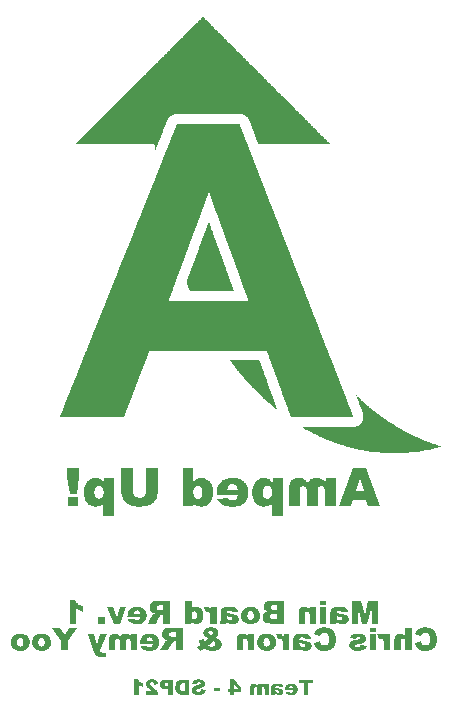
<source format=gbo>
G04*
G04 #@! TF.GenerationSoftware,Altium Limited,Altium Designer,21.2.0 (30)*
G04*
G04 Layer_Color=32896*
%FSLAX25Y25*%
%MOIN*%
G70*
G04*
G04 #@! TF.SameCoordinates,74D48CB8-E722-4D7A-A080-E4722F553172*
G04*
G04*
G04 #@! TF.FilePolarity,Positive*
G04*
G01*
G75*
G36*
X145208Y222792D02*
X145258Y222574D01*
X145308Y222524D01*
X145375Y222357D01*
X145425Y222139D01*
X145526Y222039D01*
X145559Y221838D01*
X145643Y221654D01*
X145727Y221437D01*
X145760Y221303D01*
X145827Y221236D01*
X145894Y220968D01*
X145994Y220801D01*
X146028Y220667D01*
X146145Y220382D01*
X146195Y220198D01*
X146262Y220031D01*
X146312Y219981D01*
X146362Y219796D01*
X146429Y219629D01*
X146530Y219361D01*
X146563Y219228D01*
X146630Y219161D01*
X146664Y219027D01*
X146798Y218726D01*
X146831Y218558D01*
X146898Y218391D01*
X146965Y218324D01*
X146998Y218090D01*
X147132Y217889D01*
X147166Y217688D01*
X147266Y217521D01*
X147300Y217387D01*
X147433Y217086D01*
X147467Y216952D01*
X147567Y216717D01*
X147634Y216550D01*
X147668Y216416D01*
X147768Y216249D01*
X147802Y216082D01*
X147885Y215897D01*
X147969Y215680D01*
X148103Y215379D01*
X148136Y215245D01*
X148254Y214960D01*
X148304Y214776D01*
X148404Y214609D01*
X148471Y214341D01*
X148571Y214174D01*
X148605Y214040D01*
X148672Y213873D01*
X148722Y213755D01*
X148772Y213571D01*
X148889Y213354D01*
X148940Y213136D01*
X149057Y212919D01*
X149107Y212668D01*
X149191Y212584D01*
X149241Y212400D01*
X149375Y212099D01*
X149408Y211965D01*
X149542Y211664D01*
X149575Y211530D01*
X149709Y211229D01*
X149743Y211095D01*
X149877Y210793D01*
X149944Y210559D01*
X150011Y210492D01*
X150077Y210191D01*
X150128Y210141D01*
X150195Y209974D01*
X150245Y209756D01*
X150329Y209672D01*
X150379Y209455D01*
X150462Y209271D01*
X150546Y209053D01*
X150580Y208919D01*
X150646Y208852D01*
X150713Y208585D01*
X150814Y208417D01*
X150847Y208283D01*
X150964Y207999D01*
X151015Y207815D01*
X151082Y207647D01*
X151132Y207597D01*
X151182Y207413D01*
X151249Y207246D01*
X151299Y207129D01*
X151349Y206945D01*
X151450Y206777D01*
X151483Y206644D01*
X151617Y206342D01*
X151651Y206175D01*
X151717Y206008D01*
X151784Y205941D01*
X151818Y205706D01*
X151952Y205505D01*
X151985Y205305D01*
X152102Y205087D01*
X152153Y204870D01*
X152253Y204702D01*
X152286Y204568D01*
X152387Y204334D01*
X152454Y204167D01*
X152487Y204033D01*
X152588Y203866D01*
X152621Y203698D01*
X152705Y203514D01*
X152788Y203297D01*
X152889Y203062D01*
X152922Y202962D01*
X152989Y202728D01*
X153056Y202661D01*
X153123Y202360D01*
X153173Y202309D01*
X153257Y202092D01*
X153290Y201958D01*
X153391Y201791D01*
X153424Y201657D01*
X153542Y201372D01*
X153592Y201188D01*
X153709Y200971D01*
X153759Y200753D01*
X153876Y200535D01*
X153926Y200285D01*
X154010Y200201D01*
X154060Y200017D01*
X154194Y199715D01*
X154228Y199548D01*
X154345Y199331D01*
X154395Y199113D01*
X154512Y198896D01*
X154562Y198712D01*
X154696Y198410D01*
X154763Y198176D01*
X154830Y198109D01*
X154897Y197808D01*
X154947Y197758D01*
X155031Y197540D01*
X155064Y197406D01*
X155148Y197256D01*
X155198Y197072D01*
X155282Y196887D01*
X155366Y196670D01*
X155499Y196335D01*
X155533Y196201D01*
X155633Y196034D01*
X155667Y195867D01*
X155750Y195683D01*
X155834Y195465D01*
X155935Y195231D01*
X155968Y195164D01*
X156001Y195030D01*
X156068Y194863D01*
X156119Y194746D01*
X156169Y194561D01*
X156269Y194394D01*
X156303Y194260D01*
X156437Y193959D01*
X156470Y193792D01*
X156537Y193624D01*
X156587Y193574D01*
X156637Y193323D01*
X156771Y193122D01*
X156805Y192921D01*
X156922Y192704D01*
X156972Y192453D01*
X157072Y192352D01*
X157106Y192185D01*
X157256Y191834D01*
X157307Y191616D01*
X157357Y191566D01*
X157440Y191348D01*
X157474Y191215D01*
X157558Y191064D01*
X157608Y190880D01*
X157692Y190696D01*
X157775Y190478D01*
X157809Y190344D01*
X157876Y190277D01*
X157943Y189976D01*
X157993Y189926D01*
X158060Y189759D01*
X158110Y189541D01*
X158194Y189457D01*
X158244Y189273D01*
X158361Y188989D01*
X158411Y188805D01*
X158528Y188587D01*
X158579Y188370D01*
X158696Y188152D01*
X158746Y187935D01*
X158846Y187767D01*
X158880Y187600D01*
X158947Y187433D01*
X158997Y187382D01*
X159047Y187198D01*
X159181Y186897D01*
X159248Y186629D01*
X159332Y186546D01*
X159382Y186328D01*
X159516Y186027D01*
X159582Y185793D01*
X159650Y185726D01*
X159683Y185592D01*
X159750Y185358D01*
X159800Y185307D01*
X159850Y185123D01*
X159884Y184989D01*
X159934Y184939D01*
X160018Y184722D01*
X160118Y184487D01*
X160152Y184421D01*
X160185Y184287D01*
X160319Y183952D01*
X160352Y183818D01*
X160453Y183651D01*
X160520Y183383D01*
X160603Y183232D01*
X160653Y183048D01*
X160720Y182881D01*
X160771Y182831D01*
X160821Y182613D01*
X160888Y182446D01*
X160938Y182396D01*
X160988Y182178D01*
X161105Y181960D01*
X161155Y181743D01*
X161256Y181576D01*
X161289Y181408D01*
X161356Y181241D01*
X161407Y181191D01*
X161457Y180940D01*
X161591Y180739D01*
X161624Y180538D01*
X161741Y180321D01*
X161791Y180103D01*
X161892Y179936D01*
X161925Y179802D01*
X162076Y179450D01*
X162126Y179233D01*
X162176Y179183D01*
X162260Y178965D01*
X162294Y178831D01*
X162377Y178681D01*
X162427Y178497D01*
X162511Y178313D01*
X162595Y178095D01*
X162628Y177961D01*
X162695Y177894D01*
X162762Y177593D01*
X162812Y177543D01*
X162879Y177375D01*
X162929Y177158D01*
X162980Y177108D01*
X163063Y176890D01*
X163180Y176606D01*
X163231Y176421D01*
X163348Y176204D01*
X163398Y175986D01*
X163515Y175769D01*
X163565Y175551D01*
X163649Y175401D01*
X163699Y175217D01*
X163766Y175049D01*
X163833Y174982D01*
X163866Y174782D01*
X163984Y174564D01*
X164034Y174380D01*
X164168Y174079D01*
X164201Y173945D01*
X164335Y173644D01*
X164402Y173409D01*
X164452Y173359D01*
X164502Y173175D01*
X164603Y172941D01*
X164670Y172774D01*
X164703Y172640D01*
X164804Y172472D01*
X164837Y172272D01*
X164937Y172104D01*
X164971Y172037D01*
X165004Y171903D01*
X165138Y171569D01*
X165172Y171435D01*
X165272Y171267D01*
X165339Y171000D01*
X165423Y170849D01*
X165473Y170665D01*
X165540Y170498D01*
X165590Y170447D01*
X165640Y170230D01*
X165707Y170062D01*
X165757Y170012D01*
X165808Y169761D01*
X165858Y169711D01*
X165925Y169544D01*
X165975Y169360D01*
X166075Y169192D01*
X166109Y169059D01*
X166243Y168757D01*
X166276Y168556D01*
X166410Y168356D01*
X166444Y168155D01*
X166561Y167937D01*
X166611Y167686D01*
X166678Y167619D01*
X166745Y167452D01*
X166778Y167318D01*
X166912Y167017D01*
X166946Y166883D01*
X167046Y166716D01*
X167079Y166515D01*
X167197Y166297D01*
X167247Y166113D01*
X167330Y165929D01*
X167414Y165712D01*
X167448Y165578D01*
X167515Y165511D01*
X167581Y165210D01*
X167632Y165159D01*
X167715Y164942D01*
X167749Y164808D01*
X167833Y164657D01*
X167883Y164473D01*
X167966Y164289D01*
X168050Y164072D01*
X168117Y163904D01*
X168167Y163787D01*
X168217Y163603D01*
X168334Y163386D01*
X168385Y163168D01*
X168485Y163001D01*
X168519Y162833D01*
X168586Y162666D01*
X168636Y162616D01*
X168686Y162432D01*
X168820Y162130D01*
X168853Y161963D01*
X168970Y161746D01*
X169021Y161528D01*
X169121Y161361D01*
X169155Y161227D01*
X169255Y160993D01*
X169322Y160825D01*
X169389Y160591D01*
X169456Y160524D01*
X169489Y160323D01*
X169606Y160106D01*
X169657Y159922D01*
X169690Y159821D01*
X169723Y159754D01*
X169774Y159704D01*
X169824Y159486D01*
X169958Y159185D01*
X169991Y159051D01*
X170092Y158884D01*
X170159Y158616D01*
X170259Y158449D01*
X170292Y158282D01*
X170376Y158098D01*
X170460Y157880D01*
X170560Y157646D01*
X170594Y157579D01*
X170627Y157445D01*
X170761Y157144D01*
X170794Y156943D01*
X170895Y156843D01*
X170928Y156675D01*
X171062Y156374D01*
X171096Y156240D01*
X171230Y155939D01*
X171263Y155805D01*
X171397Y155504D01*
X171430Y155370D01*
X171564Y155069D01*
X171631Y154834D01*
X171698Y154768D01*
X171765Y154500D01*
X171849Y154349D01*
X171899Y154165D01*
X171932Y154031D01*
X172033Y153931D01*
X172066Y153730D01*
X172200Y153429D01*
X172267Y153194D01*
X172334Y153128D01*
X172367Y152994D01*
X172434Y152759D01*
X172501Y152692D01*
X172568Y152391D01*
X172618Y152341D01*
X172702Y152123D01*
X172736Y151990D01*
X172836Y151822D01*
X172870Y151688D01*
X172936Y151521D01*
X172987Y151404D01*
X173037Y151220D01*
X173154Y151002D01*
X173204Y150785D01*
X173304Y150617D01*
X173338Y150450D01*
X173405Y150283D01*
X173472Y150216D01*
X173505Y150015D01*
X173572Y149848D01*
X173623Y149797D01*
X173673Y149613D01*
X173807Y149312D01*
X173840Y149178D01*
X173974Y148877D01*
X174041Y148643D01*
X174108Y148576D01*
X174141Y148375D01*
X174208Y148208D01*
X174275Y148141D01*
X174309Y147906D01*
X174443Y147706D01*
X174476Y147505D01*
X174576Y147337D01*
X174610Y147204D01*
X174760Y146852D01*
X174811Y146635D01*
X174861Y146584D01*
X174944Y146367D01*
X174978Y146233D01*
X175078Y146066D01*
X175112Y145898D01*
X175196Y145714D01*
X175279Y145497D01*
X175413Y145196D01*
X175446Y145062D01*
X175514Y144894D01*
X175564Y144777D01*
X175614Y144593D01*
X175714Y144426D01*
X175748Y144292D01*
X175882Y143991D01*
X175915Y143823D01*
X176032Y143606D01*
X176082Y143388D01*
X176200Y143171D01*
X176250Y142953D01*
X176367Y142736D01*
X176417Y142485D01*
X176517Y142384D01*
X176551Y142250D01*
X176618Y142016D01*
X176685Y141949D01*
X176718Y141748D01*
X176836Y141531D01*
X176886Y141347D01*
X176969Y141163D01*
X177053Y140945D01*
X177187Y140610D01*
X177254Y140376D01*
X177321Y140309D01*
X177388Y140008D01*
X177438Y139958D01*
X177505Y139790D01*
X177555Y139573D01*
X177639Y139489D01*
X177689Y139305D01*
X177756Y139138D01*
X177856Y138870D01*
X177890Y138736D01*
X177957Y138669D01*
X178024Y138401D01*
X178124Y138234D01*
X178157Y138067D01*
X178224Y137899D01*
X178275Y137849D01*
X178325Y137632D01*
X178392Y137464D01*
X178459Y137397D01*
X178492Y137197D01*
X178609Y136979D01*
X178659Y136761D01*
X178760Y136594D01*
X178793Y136460D01*
X178927Y136159D01*
X178961Y135958D01*
X179095Y135758D01*
X179128Y135523D01*
X179262Y135322D01*
X179295Y135122D01*
X179396Y134954D01*
X179429Y134820D01*
X179580Y134469D01*
X179630Y134251D01*
X179680Y134201D01*
X179764Y133984D01*
X179797Y133850D01*
X179898Y133682D01*
X179931Y133515D01*
X180015Y133331D01*
X180099Y133114D01*
X180233Y132812D01*
X180266Y132678D01*
X180333Y132511D01*
X180383Y132394D01*
X180433Y132210D01*
X180534Y132043D01*
X180567Y131909D01*
X180701Y131607D01*
X180735Y131440D01*
X180852Y131222D01*
X180902Y131005D01*
X181019Y130787D01*
X181069Y130570D01*
X181186Y130352D01*
X181237Y130101D01*
X181337Y130001D01*
X181370Y129834D01*
X181504Y129532D01*
X181538Y129365D01*
X181655Y129148D01*
X181705Y128963D01*
X181789Y128779D01*
X181872Y128562D01*
X182006Y128227D01*
X182073Y127993D01*
X182140Y127926D01*
X182207Y127625D01*
X182257Y127575D01*
X182324Y127407D01*
X182375Y127190D01*
X182458Y127106D01*
X182508Y126888D01*
X182592Y126704D01*
X182676Y126487D01*
X182709Y126353D01*
X182776Y126286D01*
X182843Y126018D01*
X182943Y125851D01*
X182977Y125717D01*
X183077Y125483D01*
X183111Y125382D01*
X183211Y125148D01*
X183194Y125064D01*
X162678Y125031D01*
X162578Y124997D01*
X162411Y125031D01*
X162260Y125315D01*
X162193Y125583D01*
X162109Y125734D01*
X162059Y125918D01*
X161925Y126219D01*
X161892Y126420D01*
X161775Y126637D01*
X161724Y126888D01*
X161624Y127056D01*
X161591Y127223D01*
X161457Y127524D01*
X161390Y127792D01*
X161306Y127943D01*
X161223Y128294D01*
X161122Y128394D01*
X161089Y128629D01*
X161022Y128796D01*
X160971Y128846D01*
X160921Y129097D01*
X160821Y129265D01*
X160787Y129399D01*
X160720Y129633D01*
X160670Y129683D01*
X160620Y129867D01*
X160587Y130001D01*
X160486Y130168D01*
X160453Y130336D01*
X160336Y130620D01*
X160285Y130804D01*
X160152Y131105D01*
X160118Y131306D01*
X160018Y131474D01*
X159984Y131607D01*
X159917Y131842D01*
X159850Y131909D01*
X159817Y132076D01*
X159783Y132210D01*
X159700Y132360D01*
X159650Y132545D01*
X159516Y132846D01*
X159482Y133046D01*
X159365Y133264D01*
X159315Y133515D01*
X159214Y133682D01*
X159181Y133850D01*
X159047Y134151D01*
X158980Y134419D01*
X158880Y134586D01*
X158846Y134787D01*
X158779Y134954D01*
X158729Y135004D01*
X158679Y135255D01*
X158562Y135473D01*
X158511Y135690D01*
X158378Y135992D01*
X158311Y136259D01*
X158261Y136310D01*
X158210Y136494D01*
X158177Y136628D01*
X158076Y136795D01*
X158043Y136996D01*
X157976Y137163D01*
X157909Y137230D01*
X157876Y137431D01*
X157742Y137732D01*
X157708Y137866D01*
X157608Y138100D01*
X157574Y138234D01*
X157508Y138468D01*
X157457Y138519D01*
X157407Y138703D01*
X157374Y138837D01*
X157273Y139004D01*
X157240Y139171D01*
X157123Y139456D01*
X157072Y139640D01*
X156939Y139941D01*
X156905Y140075D01*
X156771Y140410D01*
X156704Y140677D01*
X156637Y140744D01*
X156604Y140912D01*
X156570Y141045D01*
X156487Y141196D01*
X156437Y141380D01*
X156370Y141548D01*
X156319Y141665D01*
X156269Y141849D01*
X156135Y142150D01*
X156102Y142284D01*
X156001Y142518D01*
X155968Y142619D01*
X155901Y142886D01*
X155851Y142936D01*
X155801Y143121D01*
X155667Y143422D01*
X155633Y143623D01*
X155516Y143840D01*
X155466Y144058D01*
X155332Y144359D01*
X155299Y144493D01*
X155181Y144777D01*
X155131Y144995D01*
X155048Y145145D01*
X154964Y145497D01*
X154880Y145580D01*
X154830Y145831D01*
X154763Y145999D01*
X154696Y146066D01*
X154663Y146266D01*
X154529Y146568D01*
X154462Y146835D01*
X154395Y146902D01*
X154361Y147103D01*
X154311Y147153D01*
X115220Y147187D01*
X115137Y147036D01*
X115070Y146969D01*
X115036Y146835D01*
X114902Y146534D01*
X114835Y146266D01*
X114735Y146099D01*
X114701Y145932D01*
X114618Y145748D01*
X114534Y145530D01*
X114434Y145296D01*
X114400Y145229D01*
X114367Y145095D01*
X114266Y144861D01*
X114233Y144761D01*
X114166Y144526D01*
X114099Y144459D01*
X114066Y144292D01*
X113965Y144058D01*
X113898Y143890D01*
X113831Y143656D01*
X113764Y143589D01*
X113731Y143388D01*
X113614Y143171D01*
X113564Y142987D01*
X113530Y142853D01*
X113463Y142786D01*
X113430Y142652D01*
X113296Y142351D01*
X113229Y142050D01*
X113145Y141966D01*
X113095Y141782D01*
X112995Y141548D01*
X112961Y141481D01*
X112928Y141347D01*
X112794Y141045D01*
X112727Y140778D01*
X112660Y140711D01*
X112626Y140577D01*
X112493Y140276D01*
X112426Y140008D01*
X112325Y139841D01*
X112292Y139673D01*
X112208Y139489D01*
X112124Y139272D01*
X112024Y139037D01*
X111990Y138970D01*
X111957Y138837D01*
X111857Y138602D01*
X111823Y138502D01*
X111756Y138268D01*
X111689Y138201D01*
X111656Y138033D01*
X111555Y137799D01*
X111488Y137632D01*
X111455Y137498D01*
X111371Y137347D01*
X111321Y137163D01*
X111288Y137029D01*
X111238Y136979D01*
X111170Y136812D01*
X111120Y136594D01*
X111053Y136527D01*
X111020Y136393D01*
X110869Y136042D01*
X110819Y135791D01*
X110735Y135707D01*
X110685Y135523D01*
X110585Y135289D01*
X110551Y135222D01*
X110518Y135088D01*
X110384Y134787D01*
X110317Y134519D01*
X110250Y134452D01*
X110183Y134185D01*
X110083Y134017D01*
X110016Y133749D01*
X109915Y133582D01*
X109882Y133415D01*
X109798Y133231D01*
X109715Y133013D01*
X109614Y132779D01*
X109581Y132712D01*
X109547Y132578D01*
X109447Y132344D01*
X109413Y132243D01*
X109346Y132009D01*
X109296Y131959D01*
X109246Y131775D01*
X109146Y131541D01*
X109079Y131373D01*
X109012Y131139D01*
X108945Y131072D01*
X108911Y130871D01*
X108794Y130654D01*
X108761Y130520D01*
X108711Y130336D01*
X108644Y130269D01*
X108610Y130135D01*
X108476Y129834D01*
X108409Y129532D01*
X108326Y129449D01*
X108275Y129265D01*
X108175Y129030D01*
X108142Y128963D01*
X108108Y128830D01*
X107974Y128528D01*
X107907Y128261D01*
X107840Y128194D01*
X107773Y127926D01*
X107673Y127759D01*
X107606Y127491D01*
X107506Y127323D01*
X107472Y127190D01*
X107338Y126888D01*
X107305Y126688D01*
X107204Y126520D01*
X107171Y126453D01*
X107138Y126319D01*
X107037Y126085D01*
X107004Y125951D01*
X106903Y125717D01*
X106836Y125550D01*
X106769Y125315D01*
X106719Y125265D01*
X106669Y125081D01*
X106569Y125014D01*
X85567Y125031D01*
X85433Y124997D01*
X85299Y125031D01*
X85283Y125115D01*
X85316Y125248D01*
X85366Y125299D01*
X85450Y125516D01*
X85484Y125650D01*
X85550Y125717D01*
X85584Y125884D01*
X85751Y126252D01*
X85818Y126487D01*
X85868Y126537D01*
X85919Y126721D01*
X85986Y126888D01*
X86036Y126939D01*
X86086Y127123D01*
X86220Y127424D01*
X86253Y127558D01*
X86370Y127775D01*
X86421Y127993D01*
X86521Y128160D01*
X86554Y128294D01*
X86705Y128645D01*
X86755Y128863D01*
X86822Y128930D01*
X86856Y128997D01*
X86889Y129131D01*
X86973Y129315D01*
X87057Y129532D01*
X87090Y129666D01*
X87157Y129733D01*
X87190Y129901D01*
X87358Y130269D01*
X87425Y130503D01*
X87475Y130553D01*
X87525Y130737D01*
X87592Y130905D01*
X87642Y130955D01*
X87692Y131139D01*
X87826Y131440D01*
X87860Y131574D01*
X87977Y131791D01*
X88027Y132009D01*
X88128Y132176D01*
X88161Y132310D01*
X88312Y132662D01*
X88362Y132879D01*
X88429Y132946D01*
X88462Y133013D01*
X88496Y133147D01*
X88579Y133331D01*
X88663Y133549D01*
X88696Y133682D01*
X88763Y133749D01*
X88797Y133917D01*
X88964Y134285D01*
X89031Y134519D01*
X89081Y134569D01*
X89132Y134753D01*
X89199Y134921D01*
X89249Y134971D01*
X89299Y135155D01*
X89433Y135456D01*
X89466Y135590D01*
X89583Y135808D01*
X89634Y136025D01*
X89734Y136193D01*
X89767Y136326D01*
X89918Y136678D01*
X89968Y136895D01*
X90035Y136962D01*
X90069Y137029D01*
X90102Y137163D01*
X90186Y137347D01*
X90270Y137565D01*
X90303Y137699D01*
X90370Y137766D01*
X90403Y137899D01*
X90537Y138201D01*
X90571Y138335D01*
X90671Y138569D01*
X90738Y138736D01*
X90889Y139088D01*
X90905Y139104D01*
Y139171D01*
X91039Y139472D01*
X91073Y139606D01*
X91190Y139824D01*
X91240Y140041D01*
X91341Y140209D01*
X91374Y140343D01*
X91525Y140694D01*
X91575Y140912D01*
X91659Y140995D01*
X91709Y141179D01*
X91792Y141363D01*
X91876Y141581D01*
X91909Y141715D01*
X91976Y141782D01*
X92010Y141949D01*
X92177Y142317D01*
X92244Y142552D01*
X92294Y142602D01*
X92345Y142786D01*
X92412Y142953D01*
X92462Y143003D01*
X92512Y143187D01*
X92646Y143489D01*
X92679Y143623D01*
X92796Y143840D01*
X92847Y144058D01*
X92947Y144225D01*
X92980Y144359D01*
X93131Y144710D01*
X93181Y144928D01*
X93265Y145011D01*
X93315Y145196D01*
X93399Y145380D01*
X93483Y145597D01*
X93516Y145731D01*
X93583Y145798D01*
X93616Y145965D01*
X93784Y146334D01*
X93851Y146568D01*
X93901Y146618D01*
X93951Y146802D01*
X94018Y146969D01*
X94068Y147020D01*
X94118Y147204D01*
X94252Y147505D01*
X94286Y147639D01*
X94403Y147856D01*
X94453Y148074D01*
X94554Y148241D01*
X94587Y148375D01*
X94738Y148726D01*
X94788Y148944D01*
X94871Y149028D01*
X94922Y149212D01*
X95005Y149396D01*
X95089Y149613D01*
X95122Y149747D01*
X95189Y149814D01*
X95223Y149981D01*
X95390Y150350D01*
X95457Y150584D01*
X95507Y150634D01*
X95557Y150818D01*
X95625Y150986D01*
X95675Y151036D01*
X95725Y151220D01*
X95859Y151521D01*
X95892Y151655D01*
X96009Y151873D01*
X96060Y152090D01*
X96160Y152257D01*
X96193Y152391D01*
X96344Y152743D01*
X96394Y152960D01*
X96478Y153044D01*
X96528Y153228D01*
X96612Y153412D01*
X96696Y153630D01*
X96729Y153763D01*
X96796Y153830D01*
X96829Y153998D01*
X96997Y154366D01*
X97064Y154600D01*
X97114Y154650D01*
X97164Y154834D01*
X97231Y155002D01*
X97281Y155052D01*
X97331Y155236D01*
X97465Y155537D01*
X97499Y155671D01*
X97616Y155889D01*
X97666Y156106D01*
X97783Y156324D01*
X97833Y156541D01*
X97884Y156591D01*
X97951Y156759D01*
X98001Y156976D01*
X98084Y157060D01*
X98135Y157244D01*
X98218Y157428D01*
X98302Y157646D01*
X98335Y157780D01*
X98402Y157847D01*
X98436Y158014D01*
X98603Y158382D01*
X98670Y158616D01*
X98720Y158667D01*
X98770Y158851D01*
X98837Y159018D01*
X98888Y159068D01*
X98938Y159252D01*
X99072Y159554D01*
X99105Y159687D01*
X99222Y159905D01*
X99273Y160122D01*
X99390Y160340D01*
X99440Y160557D01*
X99490Y160608D01*
X99557Y160775D01*
X99607Y160993D01*
X99691Y161076D01*
X99741Y161260D01*
X99825Y161444D01*
X99908Y161662D01*
X99942Y161796D01*
X100009Y161863D01*
X100042Y162030D01*
X100210Y162398D01*
X100277Y162633D01*
X100327Y162683D01*
X100377Y162867D01*
X100444Y163034D01*
X100494Y163084D01*
X100544Y163268D01*
X100678Y163570D01*
X100712Y163704D01*
X100829Y163921D01*
X100879Y164139D01*
X100996Y164356D01*
X101046Y164574D01*
X101097Y164624D01*
X101163Y164791D01*
X101214Y165009D01*
X101297Y165093D01*
X101348Y165277D01*
X101431Y165461D01*
X101515Y165678D01*
X101548Y165812D01*
X101615Y165879D01*
X101649Y166046D01*
X101816Y166414D01*
X101883Y166649D01*
X101933Y166699D01*
X101983Y166883D01*
X102050Y167050D01*
X102101Y167101D01*
X102151Y167285D01*
X102285Y167586D01*
X102318Y167720D01*
X102435Y167937D01*
X102486Y168155D01*
X102603Y168372D01*
X102653Y168590D01*
X102703Y168640D01*
X102770Y168807D01*
X102820Y169025D01*
X102904Y169109D01*
X102954Y169293D01*
X103038Y169477D01*
X103121Y169694D01*
X103155Y169828D01*
X103222Y169895D01*
X103255Y170062D01*
X103423Y170431D01*
X103489Y170665D01*
X103540Y170715D01*
X103590Y170899D01*
X103657Y171067D01*
X103707Y171117D01*
X103757Y171301D01*
X103891Y171602D01*
X103925Y171736D01*
X104042Y171953D01*
X104092Y172171D01*
X104209Y172389D01*
X104259Y172606D01*
X104309Y172656D01*
X104376Y172824D01*
X104427Y173041D01*
X104510Y173125D01*
X104560Y173309D01*
X104644Y173493D01*
X104728Y173711D01*
X104761Y173845D01*
X104828Y173911D01*
X104862Y174079D01*
X105029Y174447D01*
X105096Y174681D01*
X105146Y174731D01*
X105196Y174916D01*
X105263Y175083D01*
X105314Y175133D01*
X105364Y175317D01*
X105498Y175618D01*
X105531Y175752D01*
X105648Y175970D01*
X105699Y176187D01*
X105816Y176405D01*
X105866Y176622D01*
X105916Y176673D01*
X105983Y176840D01*
X106033Y177057D01*
X106117Y177141D01*
X106167Y177325D01*
X106251Y177509D01*
X106334Y177727D01*
X106368Y177861D01*
X106435Y177928D01*
X106468Y178095D01*
X106636Y178463D01*
X106702Y178697D01*
X106753Y178748D01*
X106803Y178932D01*
X106870Y179099D01*
X106920Y179149D01*
X106970Y179333D01*
X107104Y179634D01*
X107138Y179768D01*
X107255Y179986D01*
X107305Y180203D01*
X107422Y180421D01*
X107472Y180639D01*
X107522Y180689D01*
X107589Y180856D01*
X107640Y181074D01*
X107723Y181157D01*
X107773Y181341D01*
X107857Y181526D01*
X107941Y181743D01*
X107974Y181877D01*
X108041Y181944D01*
X108075Y182111D01*
X108242Y182479D01*
X108309Y182714D01*
X108359Y182764D01*
X108409Y182948D01*
X108476Y183115D01*
X108527Y183165D01*
X108577Y183350D01*
X108610Y183483D01*
X108677Y183550D01*
X108711Y183684D01*
X108878Y184052D01*
X108911Y184186D01*
X109045Y184487D01*
X109079Y184621D01*
X109162Y184772D01*
X109213Y184956D01*
X109280Y185123D01*
X109330Y185173D01*
X109380Y185358D01*
X109464Y185542D01*
X109547Y185759D01*
X109581Y185893D01*
X109648Y185960D01*
X109681Y186127D01*
X109848Y186495D01*
X109915Y186730D01*
X109966Y186780D01*
X110016Y186964D01*
X110083Y187131D01*
X110133Y187182D01*
X110183Y187366D01*
X110217Y187500D01*
X110284Y187566D01*
X110317Y187700D01*
X110484Y188068D01*
X110518Y188202D01*
X110652Y188504D01*
X110685Y188637D01*
X110769Y188788D01*
X110819Y188972D01*
X110886Y189139D01*
X110936Y189190D01*
X110986Y189374D01*
X111070Y189558D01*
X111154Y189775D01*
X111187Y189909D01*
X111254Y189976D01*
X111288Y190144D01*
X111455Y190512D01*
X111522Y190746D01*
X111572Y190796D01*
X111622Y190980D01*
X111689Y191148D01*
X111740Y191198D01*
X111790Y191382D01*
X111823Y191516D01*
X111890Y191583D01*
X111924Y191717D01*
X112091Y192085D01*
X112124Y192219D01*
X112258Y192520D01*
X112292Y192654D01*
X112375Y192804D01*
X112426Y192988D01*
X112493Y193156D01*
X112543Y193206D01*
X112593Y193390D01*
X112677Y193574D01*
X112760Y193792D01*
X112794Y193925D01*
X112861Y193992D01*
X112894Y194160D01*
X113061Y194528D01*
X113128Y194762D01*
X113179Y194812D01*
X113229Y194997D01*
X113296Y195164D01*
X113346Y195214D01*
X113396Y195398D01*
X113430Y195532D01*
X113497Y195599D01*
X113530Y195733D01*
X113697Y196101D01*
X113731Y196235D01*
X113865Y196536D01*
X113898Y196670D01*
X113982Y196820D01*
X114032Y197005D01*
X114099Y197172D01*
X114149Y197222D01*
X114199Y197406D01*
X114283Y197590D01*
X114367Y197808D01*
X114400Y197942D01*
X114467Y198009D01*
X114501Y198176D01*
X114668Y198544D01*
X114735Y198778D01*
X114802Y198845D01*
X114835Y199013D01*
X114902Y199180D01*
X114952Y199230D01*
X115003Y199414D01*
X115036Y199548D01*
X115103Y199615D01*
X115137Y199749D01*
X115304Y200117D01*
X115337Y200251D01*
X115471Y200552D01*
X115505Y200686D01*
X115588Y200837D01*
X115639Y201021D01*
X115706Y201188D01*
X115756Y201238D01*
X115806Y201422D01*
X115890Y201606D01*
X115973Y201824D01*
X116007Y201958D01*
X116074Y202025D01*
X116107Y202192D01*
X116274Y202560D01*
X116341Y202795D01*
X116408Y202861D01*
X116442Y203029D01*
X116509Y203196D01*
X116559Y203246D01*
X116609Y203431D01*
X116643Y203564D01*
X116709Y203631D01*
X116743Y203765D01*
X116910Y204133D01*
X116944Y204267D01*
X117078Y204568D01*
X117111Y204702D01*
X117195Y204853D01*
X117245Y205037D01*
X117312Y205204D01*
X117362Y205255D01*
X117412Y205439D01*
X117496Y205623D01*
X117580Y205840D01*
X117613Y205974D01*
X117680Y206041D01*
X117714Y206208D01*
X117881Y206576D01*
X117948Y206811D01*
X118015Y206878D01*
X118048Y207045D01*
X118115Y207212D01*
X118165Y207263D01*
X118216Y207447D01*
X118249Y207581D01*
X118316Y207647D01*
X118350Y207781D01*
X118517Y208150D01*
X118550Y208283D01*
X118684Y208585D01*
X118718Y208718D01*
X118801Y208869D01*
X118851Y209053D01*
X118919Y209221D01*
X118969Y209271D01*
X119019Y209455D01*
X119103Y209639D01*
X119186Y209856D01*
X119220Y209990D01*
X119287Y210057D01*
X119320Y210225D01*
X119487Y210593D01*
X119554Y210827D01*
X119621Y210894D01*
X119655Y211061D01*
X119722Y211229D01*
X119772Y211279D01*
X119822Y211463D01*
X119856Y211597D01*
X119922Y211664D01*
X119956Y211798D01*
X120123Y212166D01*
X120157Y212300D01*
X120291Y212601D01*
X120324Y212735D01*
X120408Y212885D01*
X120458Y213069D01*
X120525Y213237D01*
X120575Y213287D01*
X120625Y213471D01*
X120709Y213655D01*
X120793Y213873D01*
X120826Y214006D01*
X120893Y214073D01*
X120927Y214241D01*
X121094Y214609D01*
X121161Y214843D01*
X121228Y214910D01*
X121261Y215077D01*
X121328Y215245D01*
X121378Y215295D01*
X121429Y215479D01*
X121462Y215613D01*
X121529Y215680D01*
X121563Y215814D01*
X121730Y216182D01*
X121763Y216316D01*
X121897Y216617D01*
X121931Y216751D01*
X122014Y216901D01*
X122064Y217086D01*
X122131Y217253D01*
X122182Y217303D01*
X122232Y217487D01*
X122316Y217671D01*
X122399Y217889D01*
X122433Y218023D01*
X122500Y218090D01*
X122533Y218257D01*
X122700Y218625D01*
X122767Y218859D01*
X122834Y218926D01*
X122868Y219094D01*
X122935Y219261D01*
X122985Y219311D01*
X123035Y219495D01*
X123068Y219629D01*
X123135Y219696D01*
X123169Y219830D01*
X123336Y220198D01*
X123370Y220332D01*
X123504Y220633D01*
X123537Y220767D01*
X123621Y220918D01*
X123671Y221102D01*
X123738Y221269D01*
X123788Y221319D01*
X123838Y221503D01*
X123922Y221688D01*
X124006Y221905D01*
X124039Y222039D01*
X124106Y222106D01*
X124139Y222273D01*
X124307Y222641D01*
X124340Y222775D01*
X124441Y222842D01*
X144907Y222825D01*
X145041Y222859D01*
X145208Y222792D01*
D02*
G37*
G36*
X133059Y258469D02*
X133159Y258369D01*
X133276Y258285D01*
X133310Y258218D01*
X133460Y258068D01*
X133527Y258034D01*
X133628Y257900D01*
X133745Y257817D01*
X133778Y257750D01*
X134163Y257365D01*
X134230Y257331D01*
X134247Y257281D01*
X134314Y257214D01*
X134515Y257047D01*
X134548Y256980D01*
X134598Y256930D01*
X134665Y256896D01*
X134749Y256813D01*
X134783Y256746D01*
X134900Y256628D01*
X134967Y256595D01*
X135017Y256545D01*
X135050Y256478D01*
X135100Y256428D01*
X135167Y256394D01*
X135218Y256344D01*
X135251Y256277D01*
X135602Y255926D01*
X135669Y255892D01*
X135686Y255842D01*
X136038Y255490D01*
X136105Y255457D01*
X136188Y255373D01*
X136222Y255307D01*
X136339Y255189D01*
X136406Y255156D01*
X136422Y255106D01*
X136540Y254989D01*
X136607Y254955D01*
X136657Y254905D01*
X136690Y254838D01*
X137042Y254486D01*
X137109Y254453D01*
X137125Y254403D01*
X137477Y254051D01*
X137544Y254018D01*
X137627Y253934D01*
X137661Y253867D01*
X137945Y253583D01*
X138012Y253549D01*
X138096Y253466D01*
X138129Y253399D01*
X138481Y253047D01*
X138548Y253014D01*
X138564Y252964D01*
X138916Y252612D01*
X138983Y252579D01*
X139117Y252412D01*
X139183Y252378D01*
X139234Y252328D01*
X139267Y252261D01*
X139384Y252144D01*
X139451Y252110D01*
X139535Y252027D01*
X139568Y251960D01*
X139886Y251642D01*
X140004Y251558D01*
X140037Y251491D01*
X140355Y251173D01*
X140422Y251140D01*
X140472Y251089D01*
X140556Y250972D01*
X140623Y250939D01*
X140706Y250855D01*
X140740Y250788D01*
X140823Y250705D01*
X140941Y250621D01*
X141024Y250504D01*
X141141Y250420D01*
X141175Y250353D01*
X141794Y249734D01*
X141911Y249650D01*
X141995Y249533D01*
X142062Y249500D01*
X142146Y249416D01*
X142179Y249349D01*
X142296Y249232D01*
X142363Y249199D01*
X142463Y249065D01*
X142581Y248981D01*
X142614Y248914D01*
X143300Y248228D01*
X143367Y248194D01*
X143384Y248144D01*
X143434Y248094D01*
X143501Y248061D01*
X143585Y247977D01*
X143618Y247910D01*
X143702Y247826D01*
X143819Y247743D01*
X143903Y247625D01*
X143970Y247592D01*
X144053Y247508D01*
X144087Y247441D01*
X144438Y247090D01*
X144505Y247057D01*
X144522Y247006D01*
X144873Y246655D01*
X144940Y246621D01*
X145024Y246538D01*
X145057Y246471D01*
X145141Y246387D01*
X145258Y246304D01*
X145342Y246186D01*
X145409Y246153D01*
X145492Y246069D01*
X145526Y246002D01*
X145877Y245651D01*
X145944Y245617D01*
X145961Y245567D01*
X146312Y245216D01*
X146379Y245182D01*
X146463Y245099D01*
X146496Y245032D01*
X146781Y244747D01*
X146848Y244714D01*
X146932Y244630D01*
X146965Y244563D01*
X147316Y244212D01*
X147383Y244178D01*
X147400Y244128D01*
X147751Y243777D01*
X147818Y243743D01*
X147869Y243693D01*
X147952Y243576D01*
X148069Y243492D01*
X148103Y243425D01*
X148220Y243308D01*
X148287Y243275D01*
X148404Y243158D01*
X148438Y243091D01*
X148722Y242806D01*
X148839Y242722D01*
X148873Y242655D01*
X149191Y242337D01*
X149308Y242254D01*
X149391Y242137D01*
X149509Y242053D01*
X149542Y241986D01*
X149659Y241869D01*
X149726Y241835D01*
X149776Y241785D01*
X149860Y241668D01*
X149977Y241584D01*
X150011Y241517D01*
X150161Y241367D01*
X150278Y241283D01*
X150312Y241216D01*
X150630Y240898D01*
X150747Y240815D01*
X150780Y240748D01*
X150830Y240698D01*
X150898Y240664D01*
X150981Y240580D01*
X151015Y240513D01*
X151132Y240396D01*
X151199Y240363D01*
X151249Y240313D01*
X151282Y240246D01*
X151333Y240195D01*
X151400Y240162D01*
X151450Y240112D01*
X151483Y240045D01*
X151667Y239861D01*
X151734Y239827D01*
X151751Y239777D01*
X151835Y239693D01*
X151901Y239660D01*
X151918Y239610D01*
X152270Y239258D01*
X152337Y239225D01*
X152420Y239141D01*
X152454Y239074D01*
X152537Y238991D01*
X152655Y238907D01*
X152738Y238790D01*
X152805Y238756D01*
X152889Y238673D01*
X152922Y238606D01*
X153274Y238254D01*
X153341Y238221D01*
X153357Y238171D01*
X153709Y237819D01*
X153776Y237786D01*
X153859Y237702D01*
X153893Y237635D01*
X154010Y237518D01*
X154077Y237485D01*
X154177Y237351D01*
X154244Y237317D01*
X154361Y237200D01*
X154395Y237133D01*
X154679Y236849D01*
X154797Y236765D01*
X154830Y236698D01*
X155148Y236380D01*
X155215Y236347D01*
X155299Y236263D01*
X155332Y236196D01*
X155616Y235911D01*
X155683Y235878D01*
X155801Y235761D01*
X155834Y235694D01*
X156119Y235409D01*
X156236Y235326D01*
X156269Y235259D01*
X156621Y234908D01*
X156687Y234874D01*
X156738Y234824D01*
X156771Y234757D01*
X156905Y234657D01*
X156939Y234590D01*
X157056Y234472D01*
X157123Y234439D01*
X157206Y234355D01*
X157290Y234238D01*
X157357Y234205D01*
X157374Y234155D01*
X157474Y234054D01*
X157675Y233887D01*
X157708Y233820D01*
X158026Y233502D01*
X158143Y233418D01*
X158177Y233351D01*
X158344Y233217D01*
X158378Y233150D01*
X158495Y233033D01*
X158562Y233000D01*
X158645Y232916D01*
X158679Y232849D01*
X158729Y232799D01*
X158796Y232766D01*
X158846Y232715D01*
X158880Y232648D01*
X158997Y232531D01*
X159114Y232448D01*
X159147Y232381D01*
X159382Y232146D01*
X159582Y231979D01*
X159616Y231912D01*
X159666Y231862D01*
X159733Y231828D01*
X159817Y231745D01*
X159850Y231678D01*
X159934Y231594D01*
X160001Y231561D01*
X160118Y231444D01*
X160152Y231377D01*
X160202Y231360D01*
X160285Y231276D01*
X160319Y231209D01*
X160436Y231092D01*
X160553Y231008D01*
X160587Y230942D01*
X161139Y230389D01*
X161206Y230356D01*
X161256Y230306D01*
X161289Y230239D01*
X161490Y230071D01*
X161574Y229954D01*
X161641Y229921D01*
X161724Y229837D01*
X161758Y229770D01*
X161942Y229586D01*
X162009Y229553D01*
X162026Y229502D01*
X162076Y229452D01*
X162193Y229368D01*
X162226Y229302D01*
X162578Y228950D01*
X162645Y228917D01*
X162695Y228867D01*
X162729Y228800D01*
X162929Y228632D01*
X163013Y228515D01*
X163080Y228482D01*
X163197Y228364D01*
X163231Y228297D01*
X163515Y228013D01*
X163632Y227929D01*
X163666Y227862D01*
X164017Y227511D01*
X164084Y227478D01*
X164134Y227427D01*
X164168Y227360D01*
X164452Y227076D01*
X164519Y227042D01*
X164636Y226925D01*
X164670Y226858D01*
X164954Y226574D01*
X165021Y226540D01*
X165071Y226490D01*
X165105Y226423D01*
X165339Y226189D01*
X165540Y226022D01*
X165573Y225955D01*
X165891Y225637D01*
X165958Y225603D01*
X166075Y225486D01*
X166109Y225419D01*
X166209Y225352D01*
X166243Y225285D01*
X166393Y225135D01*
X166460Y225101D01*
X166510Y225051D01*
X166544Y224984D01*
X166862Y224666D01*
X166979Y224583D01*
X167013Y224516D01*
X167096Y224432D01*
X167163Y224398D01*
X167180Y224348D01*
X167330Y224198D01*
X167397Y224164D01*
X167481Y224080D01*
X167515Y224013D01*
X167565Y223963D01*
X167632Y223930D01*
X167682Y223880D01*
X167715Y223813D01*
X167833Y223696D01*
X167950Y223612D01*
X167983Y223545D01*
X168368Y223160D01*
X168435Y223127D01*
X168452Y223076D01*
X168502Y223026D01*
X168619Y222943D01*
X168652Y222876D01*
X168803Y222725D01*
X168870Y222692D01*
X168920Y222641D01*
X169004Y222524D01*
X169071Y222491D01*
X169188Y222340D01*
X169389Y222173D01*
X169422Y222106D01*
X169506Y222022D01*
X169573Y221989D01*
X169590Y221938D01*
X169857Y221671D01*
X170058Y221503D01*
X170092Y221437D01*
X170209Y221319D01*
X170326Y221236D01*
X170410Y221118D01*
X170476Y221085D01*
X170560Y221001D01*
X170594Y220935D01*
X170711Y220817D01*
X170828Y220734D01*
X170861Y220667D01*
X170912Y220617D01*
X171029Y220533D01*
X171062Y220466D01*
X171380Y220148D01*
X171497Y220064D01*
X171531Y219997D01*
X171648Y219880D01*
X171765Y219796D01*
X171849Y219679D01*
X171916Y219646D01*
X172033Y219529D01*
X172066Y219462D01*
X172351Y219177D01*
X172418Y219144D01*
X172468Y219094D01*
X172501Y219027D01*
X172819Y218709D01*
X172936Y218625D01*
X172970Y218558D01*
X173288Y218240D01*
X173355Y218207D01*
X173472Y218090D01*
X173505Y218023D01*
X173790Y217738D01*
X173857Y217705D01*
X173907Y217655D01*
X173941Y217588D01*
X174258Y217270D01*
X174375Y217186D01*
X174409Y217119D01*
X174727Y216801D01*
X174794Y216768D01*
X174911Y216651D01*
X174944Y216584D01*
X175196Y216333D01*
X175262Y216299D01*
X175380Y216182D01*
X175363Y215998D01*
X151567Y215964D01*
X151517Y216015D01*
X151483Y216349D01*
X151349Y216450D01*
X151299Y216701D01*
X151232Y216734D01*
X151182Y216784D01*
X151148Y217186D01*
X151098Y217203D01*
X151015Y217286D01*
X150981Y217487D01*
X150931Y217537D01*
X150864Y217571D01*
X150814Y217688D01*
X150847Y217788D01*
X150830Y217972D01*
X150713Y218056D01*
X150663Y218307D01*
X150596Y218341D01*
X150546Y218391D01*
X150513Y218759D01*
X150362Y218876D01*
X150329Y219278D01*
X150262Y219311D01*
X150211Y219361D01*
X150161Y219613D01*
X150094Y219646D01*
X150027Y219746D01*
X150044Y220031D01*
X149960Y220114D01*
X149893Y220148D01*
X149877Y220366D01*
X149726Y220483D01*
X149693Y220884D01*
X149626Y220918D01*
X149575Y220968D01*
X149542Y221202D01*
X149492Y221219D01*
X149408Y221303D01*
X149375Y221437D01*
X149408Y221537D01*
X149358Y221688D01*
X149291Y221721D01*
X149207Y221872D01*
X149241Y221972D01*
X149224Y222156D01*
X149157Y222189D01*
X149107Y222240D01*
X149057Y222491D01*
X148990Y222524D01*
X148923Y222591D01*
X148889Y222959D01*
X148772Y223043D01*
X148722Y223294D01*
X148655Y223327D01*
X148605Y223378D01*
X148571Y223512D01*
X148605Y223645D01*
X148571Y223779D01*
X148454Y223830D01*
X148438Y224047D01*
X148354Y224131D01*
X148287Y224164D01*
X148270Y224382D01*
X148220Y224432D01*
X148153Y224465D01*
X148086Y224566D01*
X147969Y224649D01*
X147919Y224901D01*
X147852Y224934D01*
X147802Y224984D01*
X147768Y225051D01*
X147668Y225118D01*
X147634Y225185D01*
X147500Y225285D01*
X147467Y225352D01*
X147417Y225402D01*
X147350Y225436D01*
X147249Y225402D01*
X147166Y225453D01*
X147132Y225520D01*
X147082Y225570D01*
X147015Y225603D01*
X146998Y225654D01*
X146948Y225704D01*
X146697Y225754D01*
X146664Y225821D01*
X146597Y225888D01*
X146061Y225921D01*
X146028Y225988D01*
X145944Y226072D01*
X123571Y226055D01*
X123537Y225988D01*
X123470Y225921D01*
X122935Y225888D01*
X122851Y225771D01*
X122617Y225737D01*
X122550Y225637D01*
X122433Y225553D01*
X122399Y225486D01*
X122282Y225402D01*
X122249Y225436D01*
X122131Y225419D01*
X122098Y225352D01*
X122014Y225269D01*
X121947Y225235D01*
X121931Y225185D01*
X121847Y225101D01*
X121780Y225068D01*
X121747Y225001D01*
X121629Y224917D01*
X121596Y224683D01*
X121495Y224616D01*
X121412Y224499D01*
X121345Y224465D01*
X121295Y224415D01*
X121261Y224181D01*
X121161Y224114D01*
X121094Y223846D01*
X121044Y223830D01*
X120927Y223679D01*
X120960Y223612D01*
X120943Y223394D01*
X120826Y223311D01*
X120776Y223060D01*
X120709Y223026D01*
X120659Y222976D01*
X120625Y222574D01*
X120575Y222558D01*
X120492Y222474D01*
X120458Y222240D01*
X120341Y222189D01*
X120291Y222072D01*
X120324Y221972D01*
X120307Y221788D01*
X120190Y221704D01*
X120140Y221453D01*
X120073Y221420D01*
X120006Y221353D01*
X119973Y220985D01*
X119856Y220901D01*
X119805Y220650D01*
X119688Y220566D01*
X119655Y220432D01*
X119688Y220299D01*
X119655Y220165D01*
X119554Y220098D01*
X119487Y219830D01*
X119437Y219813D01*
X119320Y219663D01*
X119353Y219596D01*
X119337Y219378D01*
X119220Y219295D01*
X119169Y219043D01*
X119103Y219010D01*
X119052Y218960D01*
X119019Y218558D01*
X118969Y218542D01*
X118885Y218458D01*
X118851Y218224D01*
X118734Y218173D01*
X118684Y218056D01*
X118718Y217956D01*
X118701Y217772D01*
X118584Y217688D01*
X118534Y217437D01*
X118467Y217404D01*
X118400Y217337D01*
X118366Y216968D01*
X118249Y216885D01*
X118199Y216634D01*
X118082Y216550D01*
X118048Y216416D01*
X118082Y216282D01*
X118048Y216148D01*
X117948Y216082D01*
X117881Y215814D01*
X117831Y215797D01*
X117714Y215647D01*
X117747Y215580D01*
X117730Y215362D01*
X117613Y215278D01*
X117563Y215027D01*
X117496Y214994D01*
X117446Y214944D01*
X117412Y214542D01*
X117329Y214492D01*
X117262Y214458D01*
X117228Y214224D01*
X117061Y214157D01*
X117027Y214224D01*
X116994Y215161D01*
X116944Y215580D01*
X116877Y215814D01*
X116726Y215931D01*
X106217Y215964D01*
X90755D01*
X90621Y215998D01*
X90588Y216065D01*
X90604Y216148D01*
X90755Y216299D01*
X90822Y216333D01*
X90905Y216416D01*
X90939Y216483D01*
X91039Y216584D01*
X91073Y216651D01*
X91223Y216768D01*
X91290Y216801D01*
X91458Y216968D01*
X91525Y217002D01*
X91608Y217086D01*
X91692Y217203D01*
X91759Y217236D01*
X91876Y217353D01*
X91960Y217471D01*
X92027Y217504D01*
X92144Y217655D01*
X92177Y217722D01*
X92345Y217889D01*
X92378Y217956D01*
X92596Y218173D01*
X92663Y218207D01*
X92796Y218341D01*
X92964Y218441D01*
X93047Y218525D01*
X93131Y218642D01*
X93198Y218675D01*
X93549Y219027D01*
X93583Y219094D01*
X93667Y219177D01*
X93817Y219361D01*
X93851Y219428D01*
X94001Y219579D01*
X94068Y219613D01*
X94252Y219796D01*
X94453Y219930D01*
X94486Y219997D01*
X94570Y220081D01*
X94637Y220114D01*
X94754Y220232D01*
X94788Y220299D01*
X94838Y220315D01*
X94989Y220466D01*
X95022Y220533D01*
X95106Y220617D01*
X95256Y220801D01*
X95290Y220867D01*
X95390Y220935D01*
X95424Y221001D01*
X95474Y221052D01*
X95541Y221085D01*
X95742Y221286D01*
X95809Y221319D01*
X96009Y221520D01*
X96076Y221554D01*
X96193Y221671D01*
X96227Y221738D01*
X96277Y221754D01*
X96428Y221905D01*
X96461Y221972D01*
X96662Y222173D01*
X96696Y222240D01*
X96829Y222374D01*
X96913Y222491D01*
X96980Y222524D01*
X97047Y222625D01*
X97114Y222658D01*
X97181Y222725D01*
X97248Y222759D01*
X97448Y222959D01*
X97515Y222993D01*
X97867Y223344D01*
X97900Y223411D01*
X97951Y223461D01*
X98018Y223495D01*
X98101Y223612D01*
X98135Y223679D01*
X98302Y223846D01*
X98335Y223913D01*
X98519Y224097D01*
X98586Y224131D01*
X98787Y224331D01*
X98955Y224432D01*
X99005Y224482D01*
X99038Y224549D01*
X99089Y224599D01*
X99155Y224633D01*
X99273Y224750D01*
X99356Y224867D01*
X99423Y224901D01*
X99574Y225084D01*
X99607Y225151D01*
X99774Y225319D01*
X99808Y225386D01*
X99959Y225536D01*
X100026Y225570D01*
X100226Y225771D01*
X100394Y225871D01*
X100444Y225921D01*
X100477Y225988D01*
X100528Y226038D01*
X100594Y226072D01*
X100712Y226189D01*
X100795Y226306D01*
X100862Y226340D01*
X100946Y226423D01*
X100979Y226490D01*
X101063Y226574D01*
X101214Y226758D01*
X101247Y226825D01*
X101532Y227109D01*
X101599Y227143D01*
X101699Y227243D01*
X101766Y227277D01*
X101967Y227478D01*
X102034Y227511D01*
X102117Y227595D01*
X102201Y227712D01*
X102268Y227745D01*
X102385Y227862D01*
X102419Y227929D01*
X102586Y228097D01*
X102686Y228264D01*
X103004Y228582D01*
X103071Y228615D01*
X103172Y228716D01*
X103238Y228749D01*
X103406Y228917D01*
X103473Y228950D01*
X103590Y229067D01*
X103623Y229134D01*
X103674Y229151D01*
X103824Y229302D01*
X103858Y229368D01*
X104059Y229569D01*
X104092Y229636D01*
X104226Y229770D01*
X104259Y229837D01*
X104443Y230021D01*
X104510Y230055D01*
X104611Y230155D01*
X104728Y230239D01*
X104761Y230306D01*
X104912Y230389D01*
X104996Y230473D01*
X105029Y230540D01*
X105079Y230590D01*
X105146Y230624D01*
X105263Y230741D01*
X105297Y230808D01*
X105380Y230891D01*
X105447Y230925D01*
X105498Y231008D01*
X105531Y231075D01*
X105799Y231343D01*
X105832Y231410D01*
X105916Y231494D01*
X105983Y231527D01*
X106201Y231745D01*
X106401Y231879D01*
X106435Y231946D01*
X106485Y231996D01*
X106552Y232029D01*
X106702Y232180D01*
X106736Y232247D01*
X106786Y232297D01*
X106853Y232330D01*
X106970Y232481D01*
X107004Y232548D01*
X107138Y232682D01*
X107171Y232749D01*
X107389Y232966D01*
X107456Y233000D01*
X107472Y233050D01*
X107522Y233067D01*
X107573Y233117D01*
X107757Y233267D01*
X107824Y233301D01*
X107840Y233351D01*
X107958Y233468D01*
X108025Y233502D01*
X108142Y233619D01*
X108175Y233686D01*
X108225Y233703D01*
X108343Y233820D01*
X108376Y233887D01*
X108460Y233970D01*
X108610Y234155D01*
X108644Y234221D01*
X108995Y234573D01*
X109062Y234606D01*
X109129Y234673D01*
X109196Y234707D01*
X109397Y234908D01*
X109464Y234941D01*
X109514Y234991D01*
X109598Y235108D01*
X109664Y235142D01*
X109782Y235259D01*
X109815Y235326D01*
X110016Y235527D01*
X110049Y235594D01*
X110116Y235661D01*
X110150Y235728D01*
X110401Y235979D01*
X110468Y236012D01*
X110568Y236112D01*
X110685Y236196D01*
X110719Y236263D01*
X110769Y236280D01*
X110836Y236347D01*
X110903Y236380D01*
X110953Y236430D01*
X110986Y236497D01*
X111037Y236547D01*
X111104Y236581D01*
X111221Y236698D01*
X111254Y236765D01*
X111338Y236849D01*
X111405Y236882D01*
X111422Y236932D01*
X111488Y236999D01*
X111522Y237066D01*
X111723Y237267D01*
X111756Y237334D01*
X112007Y237585D01*
X112074Y237618D01*
X112124Y237669D01*
X112308Y237819D01*
X112375Y237853D01*
X112392Y237903D01*
X112476Y237987D01*
X112543Y238020D01*
X112660Y238137D01*
X112693Y238204D01*
X112777Y238288D01*
X112844Y238321D01*
X112861Y238371D01*
X112928Y238438D01*
X112961Y238505D01*
X113162Y238706D01*
X113195Y238773D01*
X113547Y239124D01*
X113714Y239225D01*
X113915Y239426D01*
X113982Y239459D01*
X114099Y239576D01*
X114132Y239643D01*
X114183Y239693D01*
X114250Y239727D01*
X114300Y239777D01*
X114333Y239844D01*
X114400Y239911D01*
X114434Y239978D01*
X114501Y240011D01*
X114534Y240078D01*
X114635Y240179D01*
X114668Y240246D01*
X114936Y240513D01*
X115120Y240664D01*
X115187Y240698D01*
X115354Y240865D01*
X115421Y240898D01*
X115505Y240982D01*
X115588Y241099D01*
X115655Y241133D01*
X115739Y241216D01*
X115772Y241283D01*
X115973Y241484D01*
X116007Y241551D01*
X116074Y241618D01*
X116107Y241685D01*
X116458Y242036D01*
X116525Y242070D01*
X116592Y242137D01*
X116659Y242170D01*
X116793Y242304D01*
X116860Y242337D01*
X116944Y242421D01*
X116977Y242488D01*
X117027Y242538D01*
X117094Y242572D01*
X117178Y242655D01*
X117212Y242722D01*
X117412Y242923D01*
X117446Y242990D01*
X117546Y243091D01*
X117580Y243158D01*
X117931Y243509D01*
X117998Y243542D01*
X118149Y243693D01*
X118350Y243827D01*
X118383Y243894D01*
X118467Y243977D01*
X118534Y244011D01*
X118617Y244095D01*
X118651Y244162D01*
X118851Y244362D01*
X118885Y244429D01*
X119019Y244563D01*
X119052Y244630D01*
X119404Y244982D01*
X119471Y245015D01*
X119605Y245149D01*
X119671Y245182D01*
X119906Y245417D01*
X119973Y245450D01*
X120056Y245534D01*
X120090Y245601D01*
X120174Y245684D01*
X120240Y245718D01*
X120257Y245768D01*
X120324Y245835D01*
X120358Y245902D01*
X120558Y246103D01*
X120592Y246170D01*
X120893Y246471D01*
X121077Y246621D01*
X121144Y246655D01*
X121345Y246856D01*
X121412Y246889D01*
X121495Y246973D01*
X121529Y247040D01*
X121613Y247124D01*
X121680Y247157D01*
X121696Y247207D01*
X121897Y247408D01*
X121931Y247475D01*
X122031Y247575D01*
X122064Y247642D01*
X122366Y247943D01*
X122550Y248094D01*
X122617Y248128D01*
X122751Y248261D01*
X122818Y248295D01*
X122935Y248412D01*
X122968Y248479D01*
X123018Y248529D01*
X123085Y248563D01*
X123135Y248613D01*
X123169Y248680D01*
X123370Y248881D01*
X123403Y248948D01*
X123504Y249048D01*
X123537Y249115D01*
X123889Y249466D01*
X123955Y249500D01*
X124039Y249583D01*
X124223Y249734D01*
X124290Y249767D01*
X124340Y249818D01*
X124374Y249885D01*
X124458Y249968D01*
X124524Y250002D01*
X124575Y250052D01*
X124608Y250119D01*
X124809Y250320D01*
X124842Y250387D01*
X124976Y250520D01*
X125010Y250587D01*
X125361Y250939D01*
X125428Y250972D01*
X125562Y251106D01*
X125629Y251140D01*
X125696Y251207D01*
X125763Y251240D01*
X125779Y251290D01*
X125863Y251374D01*
X125930Y251407D01*
X126014Y251491D01*
X126047Y251558D01*
X126281Y251792D01*
X126315Y251859D01*
X126415Y251960D01*
X126449Y252027D01*
X126850Y252428D01*
X127034Y252579D01*
X127102Y252612D01*
X127302Y252813D01*
X127369Y252847D01*
X127453Y252930D01*
X127486Y252997D01*
X127570Y253081D01*
X127637Y253114D01*
X127721Y253231D01*
X127754Y253298D01*
X127988Y253533D01*
X128022Y253600D01*
X128373Y253951D01*
X128541Y254051D01*
X128741Y254252D01*
X128808Y254286D01*
X128859Y254336D01*
X128892Y254403D01*
X128976Y254486D01*
X129043Y254520D01*
X129193Y254704D01*
X129227Y254771D01*
X129294Y254804D01*
X129327Y254871D01*
X129428Y254972D01*
X129461Y255039D01*
X129846Y255424D01*
X129913Y255457D01*
X130080Y255624D01*
X130247Y255725D01*
X130298Y255775D01*
X130331Y255842D01*
X130415Y255926D01*
X130482Y255959D01*
X130532Y256009D01*
X130566Y256076D01*
X130766Y256277D01*
X130800Y256344D01*
X130900Y256444D01*
X130934Y256511D01*
X131285Y256863D01*
X131352Y256896D01*
X131469Y257013D01*
X131653Y257164D01*
X131720Y257197D01*
X131737Y257248D01*
X131854Y257365D01*
X131921Y257398D01*
X131971Y257448D01*
X132005Y257515D01*
X132239Y257750D01*
X132272Y257817D01*
X132339Y257884D01*
X132373Y257950D01*
X132774Y258352D01*
X132958Y258503D01*
X133059Y258469D01*
D02*
G37*
G36*
X151801Y143874D02*
X151918Y143790D01*
X151969Y143673D01*
X151952Y143489D01*
X151985Y143355D01*
X152035Y143338D01*
X152086Y143288D01*
X152119Y143087D01*
X152169Y143037D01*
X152236Y143003D01*
X152286Y142920D01*
X152270Y142702D01*
X152303Y142568D01*
X152370Y142535D01*
X152420Y142485D01*
X152454Y142351D01*
X152420Y142217D01*
X152454Y142083D01*
X152504Y142066D01*
X152604Y141966D01*
X152588Y141648D01*
X152722Y141548D01*
X152755Y141313D01*
X152906Y141196D01*
X152939Y140795D01*
X153006Y140761D01*
X153090Y140677D01*
X153073Y140460D01*
X153090Y140343D01*
X153224Y140242D01*
X153257Y140108D01*
X153224Y139974D01*
X153257Y139841D01*
X153357Y139774D01*
X153424Y139506D01*
X153474Y139489D01*
X153525Y139439D01*
X153558Y139071D01*
X153709Y138954D01*
X153742Y138552D01*
X153809Y138519D01*
X153859Y138468D01*
X153893Y138301D01*
X153859Y138201D01*
X153893Y138100D01*
X153943Y138050D01*
X154010Y138017D01*
X154043Y137950D01*
X154077Y137749D01*
X154144Y137715D01*
X154228Y137565D01*
X154194Y137464D01*
X154211Y137280D01*
X154278Y137247D01*
X154328Y137197D01*
X154378Y137080D01*
X154361Y136828D01*
X154445Y136745D01*
X154512Y136711D01*
X154545Y136310D01*
X154613Y136276D01*
X154663Y136226D01*
X154713Y135975D01*
X154780Y135942D01*
X154864Y135858D01*
X154830Y135557D01*
X154914Y135473D01*
X154981Y135440D01*
X155031Y135322D01*
X154997Y135222D01*
X155014Y135038D01*
X155131Y134954D01*
X155165Y134653D01*
X155198Y134519D01*
X155248Y134502D01*
X155299Y134452D01*
X155332Y134251D01*
X155382Y134201D01*
X155449Y134168D01*
X155499Y134084D01*
X155483Y133867D01*
X155516Y133733D01*
X155583Y133699D01*
X155633Y133649D01*
X155667Y133515D01*
X155633Y133381D01*
X155667Y133247D01*
X155717Y133231D01*
X155801Y133147D01*
X155834Y133080D01*
X155801Y132980D01*
X155817Y132796D01*
X155935Y132712D01*
X155968Y132478D01*
X156119Y132360D01*
X156152Y131959D01*
X156219Y131925D01*
X156303Y131842D01*
X156286Y131624D01*
X156319Y131490D01*
X156437Y131407D01*
X156470Y131273D01*
X156437Y131139D01*
X156470Y131005D01*
X156570Y130938D01*
X156637Y130670D01*
X156687Y130654D01*
X156738Y130603D01*
X156771Y130235D01*
X156922Y130118D01*
X156955Y129716D01*
X157022Y129683D01*
X157072Y129633D01*
X157106Y129465D01*
X157072Y129365D01*
X157106Y129265D01*
X157156Y129214D01*
X157223Y129181D01*
X157256Y129114D01*
X157290Y128913D01*
X157357Y128880D01*
X157440Y128729D01*
X157407Y128629D01*
X157424Y128445D01*
X157491Y128411D01*
X157541Y128361D01*
X157574Y127993D01*
X157708Y127859D01*
X157742Y127759D01*
X157692Y127608D01*
X157625Y127575D01*
X157541Y127725D01*
X157491Y127775D01*
X157390Y127809D01*
X157089Y128009D01*
X156972Y128093D01*
X156939Y128160D01*
X156888Y128177D01*
X156821Y128244D01*
X156754Y128277D01*
X156671Y128361D01*
X156637Y128428D01*
X156587Y128478D01*
X156520Y128512D01*
X156319Y128712D01*
X156252Y128746D01*
X156202Y128796D01*
X156169Y128863D01*
X156085Y128947D01*
X156018Y128980D01*
X155834Y129164D01*
X155616Y129248D01*
X155449Y129415D01*
X155382Y129449D01*
X155215Y129616D01*
X155148Y129649D01*
X154997Y129800D01*
X154964Y129867D01*
X154914Y129884D01*
X154763Y130001D01*
X154730Y130068D01*
X154679Y130118D01*
X154613Y130151D01*
X154378Y130386D01*
X154311Y130419D01*
X154177Y130553D01*
X154010Y130654D01*
X153876Y130787D01*
X153809Y130821D01*
X153542Y131089D01*
X153474Y131122D01*
X153090Y131507D01*
X153056Y131574D01*
X153006Y131591D01*
X152504Y132093D01*
X152437Y132126D01*
X152420Y132176D01*
X152337Y132260D01*
X152270Y132293D01*
X151768Y132796D01*
X151701Y132829D01*
X151684Y132879D01*
X150245Y134318D01*
X150161Y134435D01*
X150094Y134469D01*
X150011Y134553D01*
X149977Y134620D01*
X149827Y134770D01*
X149759Y134804D01*
X149743Y134854D01*
X149425Y135172D01*
X149358Y135205D01*
X149308Y135255D01*
X149274Y135322D01*
X149074Y135490D01*
X149040Y135557D01*
X148889Y135707D01*
X148822Y135741D01*
X148806Y135791D01*
X148571Y136025D01*
X148538Y136092D01*
X148270Y136360D01*
X148237Y136427D01*
X148187Y136477D01*
X148036Y136661D01*
X148003Y136728D01*
X147919Y136812D01*
X147852Y136845D01*
X147802Y136929D01*
X147768Y136996D01*
X147634Y137130D01*
X147601Y137197D01*
X147450Y137347D01*
X147383Y137381D01*
X147367Y137431D01*
X147132Y137665D01*
X147099Y137732D01*
X146864Y137966D01*
X146831Y138033D01*
X146630Y138234D01*
X146547Y138351D01*
X146480Y138385D01*
X146329Y138535D01*
X146296Y138602D01*
X146229Y138669D01*
X146095Y138903D01*
X146045Y138954D01*
X145978Y138987D01*
X145927Y139071D01*
X145894Y139138D01*
X145810Y139222D01*
X145743Y139255D01*
X145660Y139372D01*
X145626Y139439D01*
X145543Y139489D01*
X145392Y139673D01*
X145359Y139740D01*
X145158Y139941D01*
X145124Y140008D01*
X145057Y140075D01*
X144923Y140309D01*
X144756Y140477D01*
X144723Y140543D01*
X144488Y140778D01*
X144455Y140845D01*
X144321Y140979D01*
X144154Y141213D01*
X144120Y141280D01*
X144053Y141347D01*
X143986Y141514D01*
X143869Y141631D01*
X143802Y141665D01*
X143702Y141832D01*
X143635Y141866D01*
X143551Y141949D01*
X143518Y142016D01*
X143317Y142217D01*
X143283Y142284D01*
X143099Y142468D01*
X143016Y142685D01*
X142882Y142819D01*
X142781Y142987D01*
X142581Y143187D01*
X142547Y143254D01*
X142447Y143355D01*
X142413Y143422D01*
X142346Y143489D01*
X142313Y143656D01*
X142229Y143740D01*
X142162Y143773D01*
X142079Y143857D01*
X142129Y143940D01*
X145978Y143974D01*
X151734D01*
X151801Y143874D01*
D02*
G37*
G36*
X184249Y132310D02*
X184282Y132243D01*
X184416Y132109D01*
X184500Y131992D01*
X184667Y131892D01*
X184684Y131842D01*
X184851Y131708D01*
X184885Y131641D01*
X185035Y131490D01*
X185102Y131457D01*
X185186Y131373D01*
X185219Y131306D01*
X185269Y131290D01*
X185387Y131172D01*
X185420Y131105D01*
X185470Y131089D01*
X185571Y130988D01*
X185638Y130955D01*
X185654Y130905D01*
X185772Y130787D01*
X185838Y130754D01*
X185855Y130704D01*
X186006Y130553D01*
X186123Y130470D01*
X186156Y130403D01*
X186340Y130252D01*
X186458Y130168D01*
X186642Y130018D01*
X186709Y129984D01*
X186809Y129884D01*
X186876Y129850D01*
X187144Y129583D01*
X187211Y129549D01*
X187378Y129382D01*
X187445Y129348D01*
X187646Y129148D01*
X187763Y129064D01*
X187796Y128997D01*
X187847Y128947D01*
X188081Y128813D01*
X188181Y128712D01*
X188248Y128679D01*
X188416Y128512D01*
X188482Y128478D01*
X188817Y128143D01*
X188884Y128110D01*
X189001Y127993D01*
X189202Y127859D01*
X189235Y127792D01*
X189286Y127742D01*
X189520Y127608D01*
X189721Y127474D01*
X189788Y127441D01*
X190022Y127206D01*
X190089Y127173D01*
X190290Y126972D01*
X190407Y126888D01*
X190440Y126821D01*
X190708Y126654D01*
X191110Y126386D01*
X191143Y126319D01*
X191193Y126303D01*
X191428Y126068D01*
X191662Y125935D01*
X191679Y125884D01*
X191796Y125801D01*
X191863Y125767D01*
X192080Y125650D01*
X192114Y125583D01*
X192164Y125566D01*
X192231Y125499D01*
X192298Y125466D01*
X192315Y125416D01*
X192365Y125365D01*
X192532Y125265D01*
X192766Y125098D01*
X192934Y125031D01*
X193101Y124864D01*
X193168Y124830D01*
X193402Y124596D01*
X193469Y124562D01*
X193703Y124495D01*
X193837Y124362D01*
X193904Y124328D01*
X194072Y124161D01*
X194373Y123993D01*
X194440Y123960D01*
X194507Y123893D01*
X194574Y123860D01*
X194657Y123776D01*
X194691Y123709D01*
X194741Y123692D01*
X194791Y123642D01*
X195009Y123558D01*
X195126Y123441D01*
X195343Y123357D01*
X195561Y123140D01*
X195812Y123090D01*
X195946Y122956D01*
X196013Y122922D01*
X196347Y122688D01*
X196515Y122621D01*
X196565Y122571D01*
X196749Y122420D01*
X196816Y122387D01*
X196916Y122286D01*
X197084Y122186D01*
X197318Y122086D01*
X197385Y122019D01*
X197502Y121935D01*
X197686Y121885D01*
X197753Y121818D01*
X197820Y121784D01*
X197870Y121734D01*
X198088Y121651D01*
X198322Y121483D01*
X198456Y121450D01*
X198590Y121316D01*
X198707Y121232D01*
X198891Y121182D01*
X199142Y120998D01*
X199360Y120914D01*
X199427Y120847D01*
X199661Y120713D01*
X199862Y120513D01*
X200129Y120479D01*
X200263Y120345D01*
X200431Y120245D01*
X200665Y120178D01*
X200799Y120044D01*
X200966Y120011D01*
X201100Y119977D01*
X201267Y119810D01*
X201602Y119676D01*
X201669Y119642D01*
X201736Y119576D01*
X201903Y119509D01*
X202054Y119458D01*
X202238Y119308D01*
X202372Y119274D01*
X202623Y119124D01*
X202840Y119040D01*
X202941Y119007D01*
X203008Y118973D01*
X203025Y118923D01*
X203225Y118823D01*
X203443Y118772D01*
X203510Y118705D01*
X203577Y118672D01*
X203644Y118605D01*
X203844Y118571D01*
X203978Y118538D01*
X204029Y118488D01*
X204062Y118421D01*
X204112Y118404D01*
X204179Y118337D01*
X204447Y118304D01*
X204949Y118069D01*
X205083Y118036D01*
X205284Y117902D01*
X205350Y117869D01*
X205853Y117634D01*
X206120Y117567D01*
X206271Y117417D01*
X206522Y117367D01*
X206656Y117333D01*
X206924Y117166D01*
X207292Y117132D01*
X207342Y117082D01*
X207526Y116931D01*
X207660Y116898D01*
X207894Y116865D01*
X208061Y116798D01*
X208245Y116681D01*
X208463Y116630D01*
X208597Y116597D01*
X208815Y116480D01*
X208982Y116413D01*
X209166Y116363D01*
X209367Y116229D01*
X209534Y116195D01*
X209802Y116128D01*
X209969Y116028D01*
X210137Y115961D01*
X210605Y115894D01*
X210839Y115727D01*
X211241Y115693D01*
X211392Y115643D01*
X211576Y115492D01*
X211910Y115459D01*
X212145Y115425D01*
X212295Y115375D01*
X212329Y115241D01*
X212279Y115191D01*
X212211Y115158D01*
X212078Y115124D01*
X211793Y114974D01*
X211659Y114940D01*
X211140Y114890D01*
X210973Y114823D01*
X210739Y114689D01*
X210203Y114656D01*
X210069Y114622D01*
X209802Y114455D01*
X209132Y114388D01*
X208999Y114354D01*
X208697Y114221D01*
X208128Y114187D01*
X207794Y114154D01*
X207610Y114070D01*
X207392Y113986D01*
X207158Y113953D01*
X206723Y113919D01*
X206589Y113886D01*
X206405Y113836D01*
X206271Y113802D01*
X206070Y113769D01*
X205685Y113719D01*
X205451Y113685D01*
X205150Y113551D01*
X204832Y113501D01*
X203543Y113451D01*
X203409Y113417D01*
X203225Y113367D01*
X202907Y113317D01*
X202807Y113284D01*
X201769Y113250D01*
X201234Y113216D01*
X201000Y113150D01*
X200832Y113083D01*
X200062Y113049D01*
X199962Y113016D01*
X195712Y112982D01*
X193670Y113016D01*
X193034Y113049D01*
X192800Y113083D01*
X192666Y113116D01*
X192515Y113166D01*
X192331Y113216D01*
X192298D01*
X192114Y113233D01*
X190976Y113267D01*
X190491Y113317D01*
X190357Y113350D01*
X190173Y113401D01*
X190039Y113434D01*
X188951Y113484D01*
X188616Y113518D01*
X188332Y113601D01*
X188064Y113702D01*
X187729Y113735D01*
X187462Y113769D01*
X187144Y113819D01*
X186859Y113903D01*
X186039Y113986D01*
X185671Y114154D01*
X185019Y114204D01*
X184734Y114254D01*
X184533Y114388D01*
X184098Y114421D01*
X183763Y114455D01*
X183529Y114622D01*
X183061Y114656D01*
X182927Y114689D01*
X182692Y114723D01*
X182324Y114890D01*
X181889Y114923D01*
X181655Y114957D01*
X181387Y115124D01*
X181220Y115158D01*
X181086Y115191D01*
X180852Y115258D01*
X180668Y115342D01*
X180534Y115375D01*
X180216Y115425D01*
X179982Y115593D01*
X179647Y115626D01*
X179513Y115660D01*
X179245Y115827D01*
X178810Y115860D01*
X178676Y115894D01*
X178442Y116061D01*
X178074Y116095D01*
X177940Y116128D01*
X177773Y116195D01*
X177706Y116229D01*
X177639Y116296D01*
X177438Y116329D01*
X177204Y116396D01*
X177120Y116480D01*
X176953Y116547D01*
X176769Y116597D01*
X176333Y116798D01*
X176200Y116831D01*
X176032Y116898D01*
X175965Y116931D01*
X175898Y116999D01*
X175698Y117032D01*
X175564Y117065D01*
X175329Y117166D01*
X175162Y117266D01*
X174928Y117300D01*
X174794Y117333D01*
X174526Y117500D01*
X174225Y117534D01*
X174024Y117735D01*
X173790Y117768D01*
X173288Y118002D01*
X173187Y118036D01*
X173054Y118069D01*
X172853Y118203D01*
X172786Y118237D01*
X172284Y118471D01*
X172116Y118538D01*
X171815Y118705D01*
X171547Y118772D01*
X171481Y118839D01*
X171313Y118940D01*
X171079Y118973D01*
X170895Y119157D01*
X170677Y119207D01*
X170543Y119241D01*
X170393Y119391D01*
X170142Y119442D01*
X170041Y119542D01*
X169606Y119776D01*
X169372Y119910D01*
X169238Y119944D01*
X169171Y120011D01*
X168937Y120144D01*
X168703Y120245D01*
X168636Y120278D01*
X168586Y120329D01*
X168401Y120379D01*
X168234Y120446D01*
X168167Y120513D01*
X167933Y120647D01*
X167799Y120680D01*
X167565Y120847D01*
X167397Y120881D01*
X167063Y121115D01*
X166996Y121149D01*
X166845Y121299D01*
X166628Y121383D01*
X166561Y121450D01*
X166393Y121550D01*
X166209Y121634D01*
X166176Y121734D01*
X166260Y121784D01*
X183496Y121818D01*
X183830Y121784D01*
X183914Y121868D01*
X183948Y121935D01*
X184065Y121985D01*
X184165Y121952D01*
X184517Y121968D01*
X184550Y122035D01*
X184600Y122086D01*
X184851Y122136D01*
X184885Y122203D01*
X185102Y122420D01*
X185303Y122454D01*
X185822Y122973D01*
X185855Y123173D01*
X186073Y123391D01*
X186140Y123424D01*
X186173Y123491D01*
X186207Y123692D01*
X186274Y123726D01*
X186340Y123826D01*
X186324Y124211D01*
X186357Y124345D01*
X186407Y124362D01*
X186491Y124445D01*
X186474Y126102D01*
X186407Y126135D01*
X186357Y126186D01*
X186324Y126487D01*
X186357Y126587D01*
X186324Y126721D01*
X186274Y126771D01*
X186207Y126805D01*
X186190Y127022D01*
X186140Y127072D01*
X186073Y127106D01*
X185989Y127257D01*
X186022Y127290D01*
X186006Y127541D01*
X185939Y127575D01*
X185872Y127641D01*
X185838Y128009D01*
X185721Y128093D01*
X185671Y128344D01*
X185554Y128428D01*
X185521Y128562D01*
X185554Y128696D01*
X185521Y128830D01*
X185420Y128896D01*
X185353Y129164D01*
X185303Y129181D01*
X185186Y129332D01*
X185219Y129399D01*
X185203Y129616D01*
X185085Y129700D01*
X185035Y129951D01*
X184968Y129984D01*
X184918Y130034D01*
X184885Y130436D01*
X184834Y130453D01*
X184751Y130536D01*
X184717Y130670D01*
X184751Y130771D01*
X184717Y130905D01*
X184617Y130972D01*
X184583Y131206D01*
X184450Y131306D01*
X184399Y131423D01*
X184416Y131708D01*
X184265Y131791D01*
X184249Y131909D01*
X184282Y132009D01*
X184232Y132059D01*
X184165Y132093D01*
X184098Y132193D01*
X184115Y132277D01*
X184165Y132327D01*
X184249Y132310D01*
D02*
G37*
G36*
X116325Y37609D02*
X116547Y37590D01*
X116741Y37562D01*
X116898Y37525D01*
X117028Y37488D01*
X117120Y37461D01*
X117176Y37442D01*
X117185Y37433D01*
X117194D01*
X117342Y37359D01*
X117462Y37275D01*
X117573Y37192D01*
X117657Y37109D01*
X117731Y37035D01*
X117786Y36979D01*
X117814Y36942D01*
X117823Y36924D01*
X117897Y36785D01*
X117962Y36637D01*
X118008Y36489D01*
X118054Y36341D01*
X118082Y36202D01*
X118101Y36101D01*
X118110Y36055D01*
X118119Y36027D01*
Y36008D01*
Y35999D01*
X116704Y35888D01*
X116676Y36036D01*
X116648Y36156D01*
X116611Y36258D01*
X116574Y36341D01*
X116537Y36406D01*
X116510Y36452D01*
X116491Y36471D01*
X116482Y36480D01*
X116408Y36536D01*
X116334Y36582D01*
X116260Y36610D01*
X116195Y36637D01*
X116130Y36647D01*
X116084Y36656D01*
X116038D01*
X115945Y36647D01*
X115862Y36628D01*
X115788Y36600D01*
X115723Y36573D01*
X115668Y36545D01*
X115631Y36517D01*
X115612Y36498D01*
X115603Y36489D01*
X115548Y36424D01*
X115501Y36360D01*
X115474Y36295D01*
X115446Y36230D01*
X115437Y36175D01*
X115427Y36129D01*
Y36101D01*
Y36092D01*
X115437Y36008D01*
X115455Y35934D01*
X115483Y35851D01*
X115511Y35786D01*
X115548Y35721D01*
X115575Y35675D01*
X115594Y35647D01*
X115603Y35638D01*
X115640Y35592D01*
X115686Y35537D01*
X115797Y35425D01*
X115936Y35315D01*
X116066Y35194D01*
X116195Y35092D01*
X116297Y35009D01*
X116343Y34982D01*
X116371Y34954D01*
X116389Y34944D01*
X116399Y34935D01*
X116584Y34797D01*
X116750Y34667D01*
X116907Y34538D01*
X117046Y34417D01*
X117176Y34297D01*
X117287Y34195D01*
X117388Y34093D01*
X117472Y34001D01*
X117546Y33918D01*
X117620Y33844D01*
X117666Y33779D01*
X117712Y33733D01*
X117749Y33687D01*
X117768Y33659D01*
X117777Y33640D01*
X117786Y33631D01*
X117906Y33428D01*
X118008Y33215D01*
X118082Y33020D01*
X118138Y32845D01*
X118184Y32688D01*
X118193Y32623D01*
X118202Y32567D01*
X118212Y32530D01*
X118221Y32493D01*
Y32475D01*
Y32465D01*
X113984D01*
Y33612D01*
X116195D01*
X116056Y33733D01*
X115955Y33834D01*
X115918Y33862D01*
X115890Y33890D01*
X115871Y33899D01*
X115862Y33909D01*
X115797Y33964D01*
X115714Y34029D01*
X115612Y34093D01*
X115520Y34158D01*
X115427Y34223D01*
X115353Y34279D01*
X115307Y34315D01*
X115289Y34325D01*
X115159Y34417D01*
X115039Y34510D01*
X114928Y34602D01*
X114826Y34686D01*
X114743Y34769D01*
X114660Y34843D01*
X114521Y34982D01*
X114419Y35092D01*
X114354Y35176D01*
X114308Y35231D01*
X114299Y35250D01*
X114206Y35407D01*
X114142Y35564D01*
X114086Y35721D01*
X114058Y35851D01*
X114040Y35971D01*
X114021Y36064D01*
Y36092D01*
Y36119D01*
Y36129D01*
Y36138D01*
X114031Y36295D01*
X114058Y36443D01*
X114095Y36582D01*
X114142Y36693D01*
X114188Y36794D01*
X114225Y36859D01*
X114253Y36906D01*
X114262Y36924D01*
X114354Y37044D01*
X114465Y37155D01*
X114576Y37238D01*
X114678Y37312D01*
X114771Y37368D01*
X114854Y37414D01*
X114900Y37433D01*
X114909Y37442D01*
X114919D01*
X115085Y37497D01*
X115270Y37544D01*
X115464Y37571D01*
X115649Y37599D01*
X115816Y37609D01*
X115890D01*
X115955Y37618D01*
X116075D01*
X116325Y37609D01*
D02*
G37*
G36*
X152520Y36212D02*
X152659Y36202D01*
X152779Y36175D01*
X152881Y36147D01*
X152964Y36119D01*
X153019Y36101D01*
X153066Y36082D01*
X153075Y36073D01*
X153186Y36008D01*
X153288Y35943D01*
X153380Y35860D01*
X153473Y35777D01*
X153547Y35712D01*
X153602Y35647D01*
X153639Y35610D01*
X153648Y35592D01*
Y36138D01*
X154962D01*
Y32465D01*
X153547D01*
Y34334D01*
X153537Y34482D01*
X153519Y34602D01*
X153500Y34704D01*
X153473Y34787D01*
X153445Y34852D01*
X153417Y34898D01*
X153408Y34926D01*
X153399Y34935D01*
X153334Y35000D01*
X153269Y35046D01*
X153204Y35074D01*
X153140Y35102D01*
X153075Y35111D01*
X153029Y35120D01*
X152992D01*
X152890Y35102D01*
X152807Y35074D01*
X152751Y35046D01*
X152742Y35028D01*
X152733D01*
X152659Y34954D01*
X152612Y34889D01*
X152585Y34833D01*
X152575Y34815D01*
Y34806D01*
X152566Y34769D01*
X152557Y34723D01*
X152548Y34611D01*
Y34565D01*
Y34519D01*
Y34491D01*
Y34482D01*
Y32465D01*
X151132D01*
Y34362D01*
X151123Y34501D01*
X151105Y34621D01*
X151086Y34723D01*
X151058Y34797D01*
X151031Y34861D01*
X151003Y34898D01*
X150994Y34926D01*
X150984Y34935D01*
X150929Y35000D01*
X150855Y35046D01*
X150790Y35074D01*
X150725Y35102D01*
X150670Y35111D01*
X150624Y35120D01*
X150587D01*
X150513Y35111D01*
X150439Y35092D01*
X150383Y35056D01*
X150328Y35028D01*
X150291Y34991D01*
X150263Y34954D01*
X150244Y34935D01*
X150235Y34926D01*
X150198Y34880D01*
X150180Y34815D01*
X150143Y34695D01*
Y34639D01*
X150133Y34593D01*
Y34565D01*
Y34556D01*
Y32465D01*
X148718D01*
Y34769D01*
Y34907D01*
X148737Y35028D01*
X148774Y35259D01*
X148820Y35444D01*
X148885Y35601D01*
X148949Y35721D01*
X148996Y35805D01*
X149033Y35851D01*
X149051Y35870D01*
X149190Y35990D01*
X149338Y36073D01*
X149486Y36138D01*
X149634Y36175D01*
X149773Y36202D01*
X149874Y36212D01*
X149921Y36221D01*
X149976D01*
X150124Y36212D01*
X150254Y36202D01*
X150374Y36175D01*
X150466Y36156D01*
X150550Y36129D01*
X150614Y36101D01*
X150651Y36092D01*
X150661Y36082D01*
X150762Y36027D01*
X150864Y35953D01*
X150966Y35870D01*
X151058Y35786D01*
X151142Y35712D01*
X151206Y35647D01*
X151243Y35610D01*
X151262Y35592D01*
X151327Y35703D01*
X151391Y35796D01*
X151465Y35879D01*
X151530Y35943D01*
X151586Y35999D01*
X151632Y36036D01*
X151669Y36055D01*
X151678Y36064D01*
X151780Y36119D01*
X151891Y36156D01*
X152011Y36184D01*
X152122Y36202D01*
X152224Y36212D01*
X152298Y36221D01*
X152372D01*
X152520Y36212D01*
D02*
G37*
G36*
X111450Y37442D02*
X111552Y37285D01*
X111653Y37146D01*
X111755Y37035D01*
X111848Y36933D01*
X111922Y36859D01*
X111968Y36822D01*
X111977Y36804D01*
X111986D01*
X112144Y36683D01*
X112329Y36582D01*
X112514Y36489D01*
X112689Y36406D01*
X112847Y36341D01*
X112921Y36314D01*
X112976Y36286D01*
X113032Y36277D01*
X113069Y36258D01*
X113087Y36249D01*
X113096D01*
Y35102D01*
X112921Y35157D01*
X112763Y35203D01*
X112634Y35259D01*
X112514Y35305D01*
X112421Y35342D01*
X112347Y35370D01*
X112310Y35388D01*
X112292Y35398D01*
X112171Y35462D01*
X112051Y35537D01*
X111931Y35610D01*
X111829Y35675D01*
X111746Y35740D01*
X111672Y35786D01*
X111635Y35823D01*
X111616Y35833D01*
Y32465D01*
X110192D01*
Y37618D01*
X111357D01*
X111450Y37442D01*
D02*
G37*
G36*
X158153Y36212D02*
X158273Y36202D01*
X158384Y36193D01*
X158477Y36175D01*
X158551Y36165D01*
X158588Y36156D01*
X158606D01*
X158727Y36138D01*
X158828Y36110D01*
X158921Y36082D01*
X158995Y36055D01*
X159050Y36027D01*
X159097Y36008D01*
X159124Y35999D01*
X159134Y35990D01*
X159226Y35934D01*
X159309Y35870D01*
X159383Y35814D01*
X159439Y35759D01*
X159485Y35712D01*
X159522Y35675D01*
X159541Y35647D01*
X159550Y35638D01*
X159596Y35555D01*
X159642Y35462D01*
X159679Y35370D01*
X159707Y35287D01*
X159735Y35203D01*
X159744Y35139D01*
X159763Y35102D01*
Y35083D01*
X158412Y34944D01*
X158384Y35028D01*
X158347Y35092D01*
X158310Y35148D01*
X158273Y35194D01*
X158246Y35231D01*
X158218Y35250D01*
X158209Y35268D01*
X158199D01*
X158125Y35305D01*
X158042Y35333D01*
X157876Y35370D01*
X157802D01*
X157737Y35379D01*
X157589D01*
X157506Y35361D01*
X157441Y35342D01*
X157395Y35324D01*
X157348Y35305D01*
X157321Y35287D01*
X157311Y35278D01*
X157302Y35268D01*
X157265Y35222D01*
X157237Y35166D01*
X157200Y35056D01*
Y35000D01*
X157191Y34954D01*
Y34926D01*
Y34917D01*
X157385Y34843D01*
X157469Y34815D01*
X157543Y34787D01*
X157607Y34769D01*
X157654Y34750D01*
X157691Y34741D01*
X157700D01*
X157746Y34732D01*
X157811Y34713D01*
X157959Y34676D01*
X158125Y34639D01*
X158301Y34602D01*
X158458Y34574D01*
X158532Y34556D01*
X158597Y34547D01*
X158653Y34538D01*
X158690Y34528D01*
X158717Y34519D01*
X158727D01*
X158847Y34491D01*
X158958Y34464D01*
X159143Y34399D01*
X159300Y34334D01*
X159430Y34269D01*
X159522Y34214D01*
X159587Y34168D01*
X159624Y34130D01*
X159633Y34121D01*
X159716Y34020D01*
X159772Y33899D01*
X159818Y33788D01*
X159846Y33677D01*
X159864Y33585D01*
X159874Y33511D01*
Y33455D01*
Y33446D01*
Y33437D01*
X159855Y33270D01*
X159818Y33132D01*
X159772Y33002D01*
X159707Y32891D01*
X159642Y32798D01*
X159596Y32734D01*
X159559Y32697D01*
X159541Y32678D01*
X159402Y32577D01*
X159235Y32512D01*
X159069Y32456D01*
X158912Y32419D01*
X158764Y32401D01*
X158699Y32392D01*
X158643D01*
X158597Y32382D01*
X158532D01*
X158357Y32392D01*
X158190Y32410D01*
X158042Y32429D01*
X157913Y32456D01*
X157811Y32484D01*
X157728Y32512D01*
X157681Y32521D01*
X157663Y32530D01*
X157561Y32577D01*
X157469Y32641D01*
X157376Y32697D01*
X157293Y32761D01*
X157219Y32817D01*
X157163Y32863D01*
X157126Y32900D01*
X157117Y32910D01*
X157099Y32808D01*
X157080Y32734D01*
X157071Y32697D01*
Y32678D01*
X157043Y32614D01*
X157006Y32549D01*
X156969Y32493D01*
X156960Y32475D01*
Y32465D01*
X155637D01*
X155711Y32614D01*
X155730Y32678D01*
X155748Y32734D01*
X155767Y32780D01*
X155776Y32808D01*
X155785Y32826D01*
Y32836D01*
X155794Y32900D01*
X155804Y32965D01*
X155813Y33094D01*
Y33150D01*
Y33196D01*
Y33233D01*
Y33242D01*
Y34861D01*
Y34963D01*
X155831Y35056D01*
X155850Y35148D01*
X155868Y35231D01*
X155887Y35305D01*
X155905Y35361D01*
X155915Y35398D01*
X155924Y35407D01*
X155961Y35509D01*
X156007Y35601D01*
X156053Y35675D01*
X156100Y35740D01*
X156137Y35786D01*
X156174Y35823D01*
X156192Y35842D01*
X156201Y35851D01*
X156303Y35925D01*
X156414Y35990D01*
X156516Y36045D01*
X156618Y36082D01*
X156710Y36110D01*
X156784Y36129D01*
X156830Y36147D01*
X156849D01*
X156997Y36175D01*
X157163Y36193D01*
X157339Y36202D01*
X157496Y36212D01*
X157644Y36221D01*
X158014D01*
X158153Y36212D01*
D02*
G37*
G36*
X138710Y33770D02*
X136665D01*
Y34861D01*
X138710D01*
Y33770D01*
D02*
G37*
G36*
X162704Y36212D02*
X162871Y36202D01*
X163028Y36175D01*
X163176Y36138D01*
X163315Y36101D01*
X163435Y36055D01*
X163555Y35999D01*
X163657Y35953D01*
X163749Y35906D01*
X163823Y35851D01*
X163897Y35805D01*
X163953Y35768D01*
X163999Y35731D01*
X164027Y35712D01*
X164045Y35694D01*
X164055Y35684D01*
X164147Y35583D01*
X164230Y35472D01*
X164304Y35361D01*
X164369Y35241D01*
X164425Y35120D01*
X164471Y35009D01*
X164536Y34787D01*
X164554Y34686D01*
X164573Y34593D01*
X164582Y34501D01*
X164591Y34427D01*
X164600Y34371D01*
Y34325D01*
Y34297D01*
Y34288D01*
X164591Y34066D01*
X164554Y33871D01*
X164517Y33687D01*
X164462Y33538D01*
X164415Y33409D01*
X164369Y33316D01*
X164360Y33279D01*
X164341Y33252D01*
X164332Y33242D01*
Y33233D01*
X164221Y33076D01*
X164110Y32947D01*
X163990Y32836D01*
X163879Y32743D01*
X163786Y32678D01*
X163703Y32623D01*
X163657Y32595D01*
X163638Y32586D01*
X163472Y32521D01*
X163287Y32465D01*
X163093Y32429D01*
X162908Y32410D01*
X162741Y32392D01*
X162676D01*
X162612Y32382D01*
X162334D01*
X162195Y32392D01*
X162057Y32401D01*
X161936Y32419D01*
X161816Y32438D01*
X161714Y32456D01*
X161622Y32484D01*
X161529Y32502D01*
X161455Y32521D01*
X161391Y32549D01*
X161335Y32567D01*
X161289Y32586D01*
X161252Y32604D01*
X161224Y32614D01*
X161215Y32623D01*
X161206D01*
X161039Y32724D01*
X160891Y32845D01*
X160762Y32983D01*
X160651Y33113D01*
X160558Y33233D01*
X160484Y33326D01*
X160466Y33363D01*
X160447Y33391D01*
X160429Y33409D01*
Y33418D01*
X161816Y33548D01*
X161862Y33483D01*
X161918Y33437D01*
X161955Y33391D01*
X161992Y33363D01*
X162047Y33316D01*
X162057Y33307D01*
X162066D01*
X162140Y33270D01*
X162205Y33252D01*
X162325Y33215D01*
X162380D01*
X162417Y33206D01*
X162454D01*
X162575Y33215D01*
X162676Y33242D01*
X162769Y33279D01*
X162843Y33326D01*
X162908Y33372D01*
X162954Y33409D01*
X162982Y33437D01*
X162991Y33446D01*
X163037Y33520D01*
X163074Y33594D01*
X163130Y33760D01*
X163148Y33834D01*
X163157Y33899D01*
X163167Y33936D01*
Y33955D01*
X160345D01*
Y34112D01*
X160355Y34371D01*
X160382Y34602D01*
X160419Y34797D01*
X160466Y34972D01*
X160512Y35102D01*
X160530Y35157D01*
X160549Y35203D01*
X160567Y35241D01*
X160577Y35268D01*
X160586Y35278D01*
Y35287D01*
X160688Y35444D01*
X160799Y35583D01*
X160910Y35703D01*
X161030Y35805D01*
X161132Y35879D01*
X161215Y35934D01*
X161270Y35971D01*
X161280Y35980D01*
X161289D01*
X161474Y36064D01*
X161677Y36119D01*
X161881Y36165D01*
X162075Y36193D01*
X162251Y36212D01*
X162334D01*
X162399Y36221D01*
X162528D01*
X162704Y36212D01*
D02*
G37*
G36*
X169808Y36286D02*
X168208D01*
Y32465D01*
X166645D01*
Y36286D01*
X165044D01*
Y37534D01*
X169808D01*
Y36286D01*
D02*
G37*
G36*
X145804Y34565D02*
Y33409D01*
X143233D01*
Y32465D01*
X142003D01*
Y33409D01*
X141364D01*
Y34501D01*
X142003D01*
Y37618D01*
X143233D01*
X145804Y34565D01*
D02*
G37*
G36*
X128498Y32465D02*
X126176D01*
X126009Y32475D01*
X125852Y32484D01*
X125686Y32502D01*
X125547Y32530D01*
X125417Y32558D01*
X125316Y32577D01*
X125279Y32586D01*
X125251D01*
X125242Y32595D01*
X125232D01*
X125094Y32641D01*
X124964Y32706D01*
X124853Y32771D01*
X124742Y32836D01*
X124659Y32900D01*
X124594Y32956D01*
X124557Y32993D01*
X124539Y33002D01*
X124418Y33122D01*
X124317Y33252D01*
X124224Y33372D01*
X124150Y33492D01*
X124095Y33594D01*
X124058Y33677D01*
X124030Y33733D01*
X124021Y33742D01*
Y33751D01*
X123956Y33936D01*
X123910Y34140D01*
X123873Y34352D01*
X123854Y34547D01*
X123836Y34732D01*
Y34806D01*
X123826Y34880D01*
Y34935D01*
Y34972D01*
Y35000D01*
Y35009D01*
X123836Y35203D01*
X123845Y35379D01*
X123863Y35546D01*
X123891Y35694D01*
X123919Y35814D01*
X123937Y35906D01*
X123947Y35943D01*
Y35971D01*
X123956Y35980D01*
Y35990D01*
X124011Y36156D01*
X124067Y36314D01*
X124132Y36452D01*
X124196Y36573D01*
X124261Y36674D01*
X124307Y36739D01*
X124344Y36785D01*
X124354Y36804D01*
X124465Y36924D01*
X124576Y37035D01*
X124696Y37128D01*
X124807Y37201D01*
X124909Y37266D01*
X124983Y37303D01*
X125038Y37331D01*
X125047Y37340D01*
X125057D01*
X125223Y37405D01*
X125408Y37451D01*
X125593Y37488D01*
X125778Y37507D01*
X125935Y37525D01*
X126000D01*
X126065Y37534D01*
X128498D01*
Y32465D01*
D02*
G37*
G36*
X123012D02*
X121440D01*
Y34352D01*
X120589D01*
X120413Y34362D01*
X120256Y34371D01*
X120108Y34389D01*
X119969Y34417D01*
X119840Y34454D01*
X119719Y34491D01*
X119618Y34528D01*
X119525Y34565D01*
X119442Y34602D01*
X119368Y34639D01*
X119312Y34676D01*
X119257Y34713D01*
X119220Y34741D01*
X119192Y34760D01*
X119183Y34778D01*
X119174D01*
X119090Y34861D01*
X119016Y34954D01*
X118961Y35046D01*
X118905Y35148D01*
X118822Y35351D01*
X118767Y35546D01*
X118739Y35712D01*
X118720Y35786D01*
Y35851D01*
X118711Y35906D01*
Y35943D01*
Y35971D01*
Y35980D01*
Y36119D01*
X118730Y36239D01*
X118776Y36471D01*
X118850Y36665D01*
X118924Y36832D01*
X118998Y36961D01*
X119072Y37053D01*
X119100Y37081D01*
X119118Y37109D01*
X119127Y37128D01*
X119137D01*
X119220Y37201D01*
X119312Y37266D01*
X119516Y37359D01*
X119729Y37433D01*
X119932Y37488D01*
X120117Y37516D01*
X120200Y37525D01*
X120274D01*
X120330Y37534D01*
X123012D01*
Y32465D01*
D02*
G37*
G36*
X131837Y37609D02*
X132087Y37590D01*
X132299Y37553D01*
X132401Y37534D01*
X132484Y37516D01*
X132558Y37497D01*
X132623Y37479D01*
X132679Y37461D01*
X132725Y37442D01*
X132762Y37433D01*
X132790Y37424D01*
X132799Y37414D01*
X132808D01*
X132965Y37331D01*
X133104Y37248D01*
X133224Y37155D01*
X133317Y37072D01*
X133391Y36989D01*
X133446Y36924D01*
X133483Y36887D01*
X133493Y36869D01*
X133567Y36739D01*
X133622Y36610D01*
X133659Y36480D01*
X133687Y36369D01*
X133705Y36277D01*
X133715Y36193D01*
Y36147D01*
Y36138D01*
Y36129D01*
X133705Y36018D01*
X133696Y35916D01*
X133650Y35731D01*
X133576Y35564D01*
X133493Y35425D01*
X133419Y35305D01*
X133345Y35222D01*
X133298Y35176D01*
X133280Y35166D01*
Y35157D01*
X133187Y35083D01*
X133086Y35019D01*
X132864Y34898D01*
X132623Y34797D01*
X132373Y34704D01*
X132262Y34667D01*
X132161Y34639D01*
X132059Y34611D01*
X131976Y34584D01*
X131911Y34574D01*
X131855Y34556D01*
X131818Y34547D01*
X131809D01*
X131698Y34519D01*
X131596Y34491D01*
X131504Y34473D01*
X131421Y34445D01*
X131282Y34389D01*
X131171Y34343D01*
X131097Y34306D01*
X131041Y34279D01*
X131014Y34260D01*
X131004Y34251D01*
X130949Y34195D01*
X130903Y34130D01*
X130875Y34075D01*
X130847Y34020D01*
X130838Y33973D01*
X130829Y33936D01*
Y33909D01*
Y33899D01*
X130838Y33825D01*
X130856Y33751D01*
X130884Y33687D01*
X130921Y33631D01*
X130958Y33594D01*
X130986Y33557D01*
X131004Y33538D01*
X131014Y33529D01*
X131088Y33483D01*
X131171Y33446D01*
X131254Y33418D01*
X131337Y33400D01*
X131421Y33391D01*
X131476Y33381D01*
X131532D01*
X131689Y33391D01*
X131828Y33428D01*
X131948Y33474D01*
X132050Y33538D01*
X132124Y33594D01*
X132179Y33640D01*
X132216Y33677D01*
X132225Y33687D01*
X132272Y33760D01*
X132318Y33853D01*
X132373Y34038D01*
X132401Y34112D01*
X132410Y34177D01*
X132420Y34223D01*
Y34242D01*
X133909Y34140D01*
X133890Y34001D01*
X133863Y33862D01*
X133798Y33622D01*
X133705Y33400D01*
X133604Y33215D01*
X133557Y33141D01*
X133511Y33067D01*
X133465Y33011D01*
X133428Y32965D01*
X133400Y32928D01*
X133372Y32900D01*
X133363Y32882D01*
X133354Y32873D01*
X133252Y32789D01*
X133132Y32715D01*
X133002Y32641D01*
X132864Y32586D01*
X132568Y32502D01*
X132272Y32447D01*
X132124Y32419D01*
X131994Y32410D01*
X131874Y32401D01*
X131772Y32392D01*
X131680Y32382D01*
X131559D01*
X131291Y32392D01*
X131060Y32410D01*
X130847Y32447D01*
X130671Y32484D01*
X130597Y32502D01*
X130533Y32521D01*
X130468Y32539D01*
X130422Y32558D01*
X130385Y32567D01*
X130357Y32577D01*
X130348Y32586D01*
X130338D01*
X130163Y32678D01*
X130015Y32771D01*
X129885Y32873D01*
X129774Y32974D01*
X129691Y33067D01*
X129626Y33141D01*
X129589Y33187D01*
X129580Y33206D01*
X129487Y33363D01*
X129423Y33520D01*
X129367Y33677D01*
X129339Y33816D01*
X129321Y33936D01*
X129302Y34029D01*
Y34066D01*
Y34093D01*
Y34103D01*
Y34112D01*
X129312Y34260D01*
X129330Y34408D01*
X129367Y34528D01*
X129404Y34639D01*
X129441Y34732D01*
X129478Y34806D01*
X129497Y34843D01*
X129506Y34861D01*
X129589Y34982D01*
X129691Y35092D01*
X129802Y35185D01*
X129904Y35268D01*
X130005Y35333D01*
X130079Y35379D01*
X130135Y35407D01*
X130144Y35416D01*
X130153D01*
X130246Y35462D01*
X130348Y35500D01*
X130570Y35583D01*
X130819Y35666D01*
X131060Y35731D01*
X131171Y35759D01*
X131282Y35786D01*
X131384Y35814D01*
X131467Y35833D01*
X131532Y35851D01*
X131587Y35860D01*
X131624Y35870D01*
X131633D01*
X131772Y35897D01*
X131883Y35934D01*
X131976Y35962D01*
X132040Y35990D01*
X132096Y36018D01*
X132124Y36036D01*
X132142Y36055D01*
X132151D01*
X132188Y36092D01*
X132216Y36129D01*
X132244Y36202D01*
X132262Y36258D01*
Y36267D01*
Y36277D01*
X132253Y36332D01*
X132244Y36388D01*
X132198Y36480D01*
X132151Y36536D01*
X132142Y36545D01*
X132133Y36554D01*
X132077Y36591D01*
X132013Y36628D01*
X131874Y36656D01*
X131809Y36665D01*
X131763Y36674D01*
X131717D01*
X131596Y36665D01*
X131495Y36647D01*
X131402Y36628D01*
X131328Y36600D01*
X131273Y36563D01*
X131236Y36545D01*
X131208Y36526D01*
X131199Y36517D01*
X131134Y36452D01*
X131078Y36369D01*
X131041Y36286D01*
X131004Y36212D01*
X130977Y36138D01*
X130958Y36073D01*
X130949Y36036D01*
Y36018D01*
X129469Y36101D01*
X129497Y36239D01*
X129524Y36378D01*
X129561Y36498D01*
X129608Y36610D01*
X129654Y36711D01*
X129709Y36813D01*
X129756Y36896D01*
X129811Y36970D01*
X129913Y37091D01*
X129996Y37183D01*
X130061Y37229D01*
X130070Y37248D01*
X130079D01*
X130181Y37312D01*
X130292Y37368D01*
X130523Y37461D01*
X130773Y37525D01*
X131014Y37571D01*
X131125Y37590D01*
X131226Y37599D01*
X131319Y37609D01*
X131402D01*
X131467Y37618D01*
X131559D01*
X131837Y37609D01*
D02*
G37*
G36*
X190731Y53414D02*
X188622D01*
Y54858D01*
X190731D01*
Y53414D01*
D02*
G37*
G36*
X88075Y50430D02*
Y47252D01*
X85715D01*
Y50430D01*
X82759Y54858D01*
X85368D01*
X86909Y52304D01*
X88436Y54858D01*
X91045D01*
X88075Y50430D01*
D02*
G37*
G36*
X202627Y47252D02*
X200517D01*
Y49889D01*
X200503Y50153D01*
X200475Y50375D01*
X200447Y50555D01*
X200392Y50708D01*
X200350Y50805D01*
X200323Y50888D01*
X200295Y50930D01*
X200281Y50944D01*
X200184Y51041D01*
X200086Y51110D01*
X199976Y51166D01*
X199878Y51194D01*
X199795Y51221D01*
X199726Y51235D01*
X199656D01*
X199531Y51221D01*
X199420Y51208D01*
X199337Y51166D01*
X199254Y51124D01*
X199198Y51083D01*
X199157Y51055D01*
X199129Y51027D01*
X199115Y51013D01*
X199046Y50916D01*
X199004Y50805D01*
X198948Y50569D01*
X198934Y50458D01*
X198921Y50361D01*
Y50305D01*
Y50278D01*
Y47252D01*
X196797D01*
Y50749D01*
X196825Y51124D01*
X196880Y51457D01*
X196950Y51735D01*
X197047Y51957D01*
X197144Y52138D01*
X197213Y52262D01*
X197269Y52332D01*
X197297Y52360D01*
X197505Y52540D01*
X197713Y52665D01*
X197949Y52762D01*
X198157Y52818D01*
X198352Y52859D01*
X198518Y52873D01*
X198574Y52887D01*
X198657D01*
X198865Y52873D01*
X199059Y52859D01*
X199240Y52832D01*
X199379Y52790D01*
X199504Y52748D01*
X199587Y52720D01*
X199656Y52707D01*
X199670Y52693D01*
X199823Y52609D01*
X199976Y52512D01*
X200114Y52401D01*
X200253Y52304D01*
X200364Y52207D01*
X200447Y52124D01*
X200503Y52068D01*
X200517Y52054D01*
Y54858D01*
X202627D01*
Y47252D01*
D02*
G37*
G36*
X107396Y52873D02*
X107604Y52859D01*
X107784Y52818D01*
X107937Y52776D01*
X108062Y52734D01*
X108145Y52707D01*
X108215Y52679D01*
X108229Y52665D01*
X108395Y52568D01*
X108548Y52471D01*
X108687Y52346D01*
X108826Y52221D01*
X108937Y52124D01*
X109020Y52026D01*
X109075Y51971D01*
X109089Y51943D01*
Y52762D01*
X111060D01*
Y47252D01*
X108937D01*
Y50055D01*
X108923Y50278D01*
X108895Y50458D01*
X108867Y50611D01*
X108826Y50736D01*
X108784Y50833D01*
X108742Y50902D01*
X108728Y50944D01*
X108714Y50958D01*
X108617Y51055D01*
X108520Y51124D01*
X108423Y51166D01*
X108326Y51208D01*
X108229Y51221D01*
X108159Y51235D01*
X108104D01*
X107951Y51208D01*
X107826Y51166D01*
X107743Y51124D01*
X107729Y51096D01*
X107715D01*
X107604Y50985D01*
X107535Y50888D01*
X107493Y50805D01*
X107479Y50777D01*
Y50763D01*
X107465Y50708D01*
X107451Y50639D01*
X107438Y50472D01*
Y50402D01*
Y50333D01*
Y50292D01*
Y50278D01*
Y47252D01*
X105314D01*
Y50097D01*
X105300Y50305D01*
X105272Y50486D01*
X105245Y50639D01*
X105203Y50749D01*
X105161Y50847D01*
X105120Y50902D01*
X105106Y50944D01*
X105092Y50958D01*
X105008Y51055D01*
X104897Y51124D01*
X104800Y51166D01*
X104703Y51208D01*
X104620Y51221D01*
X104551Y51235D01*
X104495D01*
X104384Y51221D01*
X104273Y51194D01*
X104190Y51138D01*
X104106Y51096D01*
X104051Y51041D01*
X104009Y50985D01*
X103981Y50958D01*
X103967Y50944D01*
X103912Y50874D01*
X103884Y50777D01*
X103829Y50597D01*
Y50513D01*
X103815Y50444D01*
Y50402D01*
Y50389D01*
Y47252D01*
X101691D01*
Y50708D01*
Y50916D01*
X101719Y51096D01*
X101775Y51443D01*
X101844Y51721D01*
X101941Y51957D01*
X102038Y52138D01*
X102108Y52262D01*
X102163Y52332D01*
X102191Y52360D01*
X102399Y52540D01*
X102621Y52665D01*
X102843Y52762D01*
X103065Y52818D01*
X103273Y52859D01*
X103426Y52873D01*
X103496Y52887D01*
X103579D01*
X103801Y52873D01*
X103995Y52859D01*
X104176Y52818D01*
X104314Y52790D01*
X104439Y52748D01*
X104537Y52707D01*
X104592Y52693D01*
X104606Y52679D01*
X104759Y52596D01*
X104911Y52485D01*
X105064Y52360D01*
X105203Y52235D01*
X105328Y52124D01*
X105425Y52026D01*
X105480Y51971D01*
X105508Y51943D01*
X105605Y52110D01*
X105702Y52249D01*
X105814Y52373D01*
X105911Y52471D01*
X105994Y52554D01*
X106063Y52609D01*
X106119Y52637D01*
X106133Y52651D01*
X106286Y52734D01*
X106452Y52790D01*
X106632Y52832D01*
X106799Y52859D01*
X106952Y52873D01*
X107063Y52887D01*
X107174D01*
X107396Y52873D01*
D02*
G37*
G36*
X166650Y52873D02*
X166830Y52859D01*
X166997Y52845D01*
X167135Y52818D01*
X167246Y52804D01*
X167302Y52790D01*
X167330D01*
X167510Y52762D01*
X167663Y52720D01*
X167802Y52679D01*
X167913Y52637D01*
X167996Y52596D01*
X168065Y52568D01*
X168107Y52554D01*
X168121Y52540D01*
X168260Y52457D01*
X168385Y52360D01*
X168496Y52276D01*
X168579Y52193D01*
X168648Y52124D01*
X168704Y52068D01*
X168732Y52026D01*
X168746Y52013D01*
X168815Y51888D01*
X168884Y51749D01*
X168940Y51610D01*
X168981Y51485D01*
X169023Y51360D01*
X169037Y51263D01*
X169065Y51208D01*
Y51180D01*
X167038Y50972D01*
X166997Y51096D01*
X166941Y51194D01*
X166886Y51277D01*
X166830Y51346D01*
X166788Y51402D01*
X166747Y51430D01*
X166733Y51457D01*
X166719D01*
X166608Y51513D01*
X166483Y51555D01*
X166233Y51610D01*
X166122D01*
X166025Y51624D01*
X165803D01*
X165678Y51596D01*
X165581Y51568D01*
X165511Y51541D01*
X165442Y51513D01*
X165400Y51485D01*
X165386Y51471D01*
X165373Y51457D01*
X165317Y51388D01*
X165276Y51305D01*
X165220Y51138D01*
Y51055D01*
X165206Y50985D01*
Y50944D01*
Y50930D01*
X165498Y50819D01*
X165622Y50777D01*
X165734Y50736D01*
X165831Y50708D01*
X165900Y50680D01*
X165956Y50666D01*
X165970D01*
X166039Y50652D01*
X166136Y50625D01*
X166358Y50569D01*
X166608Y50513D01*
X166872Y50458D01*
X167108Y50416D01*
X167219Y50389D01*
X167316Y50375D01*
X167399Y50361D01*
X167455Y50347D01*
X167496Y50333D01*
X167510D01*
X167691Y50292D01*
X167857Y50250D01*
X168135Y50153D01*
X168371Y50055D01*
X168565Y49958D01*
X168704Y49875D01*
X168801Y49806D01*
X168857Y49750D01*
X168870Y49736D01*
X168995Y49584D01*
X169079Y49403D01*
X169148Y49237D01*
X169190Y49070D01*
X169217Y48931D01*
X169231Y48820D01*
Y48737D01*
Y48723D01*
Y48709D01*
X169203Y48459D01*
X169148Y48251D01*
X169079Y48057D01*
X168981Y47890D01*
X168884Y47751D01*
X168815Y47654D01*
X168759Y47599D01*
X168732Y47571D01*
X168523Y47418D01*
X168274Y47321D01*
X168024Y47238D01*
X167788Y47182D01*
X167566Y47155D01*
X167469Y47141D01*
X167385D01*
X167316Y47127D01*
X167219D01*
X166955Y47141D01*
X166705Y47168D01*
X166483Y47196D01*
X166289Y47238D01*
X166136Y47280D01*
X166011Y47321D01*
X165942Y47335D01*
X165914Y47349D01*
X165761Y47418D01*
X165622Y47515D01*
X165484Y47599D01*
X165359Y47696D01*
X165248Y47779D01*
X165164Y47849D01*
X165109Y47904D01*
X165095Y47918D01*
X165067Y47765D01*
X165040Y47654D01*
X165026Y47599D01*
Y47571D01*
X164984Y47474D01*
X164928Y47377D01*
X164873Y47293D01*
X164859Y47266D01*
Y47252D01*
X162874D01*
X162985Y47474D01*
X163013Y47571D01*
X163041Y47654D01*
X163069Y47724D01*
X163082Y47765D01*
X163096Y47793D01*
Y47807D01*
X163110Y47904D01*
X163124Y48001D01*
X163138Y48196D01*
Y48279D01*
Y48348D01*
Y48404D01*
Y48418D01*
Y50847D01*
Y50999D01*
X163166Y51138D01*
X163194Y51277D01*
X163221Y51402D01*
X163249Y51513D01*
X163277Y51596D01*
X163291Y51652D01*
X163304Y51666D01*
X163360Y51818D01*
X163429Y51957D01*
X163499Y52068D01*
X163568Y52165D01*
X163624Y52235D01*
X163679Y52290D01*
X163707Y52318D01*
X163721Y52332D01*
X163874Y52443D01*
X164040Y52540D01*
X164193Y52623D01*
X164346Y52679D01*
X164484Y52720D01*
X164595Y52748D01*
X164665Y52776D01*
X164692D01*
X164915Y52818D01*
X165164Y52845D01*
X165428Y52859D01*
X165664Y52873D01*
X165886Y52887D01*
X166441D01*
X166650Y52873D01*
D02*
G37*
G36*
X136100Y54955D02*
X136294Y54941D01*
X136475Y54900D01*
X136641Y54858D01*
X136794Y54816D01*
X136933Y54775D01*
X137057Y54719D01*
X137169Y54664D01*
X137266Y54622D01*
X137349Y54580D01*
X137418Y54539D01*
X137460Y54511D01*
X137502Y54483D01*
X137515Y54456D01*
X137529D01*
X137640Y54358D01*
X137724Y54247D01*
X137876Y54025D01*
X137987Y53803D01*
X138057Y53595D01*
X138112Y53401D01*
X138126Y53262D01*
X138140Y53206D01*
Y53165D01*
Y53137D01*
Y53123D01*
X138126Y52984D01*
X138112Y52845D01*
X138085Y52707D01*
X138057Y52596D01*
X138029Y52498D01*
X138015Y52429D01*
X137987Y52373D01*
Y52360D01*
X137918Y52221D01*
X137835Y52068D01*
X137738Y51915D01*
X137640Y51777D01*
X137557Y51666D01*
X137488Y51568D01*
X137432Y51513D01*
X137418Y51485D01*
X137765Y51332D01*
X138057Y51166D01*
X138307Y50999D01*
X138501Y50847D01*
X138654Y50708D01*
X138765Y50597D01*
X138820Y50527D01*
X138848Y50500D01*
X138987Y50292D01*
X139098Y50069D01*
X139167Y49861D01*
X139223Y49681D01*
X139251Y49528D01*
X139264Y49403D01*
X139278Y49320D01*
Y49306D01*
Y49292D01*
X139264Y49125D01*
X139251Y48973D01*
X139167Y48667D01*
X139042Y48404D01*
X138903Y48182D01*
X138779Y48001D01*
X138654Y47862D01*
X138570Y47779D01*
X138557Y47765D01*
X138543Y47751D01*
X138390Y47640D01*
X138223Y47543D01*
X137876Y47391D01*
X137502Y47280D01*
X137127Y47210D01*
X136960Y47182D01*
X136794Y47155D01*
X136655Y47141D01*
X136530D01*
X136419Y47127D01*
X136280D01*
X135919Y47141D01*
X135600Y47168D01*
X135309Y47196D01*
X135045Y47238D01*
X134837Y47280D01*
X134753Y47293D01*
X134684Y47321D01*
X134628Y47335D01*
X134573D01*
X134559Y47349D01*
X134545D01*
X134337Y47418D01*
X134143Y47502D01*
X133948Y47585D01*
X133782Y47682D01*
X133643Y47751D01*
X133532Y47821D01*
X133463Y47862D01*
X133435Y47876D01*
X133227Y47751D01*
X133032Y47627D01*
X132963Y47585D01*
X132893Y47543D01*
X132852Y47515D01*
X132838Y47502D01*
X132602Y47349D01*
X132491Y47293D01*
X132394Y47238D01*
X132310Y47196D01*
X132255Y47155D01*
X132213Y47141D01*
X132199Y47127D01*
X131061Y48432D01*
X131214Y48515D01*
X131325Y48584D01*
X131408Y48640D01*
X131422Y48654D01*
X131436D01*
X132227Y49195D01*
X132144Y49334D01*
X132074Y49459D01*
X132019Y49556D01*
X131977Y49653D01*
X131936Y49736D01*
X131908Y49792D01*
X131894Y49819D01*
Y49833D01*
X131852Y49944D01*
X131797Y50069D01*
X131714Y50305D01*
X131686Y50416D01*
X131658Y50500D01*
X131630Y50555D01*
Y50569D01*
X133282Y50944D01*
X133379Y50680D01*
X133421Y50569D01*
X133463Y50472D01*
X133504Y50389D01*
X133532Y50319D01*
X133546Y50278D01*
X133560Y50264D01*
X133782Y50444D01*
X133990Y50625D01*
X134198Y50791D01*
X134365Y50958D01*
X134503Y51096D01*
X134615Y51194D01*
X134684Y51263D01*
X134712Y51291D01*
X134476Y51443D01*
X134281Y51582D01*
X134129Y51693D01*
X134004Y51790D01*
X133907Y51860D01*
X133851Y51915D01*
X133809Y51943D01*
X133796Y51957D01*
X133615Y52138D01*
X133476Y52332D01*
X133421Y52415D01*
X133379Y52485D01*
X133365Y52526D01*
X133352Y52540D01*
X133282Y52679D01*
X133240Y52804D01*
X133199Y52943D01*
X133185Y53054D01*
X133171Y53151D01*
X133157Y53220D01*
Y53276D01*
Y53290D01*
Y53414D01*
X133185Y53539D01*
X133254Y53775D01*
X133352Y53970D01*
X133463Y54150D01*
X133574Y54289D01*
X133671Y54400D01*
X133740Y54456D01*
X133754Y54483D01*
X133768D01*
X133893Y54567D01*
X134018Y54650D01*
X134309Y54775D01*
X134628Y54858D01*
X134934Y54927D01*
X135211Y54955D01*
X135336Y54969D01*
X135447D01*
X135531Y54983D01*
X135878D01*
X136100Y54955D01*
D02*
G37*
G36*
X98749Y47252D02*
X98804Y47099D01*
X98874Y46974D01*
X98943Y46877D01*
X98998Y46794D01*
X99054Y46724D01*
X99096Y46683D01*
X99123Y46669D01*
X99137Y46655D01*
X99234Y46599D01*
X99332Y46558D01*
X99526Y46502D01*
X99623Y46488D01*
X99679Y46474D01*
X99748D01*
X99956Y46488D01*
X100137Y46502D01*
X100317Y46530D01*
X100456Y46558D01*
X100581Y46586D01*
X100678Y46599D01*
X100733Y46627D01*
X100761D01*
X100595Y45142D01*
X100262Y45100D01*
X99970Y45073D01*
X99734Y45045D01*
X99540Y45031D01*
X99387D01*
X99276Y45017D01*
X98985D01*
X98790Y45045D01*
X98443Y45100D01*
X98166Y45170D01*
X97930Y45267D01*
X97749Y45364D01*
X97610Y45434D01*
X97541Y45489D01*
X97513Y45517D01*
X97444Y45586D01*
X97374Y45683D01*
X97236Y45878D01*
X97097Y46100D01*
X96986Y46336D01*
X96889Y46544D01*
X96819Y46710D01*
X96792Y46780D01*
X96764Y46835D01*
X96750Y46863D01*
Y46877D01*
X94557Y52762D01*
X96639D01*
X97694Y49084D01*
X98832Y52762D01*
X101053D01*
X98749Y47252D01*
D02*
G37*
G36*
X207526Y54969D02*
X207845Y54941D01*
X208137Y54886D01*
X208415Y54830D01*
X208664Y54747D01*
X208900Y54664D01*
X209122Y54567D01*
X209303Y54483D01*
X209483Y54386D01*
X209622Y54289D01*
X209747Y54206D01*
X209858Y54122D01*
X209927Y54067D01*
X209997Y54011D01*
X210025Y53984D01*
X210038Y53970D01*
X210219Y53775D01*
X210372Y53553D01*
X210496Y53331D01*
X210621Y53095D01*
X210719Y52845D01*
X210788Y52609D01*
X210857Y52373D01*
X210913Y52138D01*
X210955Y51915D01*
X210982Y51721D01*
X211010Y51541D01*
X211024Y51374D01*
Y51249D01*
X211038Y51152D01*
Y51096D01*
Y51069D01*
X211010Y50569D01*
X210982Y50333D01*
X210955Y50111D01*
X210899Y49903D01*
X210857Y49709D01*
X210802Y49528D01*
X210746Y49375D01*
X210705Y49223D01*
X210649Y49098D01*
X210594Y48987D01*
X210552Y48904D01*
X210524Y48834D01*
X210496Y48779D01*
X210469Y48751D01*
Y48737D01*
X210247Y48418D01*
X210025Y48154D01*
X209789Y47946D01*
X209580Y47765D01*
X209400Y47640D01*
X209247Y47543D01*
X209192Y47515D01*
X209150Y47488D01*
X209136Y47474D01*
X209122D01*
X208803Y47363D01*
X208470Y47280D01*
X208123Y47210D01*
X207804Y47168D01*
X207651Y47155D01*
X207512Y47141D01*
X207401D01*
X207290Y47127D01*
X207082D01*
X206721Y47141D01*
X206388Y47168D01*
X206097Y47224D01*
X205861Y47280D01*
X205666Y47321D01*
X205514Y47377D01*
X205472Y47391D01*
X205430Y47404D01*
X205416Y47418D01*
X205403D01*
X205167Y47543D01*
X204944Y47682D01*
X204764Y47821D01*
X204597Y47960D01*
X204473Y48098D01*
X204375Y48196D01*
X204306Y48265D01*
X204292Y48293D01*
X204126Y48529D01*
X204001Y48765D01*
X203876Y49001D01*
X203793Y49237D01*
X203709Y49431D01*
X203668Y49597D01*
X203654Y49653D01*
X203640Y49695D01*
X203626Y49722D01*
Y49736D01*
X205680Y50375D01*
X205750Y50111D01*
X205833Y49889D01*
X205916Y49695D01*
X205999Y49542D01*
X206069Y49417D01*
X206138Y49334D01*
X206180Y49278D01*
X206194Y49264D01*
X206332Y49139D01*
X206499Y49042D01*
X206666Y48987D01*
X206832Y48931D01*
X206985Y48904D01*
X207110Y48890D01*
X207221D01*
X207471Y48904D01*
X207679Y48959D01*
X207873Y49028D01*
X208026Y49126D01*
X208137Y49209D01*
X208234Y49278D01*
X208290Y49334D01*
X208303Y49348D01*
X208373Y49445D01*
X208428Y49556D01*
X208526Y49820D01*
X208581Y50111D01*
X208637Y50389D01*
X208664Y50652D01*
Y50777D01*
X208678Y50874D01*
Y50958D01*
Y51027D01*
Y51069D01*
Y51083D01*
X208664Y51443D01*
X208623Y51749D01*
X208581Y51999D01*
X208512Y52207D01*
X208456Y52360D01*
X208415Y52485D01*
X208373Y52540D01*
X208359Y52568D01*
X208276Y52679D01*
X208192Y52790D01*
X207998Y52943D01*
X207790Y53067D01*
X207596Y53137D01*
X207415Y53192D01*
X207262Y53206D01*
X207221Y53220D01*
X207013D01*
X206888Y53192D01*
X206777Y53179D01*
X206680Y53151D01*
X206610Y53123D01*
X206541Y53095D01*
X206513Y53081D01*
X206499Y53067D01*
X206305Y52943D01*
X206152Y52804D01*
X206097Y52748D01*
X206041Y52693D01*
X206027Y52665D01*
X206013Y52651D01*
X205972Y52582D01*
X205930Y52512D01*
X205847Y52346D01*
X205819Y52276D01*
X205791Y52207D01*
X205777Y52165D01*
Y52151D01*
X203695Y52609D01*
X203779Y52832D01*
X203862Y53040D01*
X203959Y53220D01*
X204056Y53401D01*
X204153Y53567D01*
X204264Y53706D01*
X204362Y53845D01*
X204459Y53956D01*
X204556Y54067D01*
X204639Y54150D01*
X204722Y54233D01*
X204792Y54289D01*
X204847Y54344D01*
X204889Y54372D01*
X204917Y54400D01*
X204931D01*
X205097Y54497D01*
X205264Y54594D01*
X205625Y54733D01*
X205999Y54844D01*
X206374Y54914D01*
X206541Y54941D01*
X206693Y54955D01*
X206832Y54969D01*
X206957D01*
X207054Y54983D01*
X207193D01*
X207526Y54969D01*
D02*
G37*
G36*
X173867Y54969D02*
X174186Y54941D01*
X174478Y54886D01*
X174756Y54830D01*
X175005Y54747D01*
X175241Y54664D01*
X175463Y54567D01*
X175644Y54483D01*
X175824Y54386D01*
X175963Y54289D01*
X176088Y54206D01*
X176199Y54122D01*
X176268Y54067D01*
X176338Y54011D01*
X176366Y53984D01*
X176380Y53970D01*
X176560Y53775D01*
X176713Y53553D01*
X176838Y53331D01*
X176962Y53095D01*
X177060Y52845D01*
X177129Y52609D01*
X177198Y52373D01*
X177254Y52138D01*
X177296Y51915D01*
X177323Y51721D01*
X177351Y51541D01*
X177365Y51374D01*
Y51249D01*
X177379Y51152D01*
Y51096D01*
Y51069D01*
X177351Y50569D01*
X177323Y50333D01*
X177296Y50111D01*
X177240Y49903D01*
X177198Y49709D01*
X177143Y49528D01*
X177087Y49375D01*
X177046Y49223D01*
X176990Y49098D01*
X176935Y48987D01*
X176893Y48904D01*
X176865Y48834D01*
X176838Y48779D01*
X176810Y48751D01*
Y48737D01*
X176588Y48418D01*
X176366Y48154D01*
X176130Y47946D01*
X175921Y47765D01*
X175741Y47640D01*
X175588Y47543D01*
X175533Y47515D01*
X175491Y47488D01*
X175477Y47474D01*
X175463D01*
X175144Y47363D01*
X174811Y47280D01*
X174464Y47210D01*
X174145Y47168D01*
X173992Y47155D01*
X173853Y47141D01*
X173742D01*
X173631Y47127D01*
X173423D01*
X173062Y47141D01*
X172729Y47168D01*
X172438Y47224D01*
X172202Y47280D01*
X172007Y47321D01*
X171855Y47377D01*
X171813Y47391D01*
X171771Y47404D01*
X171757Y47418D01*
X171744D01*
X171508Y47543D01*
X171285Y47682D01*
X171105Y47821D01*
X170939Y47960D01*
X170814Y48098D01*
X170716Y48196D01*
X170647Y48265D01*
X170633Y48293D01*
X170467Y48529D01*
X170342Y48765D01*
X170217Y49001D01*
X170133Y49237D01*
X170050Y49431D01*
X170009Y49597D01*
X169995Y49653D01*
X169981Y49695D01*
X169967Y49722D01*
Y49736D01*
X172021Y50375D01*
X172091Y50111D01*
X172174Y49889D01*
X172257Y49695D01*
X172340Y49542D01*
X172410Y49417D01*
X172479Y49334D01*
X172521Y49278D01*
X172535Y49264D01*
X172673Y49139D01*
X172840Y49042D01*
X173007Y48987D01*
X173173Y48931D01*
X173326Y48904D01*
X173451Y48890D01*
X173562D01*
X173812Y48904D01*
X174020Y48959D01*
X174214Y49028D01*
X174367Y49125D01*
X174478Y49209D01*
X174575Y49278D01*
X174631Y49334D01*
X174644Y49348D01*
X174714Y49445D01*
X174769Y49556D01*
X174867Y49819D01*
X174922Y50111D01*
X174978Y50389D01*
X175005Y50652D01*
Y50777D01*
X175019Y50874D01*
Y50958D01*
Y51027D01*
Y51069D01*
Y51083D01*
X175005Y51443D01*
X174964Y51749D01*
X174922Y51999D01*
X174853Y52207D01*
X174797Y52360D01*
X174756Y52485D01*
X174714Y52540D01*
X174700Y52568D01*
X174617Y52679D01*
X174533Y52790D01*
X174339Y52943D01*
X174131Y53067D01*
X173937Y53137D01*
X173756Y53192D01*
X173603Y53206D01*
X173562Y53220D01*
X173354D01*
X173229Y53192D01*
X173118Y53179D01*
X173021Y53151D01*
X172951Y53123D01*
X172882Y53095D01*
X172854Y53081D01*
X172840Y53067D01*
X172646Y52943D01*
X172493Y52804D01*
X172438Y52748D01*
X172382Y52693D01*
X172368Y52665D01*
X172354Y52651D01*
X172313Y52582D01*
X172271Y52512D01*
X172188Y52346D01*
X172160Y52276D01*
X172132Y52207D01*
X172118Y52165D01*
Y52151D01*
X170036Y52609D01*
X170120Y52832D01*
X170203Y53040D01*
X170300Y53220D01*
X170397Y53401D01*
X170494Y53567D01*
X170605Y53706D01*
X170703Y53845D01*
X170800Y53956D01*
X170897Y54067D01*
X170980Y54150D01*
X171063Y54233D01*
X171133Y54289D01*
X171188Y54344D01*
X171230Y54372D01*
X171258Y54400D01*
X171272D01*
X171438Y54497D01*
X171605Y54594D01*
X171966Y54733D01*
X172340Y54844D01*
X172715Y54914D01*
X172882Y54941D01*
X173034Y54955D01*
X173173Y54969D01*
X173298D01*
X173395Y54983D01*
X173534D01*
X173867Y54969D01*
D02*
G37*
G36*
X115585Y52873D02*
X115835Y52859D01*
X116071Y52818D01*
X116293Y52762D01*
X116501Y52707D01*
X116682Y52637D01*
X116862Y52554D01*
X117015Y52485D01*
X117154Y52415D01*
X117265Y52332D01*
X117376Y52262D01*
X117459Y52207D01*
X117528Y52151D01*
X117570Y52124D01*
X117598Y52096D01*
X117612Y52082D01*
X117750Y51929D01*
X117875Y51763D01*
X117986Y51596D01*
X118084Y51416D01*
X118167Y51235D01*
X118236Y51069D01*
X118333Y50736D01*
X118361Y50583D01*
X118389Y50444D01*
X118403Y50305D01*
X118417Y50194D01*
X118430Y50111D01*
Y50042D01*
Y50000D01*
Y49986D01*
X118417Y49653D01*
X118361Y49362D01*
X118306Y49084D01*
X118222Y48862D01*
X118153Y48667D01*
X118084Y48529D01*
X118070Y48473D01*
X118042Y48432D01*
X118028Y48418D01*
Y48404D01*
X117861Y48168D01*
X117695Y47973D01*
X117514Y47807D01*
X117348Y47668D01*
X117209Y47571D01*
X117084Y47488D01*
X117015Y47446D01*
X116987Y47432D01*
X116737Y47335D01*
X116460Y47252D01*
X116168Y47196D01*
X115890Y47168D01*
X115641Y47141D01*
X115543D01*
X115446Y47127D01*
X115030D01*
X114822Y47141D01*
X114613Y47155D01*
X114433Y47182D01*
X114253Y47210D01*
X114100Y47238D01*
X113961Y47280D01*
X113822Y47307D01*
X113711Y47335D01*
X113614Y47377D01*
X113531Y47404D01*
X113461Y47432D01*
X113406Y47460D01*
X113364Y47474D01*
X113350Y47488D01*
X113337D01*
X113087Y47640D01*
X112865Y47821D01*
X112670Y48029D01*
X112504Y48223D01*
X112365Y48404D01*
X112254Y48543D01*
X112226Y48598D01*
X112198Y48640D01*
X112171Y48667D01*
Y48681D01*
X114253Y48876D01*
X114322Y48779D01*
X114405Y48709D01*
X114461Y48640D01*
X114516Y48598D01*
X114600Y48529D01*
X114613Y48515D01*
X114627D01*
X114738Y48459D01*
X114836Y48432D01*
X115016Y48376D01*
X115099D01*
X115155Y48362D01*
X115210D01*
X115391Y48376D01*
X115543Y48418D01*
X115682Y48473D01*
X115793Y48543D01*
X115890Y48612D01*
X115960Y48667D01*
X116001Y48709D01*
X116015Y48723D01*
X116085Y48834D01*
X116140Y48945D01*
X116224Y49195D01*
X116251Y49306D01*
X116265Y49403D01*
X116279Y49459D01*
Y49486D01*
X112046D01*
Y49722D01*
X112060Y50111D01*
X112101Y50458D01*
X112157Y50749D01*
X112226Y51013D01*
X112295Y51208D01*
X112323Y51291D01*
X112351Y51360D01*
X112379Y51416D01*
X112393Y51457D01*
X112407Y51471D01*
Y51485D01*
X112559Y51721D01*
X112726Y51929D01*
X112892Y52110D01*
X113073Y52262D01*
X113225Y52373D01*
X113350Y52457D01*
X113434Y52512D01*
X113448Y52526D01*
X113461D01*
X113739Y52651D01*
X114044Y52734D01*
X114350Y52804D01*
X114641Y52845D01*
X114905Y52873D01*
X115030D01*
X115127Y52887D01*
X115321D01*
X115585Y52873D01*
D02*
G37*
G36*
X192355Y52873D02*
X192494Y52859D01*
X192633Y52818D01*
X192744Y52776D01*
X192827Y52734D01*
X192897Y52707D01*
X192938Y52679D01*
X192952Y52665D01*
X193063Y52568D01*
X193160Y52443D01*
X193355Y52179D01*
X193424Y52054D01*
X193480Y51957D01*
X193521Y51888D01*
X193535Y51860D01*
Y52762D01*
X195506D01*
Y47252D01*
X193383D01*
Y49098D01*
Y49334D01*
X193369Y49556D01*
X193355Y49750D01*
X193327Y49931D01*
X193313Y50097D01*
X193285Y50250D01*
X193258Y50375D01*
X193216Y50500D01*
X193188Y50597D01*
X193160Y50680D01*
X193133Y50749D01*
X193119Y50805D01*
X193077Y50874D01*
X193063Y50902D01*
X192966Y51013D01*
X192855Y51096D01*
X192758Y51166D01*
X192647Y51208D01*
X192550Y51235D01*
X192480Y51249D01*
X192328D01*
X192230Y51221D01*
X192036Y51166D01*
X191953Y51138D01*
X191883Y51110D01*
X191842Y51096D01*
X191828Y51083D01*
X191162Y52596D01*
X191370Y52693D01*
X191564Y52762D01*
X191731Y52818D01*
X191883Y52845D01*
X192008Y52873D01*
X192105Y52887D01*
X192189D01*
X192355Y52873D01*
D02*
G37*
G36*
X190731Y47252D02*
X188622D01*
Y52762D01*
X190731D01*
Y47252D01*
D02*
G37*
G36*
X158696Y52873D02*
X158835Y52859D01*
X158974Y52818D01*
X159085Y52776D01*
X159168Y52734D01*
X159238Y52707D01*
X159279Y52679D01*
X159293Y52665D01*
X159404Y52568D01*
X159501Y52443D01*
X159696Y52179D01*
X159765Y52054D01*
X159821Y51957D01*
X159862Y51888D01*
X159876Y51860D01*
Y52762D01*
X161847D01*
Y47252D01*
X159723D01*
Y49098D01*
Y49334D01*
X159710Y49556D01*
X159696Y49750D01*
X159668Y49931D01*
X159654Y50097D01*
X159626Y50250D01*
X159599Y50375D01*
X159557Y50500D01*
X159529Y50597D01*
X159501Y50680D01*
X159474Y50749D01*
X159460Y50805D01*
X159418Y50874D01*
X159404Y50902D01*
X159307Y51013D01*
X159196Y51096D01*
X159099Y51166D01*
X158988Y51208D01*
X158891Y51235D01*
X158821Y51249D01*
X158669D01*
X158571Y51221D01*
X158377Y51166D01*
X158294Y51138D01*
X158224Y51110D01*
X158183Y51096D01*
X158169Y51083D01*
X157503Y52596D01*
X157711Y52693D01*
X157905Y52762D01*
X158072Y52818D01*
X158224Y52845D01*
X158349Y52873D01*
X158447Y52887D01*
X158530D01*
X158696Y52873D01*
D02*
G37*
G36*
X146343D02*
X146551Y52845D01*
X146746Y52818D01*
X146912Y52776D01*
X147037Y52720D01*
X147134Y52693D01*
X147190Y52665D01*
X147218Y52651D01*
X147384Y52554D01*
X147537Y52429D01*
X147689Y52304D01*
X147828Y52165D01*
X147939Y52054D01*
X148023Y51957D01*
X148092Y51888D01*
X148106Y51860D01*
Y52762D01*
X150063D01*
Y47252D01*
X147953D01*
Y49889D01*
X147939Y50153D01*
X147912Y50375D01*
X147884Y50555D01*
X147828Y50708D01*
X147787Y50805D01*
X147759Y50888D01*
X147731Y50930D01*
X147717Y50944D01*
X147620Y51041D01*
X147523Y51110D01*
X147412Y51166D01*
X147315Y51194D01*
X147231Y51221D01*
X147162Y51235D01*
X147093D01*
X146968Y51221D01*
X146857Y51208D01*
X146773Y51166D01*
X146690Y51124D01*
X146635Y51083D01*
X146593Y51055D01*
X146565Y51027D01*
X146551Y51013D01*
X146482Y50916D01*
X146440Y50805D01*
X146385Y50569D01*
X146371Y50458D01*
X146357Y50361D01*
Y50305D01*
Y50278D01*
Y47252D01*
X144233D01*
Y50749D01*
X144261Y51124D01*
X144317Y51457D01*
X144386Y51735D01*
X144483Y51957D01*
X144580Y52138D01*
X144650Y52262D01*
X144705Y52332D01*
X144733Y52360D01*
X144941Y52540D01*
X145163Y52665D01*
X145385Y52762D01*
X145607Y52818D01*
X145802Y52859D01*
X145968Y52873D01*
X146024Y52887D01*
X146107D01*
X146343Y52873D01*
D02*
G37*
G36*
X126273Y47252D02*
X123913Y47252D01*
Y50333D01*
X123719D01*
X123594Y50319D01*
X123483Y50305D01*
X123386Y50278D01*
X123302Y50250D01*
X123233Y50208D01*
X123177Y50180D01*
X123150Y50166D01*
X123136Y50153D01*
X123066Y50083D01*
X122983Y50000D01*
X122844Y49806D01*
X122789Y49722D01*
X122747Y49639D01*
X122719Y49584D01*
X122705Y49570D01*
X121442Y47252D01*
X118778D01*
X119930Y49445D01*
X119971Y49514D01*
X120013Y49584D01*
X120124Y49750D01*
X120179Y49806D01*
X120221Y49861D01*
X120249Y49903D01*
X120263Y49917D01*
X120346Y50028D01*
X120429Y50111D01*
X120485Y50180D01*
X120540Y50236D01*
X120582Y50278D01*
X120610Y50305D01*
X120637Y50319D01*
X120721Y50375D01*
X120818Y50416D01*
X121012Y50513D01*
X121109Y50541D01*
X121179Y50569D01*
X121234Y50597D01*
X121248D01*
X121068Y50652D01*
X120901Y50694D01*
X120762Y50749D01*
X120637Y50791D01*
X120554Y50833D01*
X120485Y50874D01*
X120443Y50888D01*
X120429Y50902D01*
X120263Y51013D01*
X120110Y51138D01*
X119985Y51263D01*
X119874Y51374D01*
X119791Y51485D01*
X119721Y51568D01*
X119694Y51624D01*
X119680Y51638D01*
X119582Y51818D01*
X119513Y52013D01*
X119472Y52193D01*
X119430Y52360D01*
X119416Y52512D01*
X119402Y52623D01*
Y52707D01*
Y52734D01*
X119416Y52998D01*
X119458Y53234D01*
X119513Y53442D01*
X119582Y53623D01*
X119652Y53775D01*
X119707Y53886D01*
X119749Y53942D01*
X119763Y53970D01*
X119902Y54150D01*
X120054Y54289D01*
X120207Y54414D01*
X120360Y54511D01*
X120485Y54580D01*
X120596Y54622D01*
X120665Y54650D01*
X120693Y54664D01*
X120929Y54733D01*
X121193Y54775D01*
X121470Y54816D01*
X121734Y54830D01*
X121984Y54844D01*
X122081Y54858D01*
X126273Y54858D01*
Y47252D01*
D02*
G37*
G36*
X185068Y52873D02*
X185374Y52859D01*
X185624Y52818D01*
X185832Y52790D01*
X186012Y52748D01*
X186137Y52707D01*
X186206Y52693D01*
X186234Y52679D01*
X186429Y52596D01*
X186609Y52512D01*
X186748Y52415D01*
X186873Y52318D01*
X186984Y52235D01*
X187053Y52165D01*
X187095Y52110D01*
X187109Y52096D01*
X187206Y51943D01*
X187289Y51790D01*
X187345Y51624D01*
X187372Y51485D01*
X187400Y51346D01*
X187414Y51249D01*
Y51180D01*
Y51152D01*
X187400Y50972D01*
X187372Y50805D01*
X187317Y50666D01*
X187261Y50527D01*
X187220Y50430D01*
X187164Y50347D01*
X187136Y50292D01*
X187123Y50278D01*
X187012Y50139D01*
X186887Y50028D01*
X186776Y49931D01*
X186665Y49861D01*
X186567Y49792D01*
X186484Y49750D01*
X186429Y49736D01*
X186415Y49722D01*
X186331Y49695D01*
X186220Y49653D01*
X185998Y49597D01*
X185735Y49542D01*
X185485Y49486D01*
X185249Y49431D01*
X185138Y49417D01*
X185055Y49389D01*
X184985Y49375D01*
X184916D01*
X184888Y49362D01*
X184874D01*
X184624Y49320D01*
X184416Y49278D01*
X184263Y49237D01*
X184152Y49209D01*
X184069Y49181D01*
X184013Y49153D01*
X183986Y49139D01*
X183972D01*
X183889Y49084D01*
X183833Y49028D01*
X183791Y48973D01*
X183764Y48917D01*
X183736Y48834D01*
Y48806D01*
Y48792D01*
X183750Y48723D01*
X183764Y48654D01*
X183833Y48543D01*
X183902Y48487D01*
X183916Y48459D01*
X183930D01*
X184027Y48404D01*
X184125Y48362D01*
X184333Y48307D01*
X184430Y48293D01*
X184513Y48279D01*
X184583D01*
X184721Y48293D01*
X184846Y48307D01*
X184957Y48334D01*
X185041Y48362D01*
X185110Y48390D01*
X185166Y48404D01*
X185193Y48432D01*
X185207D01*
X185290Y48501D01*
X185360Y48584D01*
X185457Y48779D01*
X185499Y48862D01*
X185526Y48917D01*
X185554Y48973D01*
Y48987D01*
X187650Y48792D01*
X187567Y48515D01*
X187442Y48265D01*
X187317Y48043D01*
X187178Y47876D01*
X187039Y47738D01*
X186928Y47640D01*
X186859Y47571D01*
X186831Y47557D01*
X186706Y47488D01*
X186554Y47418D01*
X186220Y47307D01*
X185873Y47238D01*
X185512Y47182D01*
X185346Y47168D01*
X185193Y47155D01*
X185055Y47141D01*
X184930D01*
X184818Y47127D01*
X184680D01*
X184305Y47141D01*
X183972Y47168D01*
X183680Y47210D01*
X183444Y47266D01*
X183250Y47307D01*
X183111Y47349D01*
X183028Y47377D01*
X183000Y47391D01*
X182778Y47502D01*
X182598Y47613D01*
X182431Y47738D01*
X182306Y47849D01*
X182209Y47946D01*
X182140Y48029D01*
X182098Y48085D01*
X182084Y48098D01*
X181987Y48265D01*
X181918Y48432D01*
X181862Y48598D01*
X181834Y48737D01*
X181807Y48862D01*
X181793Y48945D01*
Y49014D01*
Y49028D01*
X181807Y49195D01*
X181834Y49362D01*
X181876Y49514D01*
X181931Y49639D01*
X181987Y49736D01*
X182029Y49819D01*
X182056Y49875D01*
X182070Y49889D01*
X182181Y50028D01*
X182306Y50153D01*
X182445Y50264D01*
X182570Y50347D01*
X182681Y50416D01*
X182778Y50458D01*
X182834Y50486D01*
X182861Y50500D01*
X183070Y50583D01*
X183319Y50652D01*
X183583Y50708D01*
X183833Y50749D01*
X184069Y50791D01*
X184166Y50805D01*
X184263Y50819D01*
X184333D01*
X184388Y50833D01*
X184430D01*
X184666Y50861D01*
X184860Y50902D01*
X185027Y50930D01*
X185138Y50958D01*
X185235Y50985D01*
X185290Y51013D01*
X185318Y51027D01*
X185332D01*
X185401Y51069D01*
X185443Y51110D01*
X185499Y51221D01*
X185526Y51305D01*
Y51319D01*
Y51332D01*
X185512Y51402D01*
X185499Y51457D01*
X185443Y51555D01*
X185401Y51610D01*
X185374Y51638D01*
X185304Y51679D01*
X185221Y51721D01*
X185041Y51763D01*
X184971Y51777D01*
X184721D01*
X184596Y51749D01*
X184499Y51721D01*
X184402Y51693D01*
X184333Y51666D01*
X184277Y51638D01*
X184249Y51624D01*
X184236Y51610D01*
X184125Y51499D01*
X184041Y51374D01*
X184013Y51319D01*
X183986Y51263D01*
X183972Y51235D01*
Y51221D01*
X181973Y51416D01*
X182056Y51610D01*
X182140Y51777D01*
X182237Y51915D01*
X182320Y52040D01*
X182389Y52138D01*
X182445Y52207D01*
X182487Y52249D01*
X182501Y52262D01*
X182625Y52373D01*
X182764Y52471D01*
X182889Y52554D01*
X183014Y52623D01*
X183125Y52665D01*
X183208Y52707D01*
X183264Y52734D01*
X183292D01*
X183486Y52790D01*
X183708Y52818D01*
X183944Y52845D01*
X184180Y52873D01*
X184402D01*
X184485Y52887D01*
X184735D01*
X185068Y52873D01*
D02*
G37*
G36*
X154532Y52873D02*
X154782Y52845D01*
X155018Y52818D01*
X155240Y52762D01*
X155448Y52693D01*
X155643Y52623D01*
X155809Y52554D01*
X155962Y52485D01*
X156101Y52401D01*
X156226Y52332D01*
X156337Y52262D01*
X156420Y52193D01*
X156489Y52138D01*
X156531Y52110D01*
X156559Y52082D01*
X156573Y52068D01*
X156725Y51915D01*
X156850Y51749D01*
X156961Y51568D01*
X157059Y51402D01*
X157142Y51221D01*
X157211Y51055D01*
X157308Y50722D01*
X157350Y50569D01*
X157378Y50430D01*
X157392Y50305D01*
X157405Y50194D01*
X157419Y50111D01*
Y50042D01*
Y50000D01*
Y49986D01*
X157405Y49736D01*
X157378Y49500D01*
X157322Y49278D01*
X157267Y49070D01*
X157183Y48876D01*
X157100Y48695D01*
X157017Y48529D01*
X156920Y48376D01*
X156823Y48251D01*
X156739Y48126D01*
X156656Y48029D01*
X156573Y47946D01*
X156517Y47876D01*
X156462Y47835D01*
X156434Y47807D01*
X156420Y47793D01*
X156267Y47682D01*
X156087Y47571D01*
X155740Y47404D01*
X155379Y47293D01*
X155032Y47210D01*
X154879Y47182D01*
X154727Y47168D01*
X154602Y47141D01*
X154491D01*
X154394Y47127D01*
X154269D01*
X153991Y47141D01*
X153741Y47168D01*
X153491Y47196D01*
X153269Y47252D01*
X153061Y47307D01*
X152867Y47377D01*
X152686Y47460D01*
X152534Y47529D01*
X152395Y47599D01*
X152270Y47682D01*
X152159Y47751D01*
X152076Y47807D01*
X152006Y47862D01*
X151965Y47904D01*
X151937Y47918D01*
X151923Y47932D01*
X151770Y48085D01*
X151645Y48251D01*
X151534Y48432D01*
X151437Y48598D01*
X151354Y48779D01*
X151284Y48945D01*
X151187Y49278D01*
X151146Y49431D01*
X151118Y49570D01*
X151104Y49695D01*
X151090Y49806D01*
X151076Y49889D01*
Y49958D01*
Y50000D01*
Y50014D01*
X151090Y50222D01*
X151104Y50416D01*
X151187Y50791D01*
X151298Y51110D01*
X151423Y51388D01*
X151493Y51513D01*
X151548Y51610D01*
X151604Y51707D01*
X151659Y51777D01*
X151701Y51832D01*
X151742Y51888D01*
X151756Y51902D01*
X151770Y51915D01*
X151937Y52082D01*
X152117Y52235D01*
X152312Y52360D01*
X152520Y52485D01*
X152728Y52568D01*
X152936Y52651D01*
X153144Y52720D01*
X153339Y52762D01*
X153519Y52804D01*
X153700Y52832D01*
X153866Y52859D01*
X153991Y52873D01*
X154116Y52887D01*
X154269D01*
X154532Y52873D01*
D02*
G37*
G36*
X79511Y52873D02*
X79761Y52845D01*
X79997Y52818D01*
X80219Y52762D01*
X80427Y52693D01*
X80621Y52623D01*
X80788Y52554D01*
X80941Y52485D01*
X81079Y52401D01*
X81204Y52332D01*
X81315Y52262D01*
X81399Y52193D01*
X81468Y52138D01*
X81510Y52110D01*
X81537Y52082D01*
X81551Y52068D01*
X81704Y51915D01*
X81829Y51749D01*
X81940Y51568D01*
X82037Y51402D01*
X82120Y51221D01*
X82190Y51055D01*
X82287Y50722D01*
X82329Y50569D01*
X82356Y50430D01*
X82370Y50305D01*
X82384Y50194D01*
X82398Y50111D01*
Y50042D01*
Y50000D01*
Y49986D01*
X82384Y49736D01*
X82356Y49500D01*
X82301Y49278D01*
X82245Y49070D01*
X82162Y48876D01*
X82079Y48695D01*
X81995Y48529D01*
X81898Y48376D01*
X81801Y48251D01*
X81718Y48126D01*
X81635Y48029D01*
X81551Y47946D01*
X81496Y47876D01*
X81440Y47835D01*
X81413Y47807D01*
X81399Y47793D01*
X81246Y47682D01*
X81065Y47571D01*
X80718Y47404D01*
X80358Y47293D01*
X80011Y47210D01*
X79858Y47182D01*
X79705Y47168D01*
X79580Y47141D01*
X79469D01*
X79372Y47127D01*
X79247D01*
X78970Y47141D01*
X78720Y47168D01*
X78470Y47196D01*
X78248Y47252D01*
X78040Y47307D01*
X77845Y47377D01*
X77665Y47460D01*
X77512Y47529D01*
X77373Y47599D01*
X77249Y47682D01*
X77138Y47751D01*
X77054Y47807D01*
X76985Y47862D01*
X76943Y47904D01*
X76915Y47918D01*
X76902Y47932D01*
X76749Y48085D01*
X76624Y48251D01*
X76513Y48432D01*
X76416Y48598D01*
X76332Y48779D01*
X76263Y48945D01*
X76166Y49278D01*
X76124Y49431D01*
X76096Y49570D01*
X76083Y49695D01*
X76069Y49806D01*
X76055Y49889D01*
Y49958D01*
Y50000D01*
Y50014D01*
X76069Y50222D01*
X76083Y50416D01*
X76166Y50791D01*
X76277Y51110D01*
X76402Y51388D01*
X76471Y51513D01*
X76527Y51610D01*
X76582Y51707D01*
X76638Y51777D01*
X76679Y51832D01*
X76721Y51888D01*
X76735Y51902D01*
X76749Y51915D01*
X76915Y52082D01*
X77096Y52235D01*
X77290Y52360D01*
X77498Y52485D01*
X77707Y52568D01*
X77915Y52651D01*
X78123Y52720D01*
X78317Y52762D01*
X78498Y52804D01*
X78678Y52832D01*
X78845Y52859D01*
X78970Y52873D01*
X79095Y52887D01*
X79247D01*
X79511Y52873D01*
D02*
G37*
G36*
X72418D02*
X72668Y52845D01*
X72904Y52818D01*
X73126Y52762D01*
X73334Y52693D01*
X73529Y52623D01*
X73695Y52554D01*
X73848Y52485D01*
X73987Y52401D01*
X74112Y52332D01*
X74223Y52262D01*
X74306Y52193D01*
X74375Y52138D01*
X74417Y52110D01*
X74445Y52082D01*
X74459Y52068D01*
X74611Y51915D01*
X74736Y51749D01*
X74847Y51568D01*
X74944Y51402D01*
X75028Y51221D01*
X75097Y51055D01*
X75194Y50722D01*
X75236Y50569D01*
X75264Y50430D01*
X75278Y50305D01*
X75291Y50194D01*
X75305Y50111D01*
Y50042D01*
Y50000D01*
Y49986D01*
X75291Y49736D01*
X75264Y49500D01*
X75208Y49278D01*
X75153Y49070D01*
X75069Y48876D01*
X74986Y48695D01*
X74903Y48529D01*
X74806Y48376D01*
X74708Y48251D01*
X74625Y48126D01*
X74542Y48029D01*
X74459Y47946D01*
X74403Y47876D01*
X74348Y47835D01*
X74320Y47807D01*
X74306Y47793D01*
X74153Y47682D01*
X73973Y47571D01*
X73626Y47404D01*
X73265Y47293D01*
X72918Y47210D01*
X72765Y47182D01*
X72613Y47168D01*
X72488Y47141D01*
X72377D01*
X72280Y47127D01*
X72155D01*
X71877Y47141D01*
X71627Y47168D01*
X71377Y47196D01*
X71155Y47252D01*
X70947Y47307D01*
X70753Y47377D01*
X70572Y47460D01*
X70420Y47529D01*
X70281Y47599D01*
X70156Y47682D01*
X70045Y47751D01*
X69962Y47807D01*
X69892Y47862D01*
X69850Y47904D01*
X69823Y47918D01*
X69809Y47932D01*
X69656Y48085D01*
X69531Y48251D01*
X69420Y48432D01*
X69323Y48598D01*
X69240Y48779D01*
X69170Y48945D01*
X69073Y49278D01*
X69032Y49431D01*
X69004Y49570D01*
X68990Y49695D01*
X68976Y49806D01*
X68962Y49889D01*
Y49958D01*
Y50000D01*
Y50014D01*
X68976Y50222D01*
X68990Y50416D01*
X69073Y50791D01*
X69184Y51110D01*
X69309Y51388D01*
X69379Y51513D01*
X69434Y51610D01*
X69490Y51707D01*
X69545Y51777D01*
X69587Y51832D01*
X69628Y51888D01*
X69642Y51902D01*
X69656Y51915D01*
X69823Y52082D01*
X70003Y52235D01*
X70197Y52360D01*
X70406Y52485D01*
X70614Y52568D01*
X70822Y52651D01*
X71030Y52720D01*
X71225Y52762D01*
X71405Y52804D01*
X71586Y52832D01*
X71752Y52859D01*
X71877Y52873D01*
X72002Y52887D01*
X72155D01*
X72418Y52873D01*
D02*
G37*
G36*
X174166Y62360D02*
X172056D01*
Y63803D01*
X174166D01*
Y62360D01*
D02*
G37*
G36*
X90622Y63664D02*
X90775Y63428D01*
X90927Y63220D01*
X91080Y63054D01*
X91219Y62901D01*
X91330Y62790D01*
X91399Y62734D01*
X91413Y62707D01*
X91427D01*
X91663Y62526D01*
X91940Y62374D01*
X92218Y62235D01*
X92482Y62110D01*
X92718Y62013D01*
X92829Y61971D01*
X92912Y61929D01*
X92995Y61915D01*
X93051Y61888D01*
X93079Y61874D01*
X93093D01*
Y60153D01*
X92829Y60236D01*
X92593Y60305D01*
X92399Y60389D01*
X92218Y60458D01*
X92079Y60514D01*
X91968Y60555D01*
X91913Y60583D01*
X91885Y60597D01*
X91704Y60694D01*
X91524Y60805D01*
X91344Y60916D01*
X91191Y61013D01*
X91066Y61110D01*
X90955Y61180D01*
X90899Y61235D01*
X90872Y61249D01*
Y56197D01*
X88734D01*
Y63928D01*
X90483D01*
X90622Y63664D01*
D02*
G37*
G36*
X179024Y61818D02*
X179204Y61804D01*
X179371Y61791D01*
X179509Y61763D01*
X179621Y61749D01*
X179676Y61735D01*
X179704D01*
X179884Y61707D01*
X180037Y61666D01*
X180176Y61624D01*
X180287Y61582D01*
X180370Y61541D01*
X180439Y61513D01*
X180481Y61499D01*
X180495Y61485D01*
X180634Y61402D01*
X180759Y61305D01*
X180870Y61221D01*
X180953Y61138D01*
X181022Y61069D01*
X181078Y61013D01*
X181106Y60972D01*
X181120Y60958D01*
X181189Y60833D01*
X181258Y60694D01*
X181314Y60555D01*
X181356Y60430D01*
X181397Y60305D01*
X181411Y60208D01*
X181439Y60153D01*
Y60125D01*
X179412Y59917D01*
X179371Y60042D01*
X179315Y60139D01*
X179260Y60222D01*
X179204Y60291D01*
X179162Y60347D01*
X179121Y60375D01*
X179107Y60403D01*
X179093D01*
X178982Y60458D01*
X178857Y60500D01*
X178607Y60555D01*
X178496D01*
X178399Y60569D01*
X178177D01*
X178052Y60541D01*
X177955Y60514D01*
X177885Y60486D01*
X177816Y60458D01*
X177774Y60430D01*
X177761Y60416D01*
X177747Y60403D01*
X177691Y60333D01*
X177649Y60250D01*
X177594Y60083D01*
Y60000D01*
X177580Y59931D01*
Y59889D01*
Y59875D01*
X177872Y59764D01*
X177997Y59722D01*
X178108Y59681D01*
X178205Y59653D01*
X178274Y59625D01*
X178330Y59611D01*
X178343D01*
X178413Y59597D01*
X178510Y59570D01*
X178732Y59514D01*
X178982Y59459D01*
X179246Y59403D01*
X179482Y59361D01*
X179593Y59334D01*
X179690Y59320D01*
X179773Y59306D01*
X179829Y59292D01*
X179870Y59278D01*
X179884D01*
X180065Y59237D01*
X180231Y59195D01*
X180509Y59098D01*
X180745Y59001D01*
X180939Y58903D01*
X181078Y58820D01*
X181175Y58751D01*
X181230Y58695D01*
X181244Y58681D01*
X181369Y58529D01*
X181453Y58348D01*
X181522Y58182D01*
X181564Y58015D01*
X181591Y57876D01*
X181605Y57765D01*
Y57682D01*
Y57668D01*
Y57654D01*
X181578Y57404D01*
X181522Y57196D01*
X181453Y57002D01*
X181356Y56835D01*
X181258Y56697D01*
X181189Y56599D01*
X181133Y56544D01*
X181106Y56516D01*
X180897Y56363D01*
X180648Y56266D01*
X180398Y56183D01*
X180162Y56128D01*
X179940Y56100D01*
X179842Y56086D01*
X179759D01*
X179690Y56072D01*
X179593D01*
X179329Y56086D01*
X179079Y56114D01*
X178857Y56141D01*
X178663Y56183D01*
X178510Y56225D01*
X178385Y56266D01*
X178316Y56280D01*
X178288Y56294D01*
X178135Y56363D01*
X177997Y56461D01*
X177858Y56544D01*
X177733Y56641D01*
X177622Y56724D01*
X177539Y56794D01*
X177483Y56849D01*
X177469Y56863D01*
X177441Y56710D01*
X177413Y56599D01*
X177400Y56544D01*
Y56516D01*
X177358Y56419D01*
X177303Y56322D01*
X177247Y56239D01*
X177233Y56211D01*
Y56197D01*
X175248D01*
X175359Y56419D01*
X175387Y56516D01*
X175415Y56599D01*
X175443Y56669D01*
X175457Y56710D01*
X175470Y56738D01*
Y56752D01*
X175484Y56849D01*
X175498Y56946D01*
X175512Y57141D01*
Y57224D01*
Y57293D01*
Y57349D01*
Y57363D01*
Y59792D01*
Y59944D01*
X175540Y60083D01*
X175567Y60222D01*
X175595Y60347D01*
X175623Y60458D01*
X175651Y60541D01*
X175665Y60597D01*
X175679Y60611D01*
X175734Y60763D01*
X175803Y60902D01*
X175873Y61013D01*
X175942Y61110D01*
X175998Y61180D01*
X176053Y61235D01*
X176081Y61263D01*
X176095Y61277D01*
X176248Y61388D01*
X176414Y61485D01*
X176567Y61568D01*
X176719Y61624D01*
X176858Y61666D01*
X176969Y61693D01*
X177039Y61721D01*
X177067D01*
X177289Y61763D01*
X177539Y61791D01*
X177802Y61804D01*
X178038Y61818D01*
X178260Y61832D01*
X178815D01*
X179024Y61818D01*
D02*
G37*
G36*
X142394Y61818D02*
X142575Y61804D01*
X142741Y61791D01*
X142880Y61763D01*
X142991Y61749D01*
X143047Y61735D01*
X143074D01*
X143255Y61707D01*
X143407Y61666D01*
X143546Y61624D01*
X143657Y61582D01*
X143741Y61541D01*
X143810Y61513D01*
X143852Y61499D01*
X143866Y61485D01*
X144004Y61402D01*
X144129Y61305D01*
X144240Y61221D01*
X144324Y61138D01*
X144393Y61069D01*
X144448Y61013D01*
X144476Y60972D01*
X144490Y60958D01*
X144560Y60833D01*
X144629Y60694D01*
X144685Y60555D01*
X144726Y60430D01*
X144768Y60305D01*
X144782Y60208D01*
X144809Y60153D01*
Y60125D01*
X142783Y59917D01*
X142741Y60042D01*
X142686Y60139D01*
X142630Y60222D01*
X142575Y60291D01*
X142533Y60347D01*
X142491Y60375D01*
X142478Y60403D01*
X142464D01*
X142353Y60458D01*
X142228Y60500D01*
X141978Y60555D01*
X141867D01*
X141770Y60569D01*
X141548D01*
X141423Y60541D01*
X141325Y60514D01*
X141256Y60486D01*
X141187Y60458D01*
X141145Y60430D01*
X141131Y60416D01*
X141117Y60403D01*
X141062Y60333D01*
X141020Y60250D01*
X140965Y60083D01*
Y60000D01*
X140951Y59931D01*
Y59889D01*
Y59875D01*
X141242Y59764D01*
X141367Y59722D01*
X141478Y59681D01*
X141575Y59653D01*
X141645Y59625D01*
X141700Y59611D01*
X141714D01*
X141784Y59597D01*
X141881Y59570D01*
X142103Y59514D01*
X142353Y59459D01*
X142616Y59403D01*
X142852Y59361D01*
X142963Y59334D01*
X143061Y59320D01*
X143144Y59306D01*
X143199Y59292D01*
X143241Y59278D01*
X143255D01*
X143435Y59237D01*
X143602Y59195D01*
X143879Y59098D01*
X144115Y59001D01*
X144310Y58903D01*
X144448Y58820D01*
X144546Y58751D01*
X144601Y58695D01*
X144615Y58681D01*
X144740Y58529D01*
X144823Y58348D01*
X144893Y58182D01*
X144934Y58015D01*
X144962Y57876D01*
X144976Y57765D01*
Y57682D01*
Y57668D01*
Y57654D01*
X144948Y57404D01*
X144893Y57196D01*
X144823Y57002D01*
X144726Y56835D01*
X144629Y56697D01*
X144560Y56599D01*
X144504Y56544D01*
X144476Y56516D01*
X144268Y56363D01*
X144018Y56266D01*
X143768Y56183D01*
X143533Y56128D01*
X143310Y56100D01*
X143213Y56086D01*
X143130D01*
X143061Y56072D01*
X142963D01*
X142700Y56086D01*
X142450Y56114D01*
X142228Y56141D01*
X142033Y56183D01*
X141881Y56225D01*
X141756Y56266D01*
X141686Y56280D01*
X141659Y56294D01*
X141506Y56363D01*
X141367Y56461D01*
X141228Y56544D01*
X141103Y56641D01*
X140992Y56724D01*
X140909Y56794D01*
X140854Y56849D01*
X140840Y56863D01*
X140812Y56710D01*
X140784Y56599D01*
X140770Y56544D01*
Y56516D01*
X140729Y56419D01*
X140673Y56322D01*
X140618Y56239D01*
X140604Y56211D01*
Y56197D01*
X138619D01*
X138730Y56419D01*
X138758Y56516D01*
X138786Y56599D01*
X138813Y56669D01*
X138827Y56710D01*
X138841Y56738D01*
Y56752D01*
X138855Y56849D01*
X138869Y56946D01*
X138883Y57141D01*
Y57224D01*
Y57293D01*
Y57349D01*
Y57363D01*
Y59792D01*
Y59944D01*
X138910Y60083D01*
X138938Y60222D01*
X138966Y60347D01*
X138994Y60458D01*
X139022Y60541D01*
X139035Y60597D01*
X139049Y60611D01*
X139105Y60763D01*
X139174Y60902D01*
X139243Y61013D01*
X139313Y61110D01*
X139368Y61180D01*
X139424Y61235D01*
X139452Y61263D01*
X139466Y61277D01*
X139618Y61388D01*
X139785Y61485D01*
X139937Y61568D01*
X140090Y61624D01*
X140229Y61666D01*
X140340Y61693D01*
X140410Y61721D01*
X140437D01*
X140659Y61763D01*
X140909Y61791D01*
X141173Y61804D01*
X141409Y61818D01*
X141631Y61832D01*
X142186D01*
X142394Y61818D01*
D02*
G37*
G36*
X191266Y56197D02*
X189337D01*
Y61999D01*
X187865Y56197D01*
X186116D01*
X184631Y61999D01*
Y56197D01*
X182702D01*
Y63803D01*
X185797D01*
X186991Y59167D01*
X188171Y63803D01*
X191266D01*
Y56197D01*
D02*
G37*
G36*
X105237Y56197D02*
X103364D01*
X101018Y61707D01*
X103156D01*
X104266Y58210D01*
X105335Y61707D01*
X107528Y61707D01*
X105237Y56197D01*
D02*
G37*
G36*
X111414Y61818D02*
X111664Y61804D01*
X111900Y61763D01*
X112122Y61707D01*
X112330Y61652D01*
X112511Y61582D01*
X112691Y61499D01*
X112844Y61430D01*
X112983Y61360D01*
X113094Y61277D01*
X113205Y61208D01*
X113288Y61152D01*
X113357Y61097D01*
X113399Y61069D01*
X113427Y61041D01*
X113441Y61027D01*
X113579Y60874D01*
X113704Y60708D01*
X113815Y60541D01*
X113912Y60361D01*
X113996Y60180D01*
X114065Y60014D01*
X114162Y59681D01*
X114190Y59528D01*
X114218Y59389D01*
X114232Y59250D01*
X114246Y59139D01*
X114260Y59056D01*
Y58987D01*
Y58945D01*
Y58931D01*
X114246Y58598D01*
X114190Y58307D01*
X114135Y58029D01*
X114051Y57807D01*
X113982Y57613D01*
X113912Y57474D01*
X113899Y57418D01*
X113871Y57377D01*
X113857Y57363D01*
Y57349D01*
X113690Y57113D01*
X113524Y56919D01*
X113344Y56752D01*
X113177Y56613D01*
X113038Y56516D01*
X112913Y56433D01*
X112844Y56391D01*
X112816Y56377D01*
X112566Y56280D01*
X112289Y56197D01*
X111997Y56141D01*
X111720Y56114D01*
X111470Y56086D01*
X111372D01*
X111275Y56072D01*
X110859D01*
X110651Y56086D01*
X110442Y56100D01*
X110262Y56128D01*
X110082Y56155D01*
X109929Y56183D01*
X109790Y56225D01*
X109651Y56252D01*
X109540Y56280D01*
X109443Y56322D01*
X109360Y56349D01*
X109291Y56377D01*
X109235Y56405D01*
X109193Y56419D01*
X109179Y56433D01*
X109166D01*
X108916Y56586D01*
X108694Y56766D01*
X108499Y56974D01*
X108333Y57169D01*
X108194Y57349D01*
X108083Y57488D01*
X108055Y57543D01*
X108027Y57585D01*
X108000Y57613D01*
Y57626D01*
X110082Y57821D01*
X110151Y57724D01*
X110234Y57654D01*
X110290Y57585D01*
X110345Y57543D01*
X110429Y57474D01*
X110442Y57460D01*
X110456D01*
X110567Y57404D01*
X110665Y57377D01*
X110845Y57321D01*
X110928D01*
X110984Y57307D01*
X111039D01*
X111220Y57321D01*
X111372Y57363D01*
X111511Y57418D01*
X111622Y57488D01*
X111720Y57557D01*
X111789Y57613D01*
X111830Y57654D01*
X111844Y57668D01*
X111914Y57779D01*
X111969Y57890D01*
X112053Y58140D01*
X112080Y58251D01*
X112094Y58348D01*
X112108Y58404D01*
Y58432D01*
X107875D01*
Y58667D01*
X107889Y59056D01*
X107930Y59403D01*
X107986Y59695D01*
X108055Y59958D01*
X108125Y60153D01*
X108152Y60236D01*
X108180Y60305D01*
X108208Y60361D01*
X108222Y60403D01*
X108236Y60416D01*
Y60430D01*
X108388Y60666D01*
X108555Y60874D01*
X108721Y61055D01*
X108902Y61208D01*
X109055Y61319D01*
X109179Y61402D01*
X109263Y61457D01*
X109277Y61471D01*
X109291D01*
X109568Y61596D01*
X109873Y61680D01*
X110179Y61749D01*
X110470Y61791D01*
X110734Y61818D01*
X110859D01*
X110956Y61832D01*
X111150D01*
X111414Y61818D01*
D02*
G37*
G36*
X174166Y56197D02*
X172056D01*
Y61707D01*
X174166D01*
Y56197D01*
D02*
G37*
G36*
X166990Y61818D02*
X167198Y61791D01*
X167392Y61763D01*
X167559Y61721D01*
X167684Y61666D01*
X167781Y61638D01*
X167836Y61610D01*
X167864Y61596D01*
X168031Y61499D01*
X168183Y61374D01*
X168336Y61249D01*
X168475Y61110D01*
X168586Y60999D01*
X168669Y60902D01*
X168738Y60833D01*
X168752Y60805D01*
Y61707D01*
X170710D01*
Y56197D01*
X168600D01*
Y58834D01*
X168586Y59098D01*
X168558Y59320D01*
X168530Y59500D01*
X168475Y59653D01*
X168433Y59750D01*
X168405Y59833D01*
X168378Y59875D01*
X168364Y59889D01*
X168267Y59986D01*
X168169Y60056D01*
X168058Y60111D01*
X167961Y60139D01*
X167878Y60167D01*
X167809Y60180D01*
X167739D01*
X167614Y60167D01*
X167503Y60153D01*
X167420Y60111D01*
X167337Y60069D01*
X167281Y60028D01*
X167239Y60000D01*
X167212Y59972D01*
X167198Y59958D01*
X167129Y59861D01*
X167087Y59750D01*
X167031Y59514D01*
X167017Y59403D01*
X167004Y59306D01*
Y59250D01*
Y59223D01*
Y56197D01*
X164880D01*
Y59695D01*
X164908Y60069D01*
X164963Y60403D01*
X165033Y60680D01*
X165130Y60902D01*
X165227Y61083D01*
X165296Y61208D01*
X165352Y61277D01*
X165380Y61305D01*
X165588Y61485D01*
X165810Y61610D01*
X166032Y61707D01*
X166254Y61763D01*
X166448Y61804D01*
X166615Y61818D01*
X166670Y61832D01*
X166754D01*
X166990Y61818D01*
D02*
G37*
G36*
X159939Y56197D02*
X155761D01*
X155608Y56211D01*
X155441Y56225D01*
X155261Y56252D01*
X155095Y56266D01*
X154956Y56280D01*
X154900D01*
X154859Y56294D01*
X154831D01*
X154623Y56336D01*
X154442Y56363D01*
X154289Y56405D01*
X154165Y56447D01*
X154067Y56488D01*
X153998Y56516D01*
X153956Y56544D01*
X153943D01*
X153776Y56655D01*
X153623Y56780D01*
X153484Y56905D01*
X153373Y57030D01*
X153290Y57127D01*
X153235Y57210D01*
X153193Y57279D01*
X153179Y57293D01*
X153082Y57474D01*
X153013Y57654D01*
X152971Y57835D01*
X152929Y58001D01*
X152915Y58140D01*
X152901Y58251D01*
Y58320D01*
Y58348D01*
X152915Y58612D01*
X152957Y58848D01*
X153026Y59056D01*
X153096Y59223D01*
X153165Y59361D01*
X153235Y59473D01*
X153276Y59528D01*
X153290Y59556D01*
X153457Y59722D01*
X153637Y59861D01*
X153845Y59986D01*
X154040Y60083D01*
X154220Y60153D01*
X154359Y60194D01*
X154414Y60222D01*
X154456D01*
X154484Y60236D01*
X154498D01*
X154303Y60319D01*
X154137Y60403D01*
X153998Y60486D01*
X153887Y60569D01*
X153790Y60638D01*
X153734Y60694D01*
X153693Y60736D01*
X153679Y60750D01*
X153540Y60944D01*
X153429Y61138D01*
X153359Y61332D01*
X153304Y61513D01*
X153276Y61666D01*
X153249Y61791D01*
Y61874D01*
Y61888D01*
Y61901D01*
Y62054D01*
X153276Y62193D01*
X153346Y62457D01*
X153443Y62679D01*
X153540Y62873D01*
X153651Y63040D01*
X153748Y63151D01*
X153817Y63220D01*
X153831Y63248D01*
X153845D01*
X154095Y63428D01*
X154359Y63567D01*
X154637Y63664D01*
X154914Y63734D01*
X155164Y63775D01*
X155261Y63789D01*
X155358D01*
X155428Y63803D01*
X159939D01*
Y56197D01*
D02*
G37*
G36*
X134441Y61818D02*
X134580Y61804D01*
X134719Y61763D01*
X134830Y61721D01*
X134913Y61680D01*
X134982Y61652D01*
X135024Y61624D01*
X135038Y61610D01*
X135149Y61513D01*
X135246Y61388D01*
X135440Y61124D01*
X135510Y60999D01*
X135565Y60902D01*
X135607Y60833D01*
X135621Y60805D01*
Y61707D01*
X137592D01*
Y56197D01*
X135468D01*
Y58043D01*
Y58279D01*
X135454Y58501D01*
X135440Y58695D01*
X135413Y58876D01*
X135399Y59042D01*
X135371Y59195D01*
X135343Y59320D01*
X135302Y59445D01*
X135274Y59542D01*
X135246Y59625D01*
X135218Y59695D01*
X135205Y59750D01*
X135163Y59820D01*
X135149Y59847D01*
X135052Y59958D01*
X134941Y60042D01*
X134844Y60111D01*
X134732Y60153D01*
X134635Y60180D01*
X134566Y60194D01*
X134413D01*
X134316Y60167D01*
X134122Y60111D01*
X134038Y60083D01*
X133969Y60056D01*
X133928Y60042D01*
X133914Y60028D01*
X133247Y61541D01*
X133456Y61638D01*
X133650Y61707D01*
X133817Y61763D01*
X133969Y61791D01*
X134094Y61818D01*
X134191Y61832D01*
X134274D01*
X134441Y61818D01*
D02*
G37*
G36*
X122102Y56197D02*
X119742D01*
Y59278D01*
X119548D01*
X119423Y59264D01*
X119312Y59250D01*
X119215Y59223D01*
X119131Y59195D01*
X119062Y59153D01*
X119007Y59126D01*
X118979Y59112D01*
X118965Y59098D01*
X118895Y59028D01*
X118812Y58945D01*
X118673Y58751D01*
X118618Y58667D01*
X118576Y58584D01*
X118549Y58529D01*
X118535Y58515D01*
X117271Y56197D01*
X114606D01*
X115759Y58390D01*
X115800Y58459D01*
X115842Y58529D01*
X115953Y58695D01*
X116008Y58751D01*
X116050Y58806D01*
X116078Y58848D01*
X116092Y58862D01*
X116175Y58973D01*
X116258Y59056D01*
X116314Y59126D01*
X116369Y59181D01*
X116411Y59223D01*
X116439Y59250D01*
X116466Y59264D01*
X116550Y59320D01*
X116647Y59361D01*
X116841Y59459D01*
X116938Y59486D01*
X117008Y59514D01*
X117063Y59542D01*
X117077D01*
X116897Y59597D01*
X116730Y59639D01*
X116591Y59695D01*
X116466Y59736D01*
X116383Y59778D01*
X116314Y59820D01*
X116272Y59833D01*
X116258Y59847D01*
X116092Y59958D01*
X115939Y60083D01*
X115814Y60208D01*
X115703Y60319D01*
X115620Y60430D01*
X115550Y60514D01*
X115523Y60569D01*
X115509Y60583D01*
X115412Y60763D01*
X115342Y60958D01*
X115301Y61138D01*
X115259Y61305D01*
X115245Y61457D01*
X115231Y61568D01*
Y61652D01*
Y61680D01*
X115245Y61943D01*
X115287Y62179D01*
X115342Y62387D01*
X115412Y62568D01*
X115481Y62721D01*
X115536Y62831D01*
X115578Y62887D01*
X115592Y62915D01*
X115731Y63095D01*
X115884Y63234D01*
X116036Y63359D01*
X116189Y63456D01*
X116314Y63525D01*
X116425Y63567D01*
X116494Y63595D01*
X116522Y63609D01*
X116758Y63678D01*
X117022Y63720D01*
X117299Y63762D01*
X117563Y63775D01*
X117813Y63789D01*
X117910Y63803D01*
X122102D01*
Y56197D01*
D02*
G37*
G36*
X100407Y56197D02*
X98145D01*
Y58320D01*
X100407D01*
Y56197D01*
D02*
G37*
G36*
X149182Y61818D02*
X149432Y61791D01*
X149667Y61763D01*
X149890Y61707D01*
X150098Y61638D01*
X150292Y61568D01*
X150459Y61499D01*
X150611Y61430D01*
X150750Y61346D01*
X150875Y61277D01*
X150986Y61208D01*
X151069Y61138D01*
X151139Y61083D01*
X151180Y61055D01*
X151208Y61027D01*
X151222Y61013D01*
X151375Y60861D01*
X151500Y60694D01*
X151611Y60514D01*
X151708Y60347D01*
X151791Y60167D01*
X151860Y60000D01*
X151958Y59667D01*
X151999Y59514D01*
X152027Y59375D01*
X152041Y59250D01*
X152055Y59139D01*
X152069Y59056D01*
Y58987D01*
Y58945D01*
Y58931D01*
X152055Y58681D01*
X152027Y58445D01*
X151971Y58223D01*
X151916Y58015D01*
X151833Y57821D01*
X151749Y57640D01*
X151666Y57474D01*
X151569Y57321D01*
X151472Y57196D01*
X151389Y57071D01*
X151305Y56974D01*
X151222Y56891D01*
X151166Y56822D01*
X151111Y56780D01*
X151083Y56752D01*
X151069Y56738D01*
X150917Y56627D01*
X150736Y56516D01*
X150389Y56349D01*
X150028Y56239D01*
X149681Y56155D01*
X149529Y56128D01*
X149376Y56114D01*
X149251Y56086D01*
X149140D01*
X149043Y56072D01*
X148918D01*
X148640Y56086D01*
X148390Y56114D01*
X148141Y56141D01*
X147918Y56197D01*
X147710Y56252D01*
X147516Y56322D01*
X147336Y56405D01*
X147183Y56475D01*
X147044Y56544D01*
X146919Y56627D01*
X146808Y56697D01*
X146725Y56752D01*
X146655Y56808D01*
X146614Y56849D01*
X146586Y56863D01*
X146572Y56877D01*
X146420Y57030D01*
X146295Y57196D01*
X146184Y57377D01*
X146086Y57543D01*
X146003Y57724D01*
X145934Y57890D01*
X145836Y58223D01*
X145795Y58376D01*
X145767Y58515D01*
X145753Y58640D01*
X145739Y58751D01*
X145726Y58834D01*
Y58903D01*
Y58945D01*
Y58959D01*
X145739Y59167D01*
X145753Y59361D01*
X145836Y59736D01*
X145948Y60056D01*
X146072Y60333D01*
X146142Y60458D01*
X146197Y60555D01*
X146253Y60652D01*
X146309Y60722D01*
X146350Y60777D01*
X146392Y60833D01*
X146406Y60847D01*
X146420Y60861D01*
X146586Y61027D01*
X146766Y61180D01*
X146961Y61305D01*
X147169Y61430D01*
X147377Y61513D01*
X147585Y61596D01*
X147794Y61666D01*
X147988Y61707D01*
X148168Y61749D01*
X148349Y61777D01*
X148515Y61804D01*
X148640Y61818D01*
X148765Y61832D01*
X148918D01*
X149182Y61818D01*
D02*
G37*
G36*
X129236Y61166D02*
X129361Y61277D01*
X129486Y61388D01*
X129611Y61471D01*
X129722Y61541D01*
X129819Y61596D01*
X129888Y61638D01*
X129944Y61652D01*
X129958Y61666D01*
X130111Y61721D01*
X130263Y61763D01*
X130416Y61791D01*
X130555Y61818D01*
X130666D01*
X130763Y61832D01*
X130846D01*
X131027Y61818D01*
X131207Y61804D01*
X131540Y61721D01*
X131818Y61596D01*
X132054Y61471D01*
X132248Y61332D01*
X132387Y61208D01*
X132442Y61166D01*
X132484Y61124D01*
X132498Y61110D01*
X132512Y61097D01*
X132623Y60958D01*
X132720Y60805D01*
X132887Y60472D01*
X132998Y60111D01*
X133081Y59778D01*
X133109Y59625D01*
X133123Y59473D01*
X133150Y59348D01*
Y59223D01*
X133164Y59139D01*
Y59056D01*
Y59014D01*
Y59001D01*
X133136Y58556D01*
X133067Y58154D01*
X132984Y57807D01*
X132928Y57640D01*
X132873Y57502D01*
X132817Y57377D01*
X132762Y57252D01*
X132720Y57155D01*
X132678Y57071D01*
X132637Y57002D01*
X132609Y56960D01*
X132581Y56932D01*
Y56919D01*
X132456Y56766D01*
X132331Y56641D01*
X132206Y56530D01*
X132054Y56433D01*
X131915Y56349D01*
X131776Y56280D01*
X131499Y56183D01*
X131249Y56114D01*
X131138Y56100D01*
X131041Y56086D01*
X130971Y56072D01*
X130860D01*
X130652Y56086D01*
X130471Y56114D01*
X130291Y56141D01*
X130138Y56197D01*
X130027Y56239D01*
X129930Y56266D01*
X129861Y56294D01*
X129847Y56308D01*
X129708Y56391D01*
X129583Y56488D01*
X129458Y56613D01*
X129333Y56724D01*
X129236Y56835D01*
X129153Y56919D01*
X129097Y56974D01*
X129083Y57002D01*
Y56197D01*
X127099D01*
Y63803D01*
X129236D01*
Y61166D01*
D02*
G37*
G36*
X171181Y104778D02*
X171528Y104755D01*
X171829Y104686D01*
X172084Y104616D01*
X172292Y104547D01*
X172431Y104501D01*
X172546Y104454D01*
X172570Y104431D01*
X172847Y104269D01*
X173102Y104107D01*
X173333Y103899D01*
X173565Y103691D01*
X173750Y103529D01*
X173889Y103367D01*
X173981Y103274D01*
X174004Y103228D01*
Y104593D01*
X177290D01*
Y95407D01*
X173750D01*
Y100081D01*
X173726Y100451D01*
X173680Y100752D01*
X173634Y101007D01*
X173565Y101215D01*
X173495Y101377D01*
X173426Y101493D01*
X173403Y101562D01*
X173379Y101585D01*
X173217Y101747D01*
X173056Y101863D01*
X172894Y101932D01*
X172731Y102002D01*
X172570Y102025D01*
X172454Y102048D01*
X172361D01*
X172107Y102002D01*
X171898Y101932D01*
X171760Y101863D01*
X171737Y101816D01*
X171713D01*
X171528Y101631D01*
X171413Y101469D01*
X171343Y101331D01*
X171320Y101284D01*
Y101261D01*
X171297Y101169D01*
X171274Y101053D01*
X171251Y100775D01*
Y100660D01*
Y100544D01*
Y100474D01*
Y100451D01*
Y95407D01*
X167710D01*
Y100150D01*
X167687Y100497D01*
X167641Y100798D01*
X167595Y101053D01*
X167525Y101238D01*
X167456Y101400D01*
X167386Y101493D01*
X167363Y101562D01*
X167340Y101585D01*
X167201Y101747D01*
X167016Y101863D01*
X166854Y101932D01*
X166692Y102002D01*
X166553Y102025D01*
X166437Y102048D01*
X166345D01*
X166160Y102025D01*
X165975Y101979D01*
X165836Y101886D01*
X165697Y101816D01*
X165604Y101724D01*
X165535Y101631D01*
X165489Y101585D01*
X165466Y101562D01*
X165373Y101446D01*
X165327Y101284D01*
X165234Y100984D01*
Y100845D01*
X165211Y100729D01*
Y100660D01*
Y100636D01*
Y95407D01*
X161671Y95407D01*
Y101169D01*
Y101516D01*
X161717Y101816D01*
X161809Y102395D01*
X161925Y102858D01*
X162087Y103251D01*
X162249Y103552D01*
X162365Y103760D01*
X162457Y103876D01*
X162504Y103922D01*
X162851Y104223D01*
X163221Y104431D01*
X163591Y104593D01*
X163962Y104686D01*
X164309Y104755D01*
X164563Y104778D01*
X164679Y104801D01*
X164818D01*
X165188Y104778D01*
X165512Y104755D01*
X165813Y104686D01*
X166044Y104640D01*
X166252Y104570D01*
X166414Y104501D01*
X166507Y104478D01*
X166530Y104454D01*
X166785Y104316D01*
X167039Y104130D01*
X167294Y103922D01*
X167525Y103714D01*
X167733Y103529D01*
X167895Y103367D01*
X167988Y103274D01*
X168034Y103228D01*
X168196Y103506D01*
X168358Y103737D01*
X168543Y103945D01*
X168705Y104107D01*
X168844Y104246D01*
X168960Y104339D01*
X169052Y104385D01*
X169075Y104408D01*
X169330Y104547D01*
X169608Y104640D01*
X169908Y104709D01*
X170186Y104755D01*
X170441Y104778D01*
X170626Y104801D01*
X170811D01*
X171181Y104778D01*
D02*
G37*
G36*
X91626Y105195D02*
X90908Y99387D01*
X88595D01*
X87854Y105195D01*
Y108087D01*
X91626D01*
Y105195D01*
D02*
G37*
G36*
X117982Y100521D02*
X117959Y100173D01*
X117936Y99803D01*
X117867Y99433D01*
X117797Y99109D01*
X117751Y98831D01*
X117682Y98600D01*
X117658Y98507D01*
Y98438D01*
X117635Y98415D01*
Y98392D01*
X117543Y98114D01*
X117404Y97836D01*
X117265Y97582D01*
X117126Y97374D01*
X117010Y97189D01*
X116895Y97026D01*
X116825Y96934D01*
X116802Y96911D01*
X116571Y96656D01*
X116339Y96448D01*
X116108Y96263D01*
X115900Y96101D01*
X115715Y95985D01*
X115576Y95893D01*
X115483Y95846D01*
X115460Y95823D01*
X115159Y95707D01*
X114858Y95592D01*
X114558Y95499D01*
X114257Y95453D01*
X114025Y95384D01*
X113817Y95360D01*
X113678Y95337D01*
X113632D01*
X113215Y95291D01*
X112845Y95268D01*
X112498Y95222D01*
X112197D01*
X111943Y95198D01*
X111596D01*
X111017Y95222D01*
X110485Y95268D01*
X110022Y95337D01*
X109629Y95407D01*
X109282Y95476D01*
X109050Y95546D01*
X108958Y95569D01*
X108888Y95592D01*
X108865Y95615D01*
X108842D01*
X108541Y95754D01*
X108264Y95916D01*
X107986Y96078D01*
X107754Y96240D01*
X107569Y96402D01*
X107430Y96541D01*
X107315Y96633D01*
X107292Y96656D01*
X107014Y96934D01*
X106806Y97235D01*
X106597Y97536D01*
X106459Y97813D01*
X106320Y98045D01*
X106250Y98230D01*
X106204Y98346D01*
X106181Y98392D01*
X106065Y98785D01*
X105973Y99155D01*
X105903Y99502D01*
X105857Y99850D01*
X105834Y100127D01*
X105811Y100336D01*
Y100474D01*
Y100497D01*
Y100521D01*
Y108087D01*
X109721Y108087D01*
Y100359D01*
X109745Y99988D01*
X109814Y99664D01*
X109906Y99364D01*
X109999Y99132D01*
X110115Y98947D01*
X110207Y98831D01*
X110277Y98739D01*
X110300Y98716D01*
X110531Y98531D01*
X110786Y98392D01*
X111063Y98299D01*
X111318Y98230D01*
X111549Y98184D01*
X111734Y98160D01*
X111897D01*
X112267Y98184D01*
X112591Y98253D01*
X112868Y98346D01*
X113100Y98461D01*
X113285Y98554D01*
X113401Y98646D01*
X113493Y98716D01*
X113516Y98739D01*
X113701Y98970D01*
X113840Y99248D01*
X113933Y99502D01*
X114002Y99757D01*
X114049Y99988D01*
X114072Y100197D01*
Y100312D01*
Y100359D01*
Y108087D01*
X117982D01*
Y100521D01*
D02*
G37*
G36*
X143459Y104778D02*
X143876Y104755D01*
X144269Y104686D01*
X144640Y104593D01*
X144987Y104501D01*
X145288Y104385D01*
X145588Y104246D01*
X145843Y104130D01*
X146074Y104015D01*
X146259Y103876D01*
X146444Y103760D01*
X146583Y103668D01*
X146699Y103575D01*
X146768Y103529D01*
X146815Y103483D01*
X146838Y103459D01*
X147069Y103205D01*
X147277Y102927D01*
X147463Y102649D01*
X147625Y102349D01*
X147764Y102048D01*
X147879Y101770D01*
X148041Y101215D01*
X148087Y100960D01*
X148134Y100729D01*
X148157Y100497D01*
X148180Y100312D01*
X148203Y100173D01*
Y100058D01*
Y99988D01*
Y99965D01*
X148180Y99410D01*
X148087Y98924D01*
X147995Y98461D01*
X147856Y98091D01*
X147740Y97767D01*
X147625Y97536D01*
X147601Y97443D01*
X147555Y97374D01*
X147532Y97351D01*
Y97327D01*
X147254Y96934D01*
X146977Y96610D01*
X146676Y96332D01*
X146398Y96101D01*
X146167Y95939D01*
X145958Y95800D01*
X145843Y95731D01*
X145797Y95707D01*
X145380Y95546D01*
X144917Y95407D01*
X144431Y95314D01*
X143968Y95268D01*
X143552Y95222D01*
X143390D01*
X143228Y95198D01*
X142534D01*
X142187Y95222D01*
X141840Y95245D01*
X141539Y95291D01*
X141238Y95337D01*
X140983Y95384D01*
X140752Y95453D01*
X140521Y95499D01*
X140336Y95546D01*
X140174Y95615D01*
X140035Y95661D01*
X139919Y95707D01*
X139826Y95754D01*
X139757Y95777D01*
X139734Y95800D01*
X139711D01*
X139294Y96055D01*
X138924Y96355D01*
X138600Y96702D01*
X138322Y97026D01*
X138091Y97327D01*
X137906Y97559D01*
X137859Y97651D01*
X137813Y97721D01*
X137767Y97767D01*
Y97790D01*
X141238Y98114D01*
X141354Y97952D01*
X141492Y97836D01*
X141585Y97721D01*
X141678Y97651D01*
X141816Y97536D01*
X141840Y97512D01*
X141863D01*
X142048Y97420D01*
X142210Y97374D01*
X142511Y97281D01*
X142649D01*
X142742Y97258D01*
X142835D01*
X143135Y97281D01*
X143390Y97351D01*
X143621Y97443D01*
X143807Y97559D01*
X143968Y97674D01*
X144084Y97767D01*
X144154Y97836D01*
X144177Y97860D01*
X144292Y98045D01*
X144385Y98230D01*
X144524Y98646D01*
X144570Y98831D01*
X144593Y98993D01*
X144616Y99086D01*
Y99132D01*
X137559D01*
Y99526D01*
X137582Y100173D01*
X137651Y100752D01*
X137744Y101238D01*
X137859Y101678D01*
X137975Y102002D01*
X138022Y102140D01*
X138068Y102256D01*
X138114Y102349D01*
X138137Y102418D01*
X138160Y102441D01*
Y102464D01*
X138415Y102858D01*
X138693Y103205D01*
X138970Y103506D01*
X139271Y103760D01*
X139526Y103945D01*
X139734Y104084D01*
X139873Y104177D01*
X139896Y104200D01*
X139919D01*
X140382Y104408D01*
X140891Y104547D01*
X141400Y104663D01*
X141886Y104732D01*
X142326Y104778D01*
X142534D01*
X142696Y104801D01*
X143020D01*
X143459Y104778D01*
D02*
G37*
G36*
X192146Y95407D02*
X188143D01*
X187518Y97489D01*
X183075D01*
X182450Y95407D01*
X178331D01*
X183098Y108087D01*
X187402D01*
X192146Y95407D01*
D02*
G37*
G36*
X91487Y95407D02*
X87970D01*
Y98507D01*
X91487D01*
Y95407D01*
D02*
G37*
G36*
X129830Y103691D02*
X130038Y103876D01*
X130246Y104061D01*
X130455Y104200D01*
X130640Y104316D01*
X130802Y104408D01*
X130918Y104478D01*
X131010Y104501D01*
X131033Y104524D01*
X131288Y104616D01*
X131542Y104686D01*
X131797Y104732D01*
X132028Y104778D01*
X132213D01*
X132375Y104801D01*
X132514D01*
X132815Y104778D01*
X133116Y104755D01*
X133671Y104616D01*
X134134Y104408D01*
X134527Y104200D01*
X134851Y103969D01*
X135083Y103760D01*
X135175Y103691D01*
X135245Y103621D01*
X135268Y103598D01*
X135291Y103575D01*
X135476Y103344D01*
X135638Y103089D01*
X135916Y102534D01*
X136101Y101932D01*
X136240Y101377D01*
X136286Y101122D01*
X136309Y100868D01*
X136355Y100660D01*
Y100451D01*
X136379Y100312D01*
Y100173D01*
Y100104D01*
Y100081D01*
X136332Y99340D01*
X136217Y98669D01*
X136078Y98091D01*
X135985Y97813D01*
X135893Y97582D01*
X135800Y97374D01*
X135707Y97165D01*
X135638Y97003D01*
X135569Y96864D01*
X135499Y96749D01*
X135453Y96679D01*
X135407Y96633D01*
Y96610D01*
X135198Y96355D01*
X134990Y96147D01*
X134782Y95962D01*
X134527Y95800D01*
X134296Y95661D01*
X134065Y95546D01*
X133602Y95384D01*
X133185Y95268D01*
X133000Y95245D01*
X132838Y95222D01*
X132722Y95198D01*
X132537D01*
X132190Y95222D01*
X131889Y95268D01*
X131589Y95314D01*
X131334Y95407D01*
X131149Y95476D01*
X130987Y95522D01*
X130871Y95569D01*
X130848Y95592D01*
X130617Y95731D01*
X130409Y95893D01*
X130200Y96101D01*
X129992Y96286D01*
X129830Y96471D01*
X129691Y96610D01*
X129599Y96702D01*
X129575Y96749D01*
Y95407D01*
X126266D01*
Y108087D01*
X129830D01*
Y103691D01*
D02*
G37*
G36*
X153664Y104778D02*
X153965Y104732D01*
X154266Y104663D01*
X154520Y104593D01*
X154729Y104524D01*
X154891Y104454D01*
X154983Y104408D01*
X155029Y104385D01*
X155238Y104246D01*
X155469Y104084D01*
X155677Y103876D01*
X155862Y103691D01*
X156025Y103506D01*
X156163Y103367D01*
X156256Y103274D01*
X156279Y103228D01*
Y104593D01*
X159565D01*
Y91913D01*
X156001D01*
Y96286D01*
X155793Y96101D01*
X155608Y95939D01*
X155400Y95800D01*
X155215Y95684D01*
X155053Y95592D01*
X154937Y95522D01*
X154844Y95499D01*
X154821Y95476D01*
X154567Y95384D01*
X154312Y95314D01*
X154058Y95268D01*
X153826Y95245D01*
X153641Y95222D01*
X153479Y95198D01*
X153340D01*
X153039Y95222D01*
X152739Y95245D01*
X152183Y95384D01*
X151720Y95569D01*
X151327Y95800D01*
X151003Y96031D01*
X150749Y96217D01*
X150679Y96286D01*
X150610Y96355D01*
X150587Y96379D01*
X150563Y96402D01*
X150378Y96633D01*
X150193Y96888D01*
X149916Y97466D01*
X149730Y98045D01*
X149592Y98600D01*
X149545Y98855D01*
X149499Y99109D01*
X149476Y99317D01*
Y99526D01*
X149453Y99688D01*
Y99803D01*
Y99873D01*
Y99896D01*
Y100289D01*
X149499Y100636D01*
X149615Y101330D01*
X149777Y101909D01*
X149869Y102187D01*
X149962Y102418D01*
X150054Y102649D01*
X150147Y102835D01*
X150240Y102997D01*
X150309Y103136D01*
X150378Y103251D01*
X150425Y103321D01*
X150448Y103367D01*
X150471Y103390D01*
X150656Y103645D01*
X150887Y103853D01*
X151096Y104038D01*
X151327Y104200D01*
X151582Y104339D01*
X151813Y104454D01*
X152276Y104616D01*
X152669Y104732D01*
X152854Y104755D01*
X153016Y104778D01*
X153132Y104801D01*
X153317D01*
X153664Y104778D01*
D02*
G37*
G36*
X97527Y104778D02*
X97827Y104732D01*
X98128Y104663D01*
X98383Y104593D01*
X98591Y104524D01*
X98753Y104454D01*
X98845Y104408D01*
X98892Y104385D01*
X99100Y104246D01*
X99331Y104084D01*
X99540Y103876D01*
X99725Y103691D01*
X99887Y103506D01*
X100026Y103367D01*
X100118Y103274D01*
X100141Y103228D01*
Y104593D01*
X103427D01*
Y91913D01*
X99864D01*
Y96286D01*
X99655Y96101D01*
X99470Y95939D01*
X99262Y95800D01*
X99077Y95684D01*
X98915Y95592D01*
X98799Y95522D01*
X98707Y95499D01*
X98684Y95476D01*
X98429Y95384D01*
X98175Y95314D01*
X97920Y95268D01*
X97689Y95245D01*
X97503Y95222D01*
X97341Y95198D01*
X97203D01*
X96902Y95222D01*
X96601Y95245D01*
X96046Y95384D01*
X95583Y95569D01*
X95189Y95800D01*
X94865Y96031D01*
X94611Y96217D01*
X94542Y96286D01*
X94472Y96355D01*
X94449Y96379D01*
X94426Y96402D01*
X94241Y96633D01*
X94055Y96888D01*
X93778Y97466D01*
X93593Y98045D01*
X93454Y98600D01*
X93408Y98855D01*
X93361Y99109D01*
X93338Y99317D01*
Y99526D01*
X93315Y99688D01*
Y99803D01*
Y99873D01*
Y99896D01*
Y100289D01*
X93361Y100636D01*
X93477Y101330D01*
X93639Y101909D01*
X93732Y102187D01*
X93824Y102418D01*
X93917Y102649D01*
X94009Y102835D01*
X94102Y102997D01*
X94171Y103135D01*
X94241Y103251D01*
X94287Y103321D01*
X94310Y103367D01*
X94333Y103390D01*
X94518Y103645D01*
X94750Y103853D01*
X94958Y104038D01*
X95189Y104200D01*
X95444Y104339D01*
X95675Y104454D01*
X96138Y104616D01*
X96531Y104732D01*
X96717Y104755D01*
X96879Y104778D01*
X96994Y104801D01*
X97179D01*
X97527Y104778D01*
D02*
G37*
%LPC*%
G36*
X135000Y200000D02*
X134933Y199933D01*
X134883Y199749D01*
X134833Y199699D01*
X134783Y199515D01*
X134665Y199230D01*
X134615Y199046D01*
X134481Y198745D01*
X134448Y198611D01*
X134347Y198377D01*
X134314Y198243D01*
X134180Y197942D01*
X134147Y197707D01*
X134013Y197507D01*
X133979Y197373D01*
X133912Y197138D01*
X133862Y197088D01*
X133812Y196871D01*
X133678Y196570D01*
X133644Y196436D01*
X133511Y196134D01*
X133444Y195867D01*
X133377Y195800D01*
X133343Y195632D01*
X133209Y195331D01*
X133176Y195130D01*
X133059Y194913D01*
X133009Y194729D01*
X132908Y194494D01*
X132875Y194428D01*
X132841Y194294D01*
X132741Y194059D01*
X132674Y193792D01*
X132574Y193624D01*
X132540Y193490D01*
X132473Y193256D01*
X132423Y193206D01*
X132373Y193022D01*
X132339Y192888D01*
X132256Y192737D01*
X132205Y192553D01*
X132071Y192252D01*
X132005Y191984D01*
X131938Y191917D01*
X131904Y191750D01*
X131770Y191449D01*
X131737Y191315D01*
X131670Y191081D01*
X131620Y191031D01*
X131570Y190846D01*
X131469Y190612D01*
X131436Y190545D01*
X131369Y190277D01*
X131285Y190127D01*
X131252Y189993D01*
X131201Y189809D01*
X131134Y189742D01*
X131101Y189608D01*
X131034Y189374D01*
X130984Y189324D01*
X130934Y189139D01*
X130900Y189006D01*
X130800Y188838D01*
X130733Y188571D01*
X130649Y188420D01*
X130599Y188236D01*
X130499Y188002D01*
X130465Y187901D01*
X130432Y187767D01*
X130298Y187466D01*
X130231Y187198D01*
X130164Y187131D01*
X130130Y186964D01*
X129997Y186663D01*
X129963Y186462D01*
X129846Y186244D01*
X129796Y186060D01*
X129662Y185759D01*
X129628Y185625D01*
X129511Y185341D01*
X129461Y185123D01*
X129361Y184956D01*
X129327Y184789D01*
X129227Y184554D01*
X129193Y184487D01*
Y184454D01*
X129160Y184387D01*
X129093Y184153D01*
X129043Y184102D01*
X128992Y183885D01*
X128859Y183584D01*
X128792Y183316D01*
X128725Y183249D01*
X128691Y183082D01*
X128557Y182781D01*
X128524Y182647D01*
X128390Y182345D01*
X128357Y182145D01*
X128239Y181927D01*
X128189Y181743D01*
X128089Y181509D01*
X128055Y181442D01*
X128022Y181308D01*
X127921Y181074D01*
X127888Y180940D01*
X127821Y180705D01*
X127754Y180639D01*
X127721Y180505D01*
X127654Y180270D01*
X127603Y180220D01*
X127553Y180036D01*
X127520Y179902D01*
X127436Y179752D01*
X127386Y179568D01*
X127252Y179266D01*
X127219Y179132D01*
X127118Y178898D01*
X127085Y178764D01*
X126951Y178463D01*
X126917Y178329D01*
X126850Y178095D01*
X126784Y178028D01*
X126750Y177827D01*
X126717Y177693D01*
X126650Y177626D01*
X126616Y177559D01*
X126549Y177292D01*
X126466Y177141D01*
X126415Y176924D01*
X126298Y176706D01*
X126248Y176421D01*
X126181Y176355D01*
X126131Y176237D01*
X126081Y176020D01*
X125997Y175869D01*
X125947Y175685D01*
X125846Y175451D01*
X125813Y175384D01*
X125779Y175250D01*
X125662Y174966D01*
X125612Y174782D01*
X125478Y174480D01*
X125411Y174213D01*
X125361Y174162D01*
X125311Y173978D01*
X125177Y173677D01*
X125144Y173476D01*
X125026Y173259D01*
X124976Y173075D01*
X124876Y172840D01*
X124842Y172774D01*
X124809Y172640D01*
X124708Y172405D01*
X124642Y172138D01*
X124541Y171970D01*
X124508Y171836D01*
X124441Y171602D01*
X124390Y171552D01*
X124340Y171368D01*
X124223Y171083D01*
X124173Y170899D01*
X124039Y170598D01*
X123972Y170330D01*
X123905Y170263D01*
X123872Y170096D01*
X123738Y169795D01*
X123671Y169527D01*
X123587Y169376D01*
X123537Y169192D01*
X123437Y168958D01*
X123403Y168891D01*
X123370Y168757D01*
X123253Y168473D01*
X123202Y168255D01*
X123085Y168038D01*
X123035Y167753D01*
X122935Y167653D01*
X122901Y167485D01*
X122767Y167184D01*
X122734Y167050D01*
X122617Y166766D01*
X122566Y166582D01*
X122433Y166281D01*
X122399Y166147D01*
X122282Y165862D01*
X122249Y165728D01*
X122198Y165544D01*
X122131Y165477D01*
X122098Y165277D01*
X122031Y165109D01*
X121981Y165059D01*
X121897Y164708D01*
X121847Y164657D01*
X121780Y164490D01*
X121730Y164272D01*
X121663Y164206D01*
X121629Y164038D01*
X121529Y163804D01*
X121579Y163754D01*
X148053Y163720D01*
X148187Y163754D01*
X148237Y163804D01*
X148203Y163938D01*
X148136Y164005D01*
X148103Y164105D01*
X148069Y164239D01*
X148003Y164406D01*
X147952Y164523D01*
X147902Y164741D01*
X147802Y164908D01*
X147768Y165109D01*
X147701Y165277D01*
X147634Y165343D01*
X147601Y165611D01*
X147467Y165812D01*
X147433Y166013D01*
X147300Y166314D01*
X147266Y166448D01*
X147199Y166615D01*
X147149Y166732D01*
X147099Y166950D01*
X146998Y167117D01*
X146965Y167285D01*
X146831Y167586D01*
X146764Y167854D01*
X146664Y168021D01*
X146630Y168222D01*
X146496Y168523D01*
X146429Y168791D01*
X146362Y168858D01*
X146296Y169159D01*
X146195Y169326D01*
X146128Y169594D01*
X146045Y169778D01*
X145994Y169962D01*
X145861Y170263D01*
X145827Y170397D01*
X145727Y170632D01*
X145660Y170899D01*
X145593Y171067D01*
X145543Y171117D01*
X145492Y171401D01*
X145442Y171451D01*
X145359Y171669D01*
X145291Y171903D01*
X145225Y171970D01*
X145191Y172238D01*
X145057Y172439D01*
X145024Y172640D01*
X144890Y172941D01*
X144856Y173075D01*
X144790Y173242D01*
X144739Y173359D01*
X144689Y173577D01*
X144589Y173744D01*
X144555Y173945D01*
X144488Y174112D01*
X144421Y174179D01*
X144388Y174447D01*
X144254Y174648D01*
X144220Y174848D01*
X144087Y175150D01*
X144053Y175284D01*
X143986Y175451D01*
X143936Y175568D01*
X143886Y175786D01*
X143785Y175953D01*
X143752Y176120D01*
X143618Y176421D01*
X143551Y176689D01*
X143467Y176840D01*
X143417Y177057D01*
X143283Y177359D01*
X143217Y177626D01*
X143149Y177693D01*
X143083Y177995D01*
X142982Y178162D01*
X142949Y178329D01*
X142815Y178630D01*
X142781Y178831D01*
X142664Y179049D01*
X142614Y179266D01*
X142480Y179568D01*
X142447Y179701D01*
X142330Y179986D01*
X142279Y180237D01*
X142229Y180287D01*
X142146Y180505D01*
X142079Y180739D01*
X142012Y180806D01*
X141978Y181074D01*
X141844Y181274D01*
X141811Y181475D01*
X141677Y181776D01*
X141644Y181910D01*
X141577Y182078D01*
X141526Y182195D01*
X141476Y182412D01*
X141376Y182580D01*
X141342Y182781D01*
X141275Y182948D01*
X141208Y183015D01*
X141175Y183249D01*
X141108Y183416D01*
X141041Y183483D01*
X141008Y183684D01*
X140874Y183985D01*
X140840Y184119D01*
X140773Y184287D01*
X140723Y184404D01*
X140673Y184621D01*
X140573Y184789D01*
X140539Y184956D01*
X140405Y185257D01*
X140372Y185424D01*
X140305Y185592D01*
X140254Y185709D01*
X140204Y185893D01*
X140070Y186194D01*
X140004Y186462D01*
X139937Y186529D01*
X139836Y186931D01*
X139769Y186997D01*
X139736Y187165D01*
X139602Y187466D01*
X139568Y187667D01*
X139451Y187884D01*
X139401Y188102D01*
X139267Y188403D01*
X139234Y188537D01*
X139117Y188822D01*
X139066Y189039D01*
X138983Y189190D01*
X138933Y189374D01*
X138799Y189675D01*
X138765Y189909D01*
X138631Y190110D01*
X138598Y190311D01*
X138464Y190612D01*
X138431Y190746D01*
X138313Y191031D01*
X138263Y191248D01*
X138180Y191399D01*
X138096Y191750D01*
X137995Y191850D01*
X137962Y192085D01*
X137895Y192252D01*
X137828Y192319D01*
X137795Y192520D01*
X137661Y192821D01*
X137627Y192955D01*
X137560Y193122D01*
X137510Y193239D01*
X137460Y193457D01*
X137359Y193624D01*
X137326Y193792D01*
X137192Y194093D01*
X137159Y194260D01*
X137092Y194428D01*
X137042Y194545D01*
X136991Y194729D01*
X136857Y195030D01*
X136791Y195298D01*
X136724Y195365D01*
X136623Y195766D01*
X136556Y195833D01*
X136523Y196001D01*
X136389Y196302D01*
X136355Y196502D01*
X136238Y196720D01*
X136188Y196938D01*
X136054Y197239D01*
X136021Y197373D01*
X135904Y197657D01*
X135853Y197875D01*
X135770Y198025D01*
X135720Y198209D01*
X135586Y198511D01*
X135552Y198745D01*
X135418Y198946D01*
X135385Y199147D01*
X135251Y199448D01*
X135218Y199582D01*
X135067Y199967D01*
X135000Y200000D01*
D02*
G37*
%LPD*%
G36*
X135084Y190043D02*
X135117Y189909D01*
X135084Y189809D01*
X135100Y189658D01*
X135218Y189575D01*
X135268Y189324D01*
X135335Y189290D01*
X135418Y189206D01*
X135402Y188955D01*
X135418Y188838D01*
X135469Y188822D01*
X135552Y188738D01*
X135586Y188604D01*
X135552Y188504D01*
X135602Y188353D01*
X135669Y188320D01*
X135753Y188169D01*
X135720Y188068D01*
X135736Y187884D01*
X135803Y187851D01*
X135853Y187801D01*
X135904Y187550D01*
X135971Y187516D01*
X136021Y187466D01*
X136054Y187098D01*
X136105Y187048D01*
X136171Y187014D01*
X136222Y186964D01*
X136205Y186713D01*
X136238Y186579D01*
X136305Y186546D01*
X136389Y186462D01*
X136355Y186161D01*
X136439Y186077D01*
X136506Y186044D01*
X136523Y185826D01*
X136673Y185709D01*
X136707Y185307D01*
X136774Y185274D01*
X136824Y185224D01*
X136857Y184856D01*
X136908Y184805D01*
X136975Y184772D01*
X137025Y184688D01*
X137008Y184471D01*
X137042Y184337D01*
X137109Y184303D01*
X137159Y184253D01*
X137209Y184002D01*
X137276Y183969D01*
X137343Y183868D01*
X137326Y183584D01*
X137410Y183500D01*
X137477Y183467D01*
X137493Y183082D01*
X137644Y182965D01*
X137678Y182563D01*
X137744Y182529D01*
X137795Y182479D01*
X137828Y182245D01*
X137962Y182178D01*
X137995Y182044D01*
X137962Y181910D01*
X138012Y181760D01*
X138079Y181726D01*
X138163Y181609D01*
X138129Y181408D01*
X138163Y181274D01*
X138213Y181258D01*
X138263Y181208D01*
X138297Y180839D01*
X138431Y180739D01*
X138481Y180488D01*
X138548Y180455D01*
X138631Y180371D01*
X138615Y180120D01*
X138631Y180003D01*
X138681Y179986D01*
X138765Y179902D01*
X138799Y179768D01*
X138765Y179668D01*
X138815Y179517D01*
X138882Y179484D01*
X138966Y179333D01*
X138933Y179233D01*
X138949Y179049D01*
X139016Y179015D01*
X139066Y178965D01*
X139117Y178714D01*
X139183Y178681D01*
X139234Y178630D01*
X139267Y178262D01*
X139317Y178212D01*
X139384Y178179D01*
X139435Y178128D01*
X139418Y177877D01*
X139451Y177743D01*
X139518Y177710D01*
X139602Y177626D01*
X139568Y177325D01*
X139652Y177242D01*
X139719Y177208D01*
X139736Y176990D01*
X139886Y176873D01*
X139920Y176472D01*
X139987Y176438D01*
X140037Y176388D01*
X140070Y176020D01*
X140121Y175970D01*
X140188Y175936D01*
X140238Y175853D01*
X140221Y175635D01*
X140254Y175501D01*
X140322Y175468D01*
X140372Y175417D01*
X140422Y175166D01*
X140489Y175133D01*
X140556Y175033D01*
X140539Y174748D01*
X140623Y174664D01*
X140690Y174631D01*
X140706Y174246D01*
X140857Y174129D01*
X140890Y173727D01*
X140957Y173694D01*
X141008Y173644D01*
X141041Y173409D01*
X141175Y173342D01*
X141208Y173209D01*
X141175Y173075D01*
X141225Y172924D01*
X141292Y172891D01*
X141376Y172774D01*
X141342Y172573D01*
X141376Y172439D01*
X141426Y172422D01*
X141493Y172355D01*
X141526Y171987D01*
X141644Y171903D01*
X141694Y171652D01*
X141761Y171619D01*
X141844Y171535D01*
X141827Y171284D01*
X141844Y171167D01*
X141894Y171150D01*
X141978Y171067D01*
X142012Y170933D01*
X141978Y170832D01*
X142028Y170682D01*
X142095Y170648D01*
X142179Y170498D01*
X142146Y170397D01*
X142162Y170213D01*
X142229Y170180D01*
X142279Y170130D01*
X142330Y169878D01*
X142396Y169845D01*
X142447Y169795D01*
X142480Y169427D01*
X142530Y169376D01*
X142597Y169343D01*
X142648Y169293D01*
X142631Y169042D01*
X142664Y168908D01*
X142731Y168874D01*
X142815Y168791D01*
X142781Y168490D01*
X142865Y168406D01*
X142932Y168372D01*
X142949Y168155D01*
X143099Y168038D01*
X143133Y167636D01*
X143200Y167603D01*
X143267Y167536D01*
X143300Y167167D01*
X143367Y167134D01*
X143451Y167050D01*
X143434Y166967D01*
X129210Y166933D01*
X128875Y166967D01*
X128725Y167017D01*
X128691Y167084D01*
X128624Y167251D01*
X128524Y167419D01*
X128457Y167686D01*
X128390Y167854D01*
X128290Y167954D01*
X128256Y168155D01*
X128156Y168389D01*
X128139Y168406D01*
X128055Y168490D01*
X127988Y168791D01*
X127955Y169025D01*
X127788Y169192D01*
X127754Y169393D01*
X127687Y169561D01*
X127654Y169627D01*
X127587Y169694D01*
X127553Y170062D01*
X127520Y170163D01*
X127570Y170280D01*
X127637Y170314D01*
X127721Y170464D01*
X127687Y170565D01*
X127704Y170749D01*
X127771Y170782D01*
X127821Y170832D01*
X127871Y171083D01*
X127938Y171117D01*
X127988Y171167D01*
X128022Y171535D01*
X128072Y171585D01*
X128139Y171619D01*
X128189Y171669D01*
X128173Y171920D01*
X128206Y172054D01*
X128273Y172087D01*
X128357Y172171D01*
X128323Y172472D01*
X128407Y172556D01*
X128474Y172589D01*
X128490Y172807D01*
X128641Y172924D01*
X128674Y173326D01*
X128741Y173359D01*
X128808Y173426D01*
X128842Y173794D01*
X128959Y173878D01*
X129009Y174129D01*
X129126Y174213D01*
X129160Y174346D01*
X129126Y174480D01*
X129176Y174631D01*
X129244Y174664D01*
X129310Y174765D01*
X129294Y175049D01*
X129377Y175133D01*
X129444Y175166D01*
X129461Y175384D01*
X129612Y175501D01*
X129645Y175903D01*
X129712Y175936D01*
X129762Y175986D01*
X129796Y176154D01*
X129762Y176254D01*
X129796Y176355D01*
X129846Y176405D01*
X129913Y176438D01*
X129946Y176505D01*
X129980Y176706D01*
X130047Y176740D01*
X130130Y176890D01*
X130097Y176990D01*
X130114Y177175D01*
X130181Y177208D01*
X130231Y177258D01*
X130264Y177626D01*
X130415Y177743D01*
X130448Y178145D01*
X130515Y178179D01*
X130566Y178229D01*
X130616Y178480D01*
X130683Y178513D01*
X130766Y178597D01*
X130733Y178898D01*
X130816Y178982D01*
X130883Y179015D01*
X130934Y179132D01*
X130900Y179233D01*
X130917Y179417D01*
X131034Y179501D01*
X131084Y179752D01*
X131151Y179785D01*
X131201Y179835D01*
X131235Y180203D01*
X131285Y180254D01*
X131352Y180287D01*
X131402Y180371D01*
X131385Y180588D01*
X131419Y180722D01*
X131486Y180756D01*
X131536Y180806D01*
X131586Y181057D01*
X131653Y181090D01*
X131720Y181191D01*
X131703Y181475D01*
X131787Y181559D01*
X131854Y181592D01*
X131871Y181977D01*
X132021Y182094D01*
X132055Y182496D01*
X132122Y182529D01*
X132172Y182580D01*
X132205Y182814D01*
X132339Y182881D01*
X132373Y183015D01*
X132339Y183149D01*
X132389Y183299D01*
X132456Y183333D01*
X132523Y183433D01*
X132507Y183651D01*
X132540Y183785D01*
X132657Y183835D01*
X132674Y184052D01*
X132825Y184169D01*
X132858Y184571D01*
X132925Y184605D01*
X133009Y184688D01*
X132992Y184906D01*
X133009Y185056D01*
X133059Y185073D01*
X133142Y185157D01*
X133176Y185391D01*
X133293Y185441D01*
X133327Y185508D01*
X133310Y185826D01*
X133460Y185943D01*
X133494Y186345D01*
X133561Y186378D01*
X133611Y186429D01*
X133644Y186629D01*
X133695Y186680D01*
X133762Y186713D01*
X133812Y186797D01*
X133795Y187014D01*
X133829Y187148D01*
X133896Y187182D01*
X133946Y187232D01*
X133979Y187366D01*
X133946Y187500D01*
X133979Y187633D01*
X134029Y187650D01*
X134147Y187801D01*
X134113Y187901D01*
X134130Y188085D01*
X134247Y188169D01*
X134297Y188420D01*
X134414Y188504D01*
X134448Y188905D01*
X134498Y188922D01*
X134615Y189039D01*
X134598Y189257D01*
X134615Y189374D01*
X134749Y189474D01*
X134783Y189708D01*
X134883Y189775D01*
X134916Y190043D01*
X135034Y190093D01*
X135084Y190043D01*
D02*
G37*
%LPC*%
G36*
X157200Y34205D02*
X157191D01*
Y33973D01*
Y33881D01*
X157210Y33797D01*
X157219Y33724D01*
X157237Y33668D01*
X157256Y33612D01*
X157265Y33575D01*
X157284Y33557D01*
Y33548D01*
X157321Y33492D01*
X157367Y33437D01*
X157459Y33353D01*
X157506Y33326D01*
X157533Y33298D01*
X157561Y33289D01*
X157570Y33279D01*
X157644Y33242D01*
X157728Y33215D01*
X157802Y33196D01*
X157866Y33187D01*
X157922Y33178D01*
X157968Y33169D01*
X158005D01*
X158079Y33178D01*
X158153Y33187D01*
X158209Y33206D01*
X158255Y33224D01*
X158301Y33242D01*
X158329Y33252D01*
X158338Y33270D01*
X158347D01*
X158384Y33307D01*
X158412Y33353D01*
X158440Y33446D01*
X158449Y33483D01*
X158458Y33511D01*
Y33529D01*
Y33538D01*
X158449Y33594D01*
X158440Y33640D01*
X158403Y33724D01*
X158366Y33779D01*
X158347Y33788D01*
Y33797D01*
X158292Y33844D01*
X158209Y33881D01*
X158125Y33918D01*
X158033Y33955D01*
X157940Y33983D01*
X157866Y34001D01*
X157820Y34010D01*
X157802Y34020D01*
X157570Y34084D01*
X157469Y34112D01*
X157376Y34140D01*
X157302Y34168D01*
X157237Y34186D01*
X157200Y34205D01*
D02*
G37*
G36*
X162528Y35388D02*
X162473D01*
X162371Y35379D01*
X162269Y35361D01*
X162195Y35333D01*
X162121Y35296D01*
X162075Y35259D01*
X162029Y35231D01*
X162010Y35213D01*
X162001Y35203D01*
X161936Y35129D01*
X161890Y35037D01*
X161853Y34944D01*
X161825Y34852D01*
X161807Y34769D01*
X161788Y34695D01*
X161779Y34648D01*
Y34639D01*
Y34630D01*
X163167D01*
X163148Y34741D01*
X163130Y34843D01*
X163102Y34926D01*
X163074Y35000D01*
X163046Y35046D01*
X163028Y35092D01*
X163019Y35111D01*
X163009Y35120D01*
X162926Y35213D01*
X162843Y35278D01*
X162750Y35324D01*
X162667Y35351D01*
X162593Y35379D01*
X162528Y35388D01*
D02*
G37*
G36*
X143233Y36101D02*
Y34501D01*
X144602D01*
X143233Y36101D01*
D02*
G37*
G36*
X126934Y36388D02*
X126546D01*
X126333Y36378D01*
X126148Y36341D01*
X126000Y36295D01*
X125880Y36239D01*
X125787Y36175D01*
X125723Y36129D01*
X125676Y36092D01*
X125667Y36082D01*
X125621Y36018D01*
X125575Y35953D01*
X125510Y35786D01*
X125464Y35601D01*
X125436Y35425D01*
X125408Y35250D01*
Y35176D01*
X125399Y35111D01*
Y35056D01*
Y35019D01*
Y34991D01*
Y34982D01*
X125408Y34769D01*
X125417Y34593D01*
X125436Y34436D01*
X125454Y34315D01*
X125482Y34223D01*
X125501Y34158D01*
X125510Y34112D01*
X125519Y34103D01*
X125565Y34010D01*
X125621Y33927D01*
X125676Y33862D01*
X125732Y33816D01*
X125778Y33770D01*
X125815Y33742D01*
X125843Y33733D01*
X125852Y33724D01*
X125945Y33687D01*
X126046Y33668D01*
X126167Y33650D01*
X126278Y33631D01*
X126389D01*
X126472Y33622D01*
X126934D01*
Y36388D01*
D02*
G37*
G36*
X121440Y36508D02*
X120996D01*
X120848Y36498D01*
X120718Y36480D01*
X120617Y36452D01*
X120533Y36424D01*
X120478Y36397D01*
X120432Y36369D01*
X120413Y36351D01*
X120404Y36341D01*
X120348Y36277D01*
X120311Y36212D01*
X120274Y36138D01*
X120256Y36073D01*
X120247Y36018D01*
X120237Y35971D01*
Y35943D01*
Y35934D01*
X120247Y35842D01*
X120265Y35768D01*
X120293Y35694D01*
X120330Y35638D01*
X120367Y35592D01*
X120395Y35555D01*
X120413Y35537D01*
X120422Y35527D01*
X120506Y35481D01*
X120598Y35444D01*
X120709Y35416D01*
X120811Y35398D01*
X120903Y35388D01*
X120987Y35379D01*
X121440D01*
Y36508D01*
D02*
G37*
G36*
X165220Y49861D02*
X165206D01*
Y49514D01*
Y49375D01*
X165234Y49251D01*
X165248Y49139D01*
X165276Y49056D01*
X165303Y48973D01*
X165317Y48917D01*
X165345Y48890D01*
Y48876D01*
X165400Y48792D01*
X165470Y48709D01*
X165609Y48584D01*
X165678Y48543D01*
X165720Y48501D01*
X165761Y48487D01*
X165775Y48473D01*
X165886Y48418D01*
X166011Y48376D01*
X166122Y48348D01*
X166219Y48334D01*
X166303Y48320D01*
X166372Y48307D01*
X166428D01*
X166539Y48320D01*
X166650Y48334D01*
X166733Y48362D01*
X166802Y48390D01*
X166872Y48418D01*
X166913Y48432D01*
X166927Y48459D01*
X166941D01*
X166997Y48515D01*
X167038Y48584D01*
X167080Y48723D01*
X167094Y48779D01*
X167108Y48820D01*
Y48848D01*
Y48862D01*
X167094Y48945D01*
X167080Y49014D01*
X167024Y49139D01*
X166969Y49223D01*
X166941Y49237D01*
Y49251D01*
X166858Y49320D01*
X166733Y49375D01*
X166608Y49431D01*
X166469Y49486D01*
X166330Y49528D01*
X166219Y49556D01*
X166150Y49570D01*
X166122Y49584D01*
X165775Y49681D01*
X165622Y49722D01*
X165484Y49764D01*
X165373Y49806D01*
X165276Y49833D01*
X165220Y49861D01*
D02*
G37*
G36*
X135614Y53845D02*
X135558D01*
X135433Y53831D01*
X135336Y53817D01*
X135253Y53789D01*
X135170Y53762D01*
X135114Y53720D01*
X135073Y53692D01*
X135059Y53678D01*
X135045Y53664D01*
X134975Y53595D01*
X134934Y53526D01*
X134878Y53401D01*
X134864Y53345D01*
X134851Y53303D01*
Y53276D01*
Y53262D01*
X134864Y53179D01*
X134892Y53081D01*
X134962Y52929D01*
X135017Y52859D01*
X135045Y52804D01*
X135073Y52776D01*
X135087Y52762D01*
X135170Y52665D01*
X135281Y52582D01*
X135475Y52415D01*
X135572Y52360D01*
X135642Y52318D01*
X135697Y52290D01*
X135711Y52276D01*
X135905Y52498D01*
X136044Y52679D01*
X136141Y52845D01*
X136211Y52970D01*
X136252Y53067D01*
X136266Y53151D01*
X136280Y53192D01*
Y53206D01*
X136266Y53303D01*
X136252Y53387D01*
X136183Y53526D01*
X136141Y53581D01*
X136114Y53623D01*
X136100Y53636D01*
X136086Y53650D01*
X136003Y53720D01*
X135919Y53762D01*
X135739Y53817D01*
X135669Y53831D01*
X135614Y53845D01*
D02*
G37*
G36*
X136475Y50430D02*
X136100Y50083D01*
X135753Y49778D01*
X135461Y49514D01*
X135211Y49306D01*
X135003Y49139D01*
X134934Y49070D01*
X134864Y49014D01*
X134809Y48973D01*
X134767Y48945D01*
X134753Y48917D01*
X134739D01*
X135003Y48779D01*
X135239Y48667D01*
X135447Y48598D01*
X135642Y48543D01*
X135794Y48515D01*
X135919Y48501D01*
X135989Y48487D01*
X136016D01*
X136211Y48501D01*
X136377Y48529D01*
X136516Y48584D01*
X136641Y48640D01*
X136738Y48681D01*
X136821Y48737D01*
X136863Y48765D01*
X136877Y48779D01*
X136988Y48890D01*
X137057Y49001D01*
X137113Y49112D01*
X137155Y49223D01*
X137182Y49306D01*
X137196Y49375D01*
Y49431D01*
Y49445D01*
X137169Y49625D01*
X137127Y49764D01*
X137099Y49819D01*
X137085Y49861D01*
X137057Y49889D01*
Y49903D01*
X136988Y49986D01*
X136905Y50083D01*
X136710Y50250D01*
X136627Y50319D01*
X136544Y50375D01*
X136488Y50416D01*
X136475Y50430D01*
D02*
G37*
G36*
X115321Y51638D02*
X115238D01*
X115085Y51624D01*
X114933Y51596D01*
X114822Y51555D01*
X114711Y51499D01*
X114641Y51443D01*
X114572Y51402D01*
X114544Y51374D01*
X114530Y51360D01*
X114433Y51249D01*
X114364Y51110D01*
X114308Y50972D01*
X114267Y50833D01*
X114239Y50708D01*
X114211Y50597D01*
X114197Y50527D01*
Y50513D01*
Y50500D01*
X116279D01*
X116251Y50666D01*
X116224Y50819D01*
X116182Y50944D01*
X116140Y51055D01*
X116099Y51124D01*
X116071Y51194D01*
X116057Y51221D01*
X116043Y51235D01*
X115918Y51374D01*
X115793Y51471D01*
X115655Y51541D01*
X115530Y51582D01*
X115419Y51624D01*
X115321Y51638D01*
D02*
G37*
G36*
X123913Y53317D02*
X122886D01*
X122664Y53303D01*
X122470Y53290D01*
X122317Y53248D01*
X122192Y53220D01*
X122109Y53179D01*
X122039Y53137D01*
X122011Y53123D01*
X121998Y53109D01*
X121914Y53026D01*
X121859Y52943D01*
X121817Y52845D01*
X121789Y52762D01*
X121776Y52679D01*
X121762Y52609D01*
Y52568D01*
Y52554D01*
Y52457D01*
X121789Y52373D01*
X121831Y52235D01*
X121859Y52179D01*
X121887Y52151D01*
X121900Y52124D01*
X121914Y52110D01*
X121970Y52040D01*
X122039Y51985D01*
X122164Y51915D01*
X122220Y51902D01*
X122261Y51888D01*
X122289Y51874D01*
X122303D01*
X122456Y51846D01*
X122594Y51818D01*
X122705Y51804D01*
X122789Y51790D01*
X122844Y51777D01*
X123913D01*
Y53317D01*
D02*
G37*
G36*
X154310Y51430D02*
X154241D01*
X154088Y51416D01*
X153936Y51374D01*
X153811Y51319D01*
X153700Y51249D01*
X153616Y51180D01*
X153561Y51124D01*
X153519Y51083D01*
X153505Y51069D01*
X153408Y50930D01*
X153325Y50763D01*
X153269Y50583D01*
X153242Y50416D01*
X153214Y50250D01*
X153200Y50125D01*
Y50042D01*
Y50028D01*
Y50014D01*
X153214Y49736D01*
X153242Y49514D01*
X153297Y49320D01*
X153353Y49167D01*
X153408Y49042D01*
X153464Y48959D01*
X153491Y48904D01*
X153505Y48890D01*
X153616Y48779D01*
X153741Y48695D01*
X153866Y48640D01*
X153991Y48598D01*
X154088Y48570D01*
X154172Y48557D01*
X154255D01*
X154407Y48570D01*
X154560Y48612D01*
X154685Y48667D01*
X154796Y48737D01*
X154879Y48792D01*
X154949Y48848D01*
X154990Y48890D01*
X155004Y48904D01*
X155101Y49056D01*
X155171Y49223D01*
X155226Y49403D01*
X155254Y49570D01*
X155282Y49736D01*
X155296Y49861D01*
Y49917D01*
Y49958D01*
Y49972D01*
Y49986D01*
X155282Y50236D01*
X155254Y50458D01*
X155199Y50652D01*
X155143Y50805D01*
X155101Y50916D01*
X155046Y50999D01*
X155018Y51055D01*
X155004Y51069D01*
X154879Y51194D01*
X154754Y51277D01*
X154630Y51346D01*
X154505Y51388D01*
X154407Y51416D01*
X154310Y51430D01*
D02*
G37*
G36*
X79289Y51430D02*
X79220D01*
X79067Y51416D01*
X78914Y51374D01*
X78789Y51319D01*
X78678Y51249D01*
X78595Y51180D01*
X78539Y51124D01*
X78498Y51083D01*
X78484Y51069D01*
X78387Y50930D01*
X78303Y50763D01*
X78248Y50583D01*
X78220Y50416D01*
X78192Y50250D01*
X78179Y50125D01*
Y50042D01*
Y50028D01*
Y50014D01*
X78192Y49736D01*
X78220Y49514D01*
X78276Y49320D01*
X78331Y49167D01*
X78387Y49042D01*
X78442Y48959D01*
X78470Y48904D01*
X78484Y48890D01*
X78595Y48779D01*
X78720Y48695D01*
X78845Y48640D01*
X78970Y48598D01*
X79067Y48570D01*
X79150Y48557D01*
X79233D01*
X79386Y48570D01*
X79539Y48612D01*
X79664Y48667D01*
X79775Y48737D01*
X79858Y48792D01*
X79927Y48848D01*
X79969Y48890D01*
X79983Y48904D01*
X80080Y49056D01*
X80149Y49223D01*
X80205Y49403D01*
X80233Y49570D01*
X80260Y49736D01*
X80274Y49861D01*
Y49917D01*
Y49958D01*
Y49972D01*
Y49986D01*
X80260Y50236D01*
X80233Y50458D01*
X80177Y50652D01*
X80122Y50805D01*
X80080Y50916D01*
X80024Y50999D01*
X79997Y51055D01*
X79983Y51069D01*
X79858Y51194D01*
X79733Y51277D01*
X79608Y51346D01*
X79483Y51388D01*
X79386Y51416D01*
X79289Y51430D01*
D02*
G37*
G36*
X72196D02*
X72127D01*
X71974Y51416D01*
X71821Y51374D01*
X71697Y51319D01*
X71586Y51249D01*
X71502Y51180D01*
X71447Y51124D01*
X71405Y51083D01*
X71391Y51069D01*
X71294Y50930D01*
X71211Y50763D01*
X71155Y50583D01*
X71127Y50416D01*
X71100Y50250D01*
X71086Y50125D01*
Y50042D01*
Y50028D01*
Y50014D01*
X71100Y49736D01*
X71127Y49514D01*
X71183Y49320D01*
X71238Y49167D01*
X71294Y49042D01*
X71350Y48959D01*
X71377Y48904D01*
X71391Y48890D01*
X71502Y48779D01*
X71627Y48695D01*
X71752Y48640D01*
X71877Y48598D01*
X71974Y48570D01*
X72057Y48557D01*
X72141D01*
X72293Y48570D01*
X72446Y48612D01*
X72571Y48667D01*
X72682Y48737D01*
X72765Y48792D01*
X72835Y48848D01*
X72876Y48890D01*
X72890Y48904D01*
X72987Y49056D01*
X73057Y49223D01*
X73112Y49403D01*
X73140Y49570D01*
X73168Y49736D01*
X73182Y49861D01*
Y49917D01*
Y49958D01*
Y49972D01*
Y49986D01*
X73168Y50236D01*
X73140Y50458D01*
X73084Y50652D01*
X73029Y50805D01*
X72987Y50916D01*
X72932Y50999D01*
X72904Y51055D01*
X72890Y51069D01*
X72765Y51194D01*
X72640Y51277D01*
X72515Y51346D01*
X72391Y51388D01*
X72293Y51416D01*
X72196Y51430D01*
D02*
G37*
G36*
X177594Y58806D02*
X177580D01*
Y58459D01*
Y58320D01*
X177608Y58196D01*
X177622Y58085D01*
X177649Y58001D01*
X177677Y57918D01*
X177691Y57863D01*
X177719Y57835D01*
Y57821D01*
X177774Y57738D01*
X177844Y57654D01*
X177983Y57529D01*
X178052Y57488D01*
X178094Y57446D01*
X178135Y57432D01*
X178149Y57418D01*
X178260Y57363D01*
X178385Y57321D01*
X178496Y57293D01*
X178593Y57279D01*
X178677Y57266D01*
X178746Y57252D01*
X178802D01*
X178913Y57266D01*
X179024Y57279D01*
X179107Y57307D01*
X179176Y57335D01*
X179246Y57363D01*
X179287Y57377D01*
X179301Y57404D01*
X179315D01*
X179371Y57460D01*
X179412Y57529D01*
X179454Y57668D01*
X179468Y57724D01*
X179482Y57765D01*
Y57793D01*
Y57807D01*
X179468Y57890D01*
X179454Y57960D01*
X179398Y58085D01*
X179343Y58168D01*
X179315Y58182D01*
Y58196D01*
X179232Y58265D01*
X179107Y58320D01*
X178982Y58376D01*
X178843Y58432D01*
X178704Y58473D01*
X178593Y58501D01*
X178524Y58515D01*
X178496Y58529D01*
X178149Y58626D01*
X177997Y58667D01*
X177858Y58709D01*
X177747Y58751D01*
X177649Y58779D01*
X177594Y58806D01*
D02*
G37*
G36*
X140965Y58806D02*
X140951D01*
Y58459D01*
Y58320D01*
X140979Y58196D01*
X140992Y58085D01*
X141020Y58001D01*
X141048Y57918D01*
X141062Y57863D01*
X141090Y57835D01*
Y57821D01*
X141145Y57737D01*
X141215Y57654D01*
X141353Y57529D01*
X141423Y57488D01*
X141464Y57446D01*
X141506Y57432D01*
X141520Y57418D01*
X141631Y57363D01*
X141756Y57321D01*
X141867Y57293D01*
X141964Y57279D01*
X142047Y57266D01*
X142117Y57252D01*
X142172D01*
X142283Y57266D01*
X142394Y57279D01*
X142478Y57307D01*
X142547Y57335D01*
X142616Y57363D01*
X142658Y57377D01*
X142672Y57404D01*
X142686D01*
X142741Y57460D01*
X142783Y57529D01*
X142825Y57668D01*
X142839Y57724D01*
X142852Y57765D01*
Y57793D01*
Y57807D01*
X142839Y57890D01*
X142825Y57960D01*
X142769Y58085D01*
X142713Y58168D01*
X142686Y58182D01*
Y58196D01*
X142603Y58265D01*
X142478Y58320D01*
X142353Y58376D01*
X142214Y58432D01*
X142075Y58473D01*
X141964Y58501D01*
X141895Y58515D01*
X141867Y58529D01*
X141520Y58626D01*
X141367Y58667D01*
X141228Y58709D01*
X141117Y58751D01*
X141020Y58779D01*
X140965Y58806D01*
D02*
G37*
G36*
X111150Y60583D02*
X111067D01*
X110915Y60569D01*
X110762Y60541D01*
X110651Y60500D01*
X110540Y60444D01*
X110470Y60389D01*
X110401Y60347D01*
X110373Y60319D01*
X110359Y60305D01*
X110262Y60194D01*
X110193Y60056D01*
X110137Y59917D01*
X110096Y59778D01*
X110068Y59653D01*
X110040Y59542D01*
X110026Y59473D01*
Y59459D01*
Y59445D01*
X112108D01*
X112080Y59611D01*
X112053Y59764D01*
X112011Y59889D01*
X111969Y60000D01*
X111928Y60069D01*
X111900Y60139D01*
X111886Y60167D01*
X111872Y60180D01*
X111747Y60319D01*
X111622Y60416D01*
X111484Y60486D01*
X111359Y60527D01*
X111248Y60569D01*
X111150Y60583D01*
D02*
G37*
G36*
X157565Y62262D02*
X156524D01*
X156344Y62249D01*
X156177Y62235D01*
X156052Y62207D01*
X155955Y62165D01*
X155872Y62124D01*
X155816Y62096D01*
X155789Y62082D01*
X155775Y62068D01*
X155705Y61999D01*
X155650Y61915D01*
X155608Y61832D01*
X155580Y61749D01*
X155566Y61666D01*
X155552Y61610D01*
Y61568D01*
Y61554D01*
X155566Y61430D01*
X155580Y61319D01*
X155622Y61221D01*
X155664Y61138D01*
X155705Y61083D01*
X155733Y61041D01*
X155761Y61013D01*
X155775Y60999D01*
X155872Y60944D01*
X155983Y60902D01*
X156233Y60847D01*
X156358Y60833D01*
X156455Y60819D01*
X157565D01*
Y62262D01*
D02*
G37*
G36*
Y59375D02*
X156385D01*
X156163Y59361D01*
X155983Y59348D01*
X155830Y59306D01*
X155719Y59278D01*
X155622Y59237D01*
X155552Y59195D01*
X155525Y59181D01*
X155511Y59167D01*
X155428Y59084D01*
X155372Y59001D01*
X155317Y58903D01*
X155289Y58820D01*
X155275Y58737D01*
X155261Y58681D01*
Y58640D01*
Y58626D01*
X155275Y58501D01*
X155303Y58390D01*
X155344Y58279D01*
X155386Y58196D01*
X155428Y58126D01*
X155469Y58085D01*
X155497Y58057D01*
X155511Y58043D01*
X155622Y57973D01*
X155747Y57918D01*
X155886Y57890D01*
X156038Y57863D01*
X156163Y57849D01*
X156274Y57835D01*
X157565D01*
Y59375D01*
D02*
G37*
G36*
X119742Y62262D02*
X118715D01*
X118493Y62249D01*
X118299Y62235D01*
X118146Y62193D01*
X118021Y62165D01*
X117938Y62124D01*
X117868Y62082D01*
X117841Y62068D01*
X117827Y62054D01*
X117743Y61971D01*
X117688Y61888D01*
X117646Y61791D01*
X117619Y61707D01*
X117605Y61624D01*
X117591Y61554D01*
Y61513D01*
Y61499D01*
Y61402D01*
X117619Y61319D01*
X117660Y61180D01*
X117688Y61124D01*
X117716Y61097D01*
X117729Y61069D01*
X117743Y61055D01*
X117799Y60985D01*
X117868Y60930D01*
X117993Y60861D01*
X118049Y60847D01*
X118090Y60833D01*
X118118Y60819D01*
X118132D01*
X118285Y60791D01*
X118423Y60763D01*
X118535Y60750D01*
X118618Y60736D01*
X118673Y60722D01*
X119742D01*
Y62262D01*
D02*
G37*
G36*
X148960Y60375D02*
X148890D01*
X148738Y60361D01*
X148585Y60319D01*
X148460Y60264D01*
X148349Y60194D01*
X148266Y60125D01*
X148210Y60069D01*
X148168Y60028D01*
X148154Y60014D01*
X148057Y59875D01*
X147974Y59708D01*
X147918Y59528D01*
X147891Y59361D01*
X147863Y59195D01*
X147849Y59070D01*
Y58987D01*
Y58973D01*
Y58959D01*
X147863Y58681D01*
X147891Y58459D01*
X147946Y58265D01*
X148002Y58112D01*
X148057Y57987D01*
X148113Y57904D01*
X148141Y57849D01*
X148154Y57835D01*
X148266Y57724D01*
X148390Y57640D01*
X148515Y57585D01*
X148640Y57543D01*
X148738Y57516D01*
X148821Y57502D01*
X148904D01*
X149057Y57516D01*
X149209Y57557D01*
X149334Y57613D01*
X149445Y57682D01*
X149529Y57737D01*
X149598Y57793D01*
X149640Y57835D01*
X149653Y57849D01*
X149751Y58001D01*
X149820Y58168D01*
X149876Y58348D01*
X149903Y58515D01*
X149931Y58681D01*
X149945Y58806D01*
Y58862D01*
Y58903D01*
Y58917D01*
Y58931D01*
X149931Y59181D01*
X149903Y59403D01*
X149848Y59597D01*
X149792Y59750D01*
X149751Y59861D01*
X149695Y59944D01*
X149667Y60000D01*
X149653Y60014D01*
X149529Y60139D01*
X149404Y60222D01*
X149279Y60291D01*
X149154Y60333D01*
X149057Y60361D01*
X148960Y60375D01*
D02*
G37*
G36*
X130249Y60250D02*
X130194D01*
X130041Y60236D01*
X129902Y60194D01*
X129791Y60153D01*
X129694Y60097D01*
X129611Y60028D01*
X129555Y59986D01*
X129514Y59944D01*
X129500Y59931D01*
X129403Y59792D01*
X129333Y59639D01*
X129292Y59486D01*
X129250Y59320D01*
X129236Y59181D01*
X129222Y59070D01*
Y58987D01*
Y58973D01*
Y58959D01*
X129236Y58709D01*
X129264Y58487D01*
X129306Y58307D01*
X129361Y58168D01*
X129417Y58057D01*
X129458Y57973D01*
X129486Y57932D01*
X129500Y57918D01*
X129597Y57821D01*
X129708Y57737D01*
X129833Y57682D01*
X129930Y57654D01*
X130027Y57626D01*
X130097Y57613D01*
X130166D01*
X130305Y57626D01*
X130430Y57654D01*
X130541Y57710D01*
X130624Y57765D01*
X130707Y57821D01*
X130763Y57876D01*
X130791Y57904D01*
X130805Y57918D01*
X130888Y58057D01*
X130943Y58210D01*
X130999Y58376D01*
X131027Y58529D01*
X131041Y58681D01*
X131054Y58792D01*
Y58876D01*
Y58890D01*
Y58903D01*
X131041Y59153D01*
X131013Y59375D01*
X130985Y59542D01*
X130929Y59695D01*
X130888Y59792D01*
X130860Y59875D01*
X130832Y59917D01*
X130818Y59931D01*
X130721Y60042D01*
X130610Y60111D01*
X130513Y60167D01*
X130416Y60208D01*
X130319Y60236D01*
X130249Y60250D01*
D02*
G37*
G36*
X143020Y102719D02*
X142881D01*
X142626Y102696D01*
X142372Y102649D01*
X142187Y102580D01*
X142002Y102488D01*
X141886Y102395D01*
X141770Y102326D01*
X141724Y102279D01*
X141701Y102256D01*
X141539Y102071D01*
X141423Y101840D01*
X141331Y101608D01*
X141261Y101377D01*
X141215Y101169D01*
X141169Y100983D01*
X141145Y100868D01*
Y100845D01*
Y100821D01*
X144616D01*
X144570Y101099D01*
X144524Y101354D01*
X144454Y101562D01*
X144385Y101747D01*
X144316Y101863D01*
X144269Y101979D01*
X144246Y102025D01*
X144223Y102048D01*
X144015Y102279D01*
X143807Y102441D01*
X143575Y102557D01*
X143367Y102626D01*
X143182Y102696D01*
X143020Y102719D01*
D02*
G37*
G36*
X185297Y104778D02*
X183908Y100243D01*
X186685D01*
X185297Y104778D01*
D02*
G37*
G36*
X131519Y102164D02*
X131427D01*
X131172Y102140D01*
X130941Y102071D01*
X130756Y102002D01*
X130594Y101909D01*
X130455Y101793D01*
X130362Y101724D01*
X130293Y101655D01*
X130270Y101631D01*
X130108Y101400D01*
X129992Y101145D01*
X129922Y100891D01*
X129853Y100613D01*
X129830Y100382D01*
X129807Y100197D01*
Y100058D01*
Y100035D01*
Y100012D01*
X129830Y99595D01*
X129876Y99225D01*
X129946Y98924D01*
X130038Y98693D01*
X130131Y98507D01*
X130200Y98369D01*
X130246Y98299D01*
X130270Y98276D01*
X130432Y98114D01*
X130617Y97975D01*
X130825Y97883D01*
X130987Y97836D01*
X131149Y97790D01*
X131265Y97767D01*
X131380D01*
X131612Y97790D01*
X131820Y97836D01*
X132005Y97929D01*
X132144Y98022D01*
X132283Y98114D01*
X132375Y98207D01*
X132422Y98253D01*
X132445Y98276D01*
X132584Y98507D01*
X132676Y98762D01*
X132769Y99040D01*
X132815Y99294D01*
X132838Y99549D01*
X132861Y99734D01*
Y99873D01*
Y99896D01*
Y99919D01*
X132838Y100336D01*
X132792Y100706D01*
X132746Y100983D01*
X132653Y101238D01*
X132584Y101400D01*
X132537Y101539D01*
X132491Y101608D01*
X132468Y101631D01*
X132306Y101816D01*
X132121Y101932D01*
X131959Y102025D01*
X131797Y102094D01*
X131635Y102140D01*
X131519Y102164D01*
D02*
G37*
G36*
X154590Y102210D02*
X154474D01*
X154243Y102187D01*
X154034Y102117D01*
X153872Y102048D01*
X153710Y101955D01*
X153572Y101840D01*
X153479Y101770D01*
X153433Y101701D01*
X153410Y101678D01*
X153271Y101446D01*
X153155Y101192D01*
X153086Y100914D01*
X153016Y100660D01*
X152993Y100405D01*
X152970Y100220D01*
Y100081D01*
Y100058D01*
Y100035D01*
X152993Y99618D01*
X153039Y99271D01*
X153109Y98970D01*
X153178Y98739D01*
X153248Y98554D01*
X153317Y98415D01*
X153363Y98346D01*
X153386Y98322D01*
X153549Y98160D01*
X153734Y98045D01*
X153896Y97952D01*
X154058Y97906D01*
X154196Y97860D01*
X154312Y97836D01*
X154428D01*
X154682Y97860D01*
X154891Y97906D01*
X155099Y97998D01*
X155261Y98091D01*
X155400Y98184D01*
X155492Y98276D01*
X155562Y98322D01*
X155585Y98346D01*
X155747Y98577D01*
X155862Y98831D01*
X155932Y99086D01*
X155978Y99364D01*
X156025Y99595D01*
X156048Y99780D01*
Y99919D01*
Y99942D01*
Y99965D01*
X156025Y100382D01*
X155978Y100729D01*
X155909Y101030D01*
X155816Y101261D01*
X155747Y101446D01*
X155677Y101585D01*
X155631Y101655D01*
X155608Y101678D01*
X155423Y101863D01*
X155238Y101979D01*
X155053Y102071D01*
X154867Y102140D01*
X154706Y102187D01*
X154590Y102210D01*
D02*
G37*
G36*
X98452Y102210D02*
X98336D01*
X98105Y102187D01*
X97897Y102117D01*
X97735Y102048D01*
X97573Y101955D01*
X97434Y101840D01*
X97341Y101770D01*
X97295Y101701D01*
X97272Y101678D01*
X97133Y101446D01*
X97017Y101192D01*
X96948Y100914D01*
X96879Y100660D01*
X96855Y100405D01*
X96832Y100220D01*
Y100081D01*
Y100058D01*
Y100035D01*
X96855Y99618D01*
X96902Y99271D01*
X96971Y98970D01*
X97041Y98739D01*
X97110Y98554D01*
X97179Y98415D01*
X97226Y98346D01*
X97249Y98322D01*
X97411Y98160D01*
X97596Y98045D01*
X97758Y97952D01*
X97920Y97906D01*
X98059Y97860D01*
X98175Y97836D01*
X98290D01*
X98545Y97860D01*
X98753Y97906D01*
X98961Y97998D01*
X99123Y98091D01*
X99262Y98184D01*
X99355Y98276D01*
X99424Y98322D01*
X99447Y98346D01*
X99609Y98577D01*
X99725Y98831D01*
X99794Y99086D01*
X99840Y99364D01*
X99887Y99595D01*
X99910Y99780D01*
Y99919D01*
Y99942D01*
Y99965D01*
X99887Y100382D01*
X99840Y100729D01*
X99771Y101030D01*
X99678Y101261D01*
X99609Y101446D01*
X99540Y101585D01*
X99493Y101655D01*
X99470Y101678D01*
X99285Y101863D01*
X99100Y101978D01*
X98915Y102071D01*
X98730Y102140D01*
X98568Y102187D01*
X98452Y102210D01*
D02*
G37*
%LPD*%
M02*

</source>
